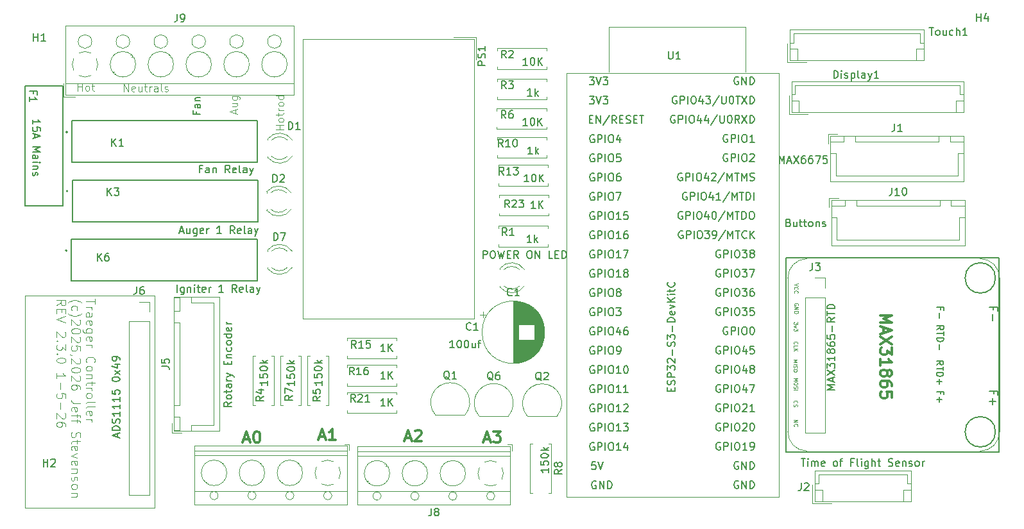
<source format=gbr>
%TF.GenerationSoftware,KiCad,Pcbnew,8.0.8*%
%TF.CreationDate,2026-01-05T18:13:38-07:00*%
%TF.ProjectId,Traeger rev 2.3.0.kicad_pro,54726165-6765-4722-9072-657620322e33,rev?*%
%TF.SameCoordinates,Original*%
%TF.FileFunction,Legend,Top*%
%TF.FilePolarity,Positive*%
%FSLAX46Y46*%
G04 Gerber Fmt 4.6, Leading zero omitted, Abs format (unit mm)*
G04 Created by KiCad (PCBNEW 8.0.8) date 2026-01-05 18:13:38*
%MOMM*%
%LPD*%
G01*
G04 APERTURE LIST*
%ADD10C,0.100000*%
%ADD11C,0.050000*%
%ADD12C,0.200000*%
%ADD13C,0.300000*%
%ADD14C,0.125000*%
%ADD15C,0.142240*%
%ADD16C,0.152400*%
%ADD17C,0.177800*%
%ADD18C,0.150000*%
%ADD19C,0.120000*%
%ADD20C,0.127000*%
%ADD21C,0.203200*%
G04 APERTURE END LIST*
D10*
X109990000Y-87000000D02*
X127072880Y-87000000D01*
X127072880Y-115042880D01*
X109990000Y-115042880D01*
X109990000Y-87000000D01*
D11*
X238560102Y-105020102D02*
G75*
G02*
X236020102Y-107560102I-2540202J202D01*
G01*
D12*
X210399051Y-82036153D02*
X238499051Y-82036153D01*
X238499051Y-107736153D01*
X210399051Y-107736153D01*
X210399051Y-82036153D01*
D11*
X213160102Y-107560102D02*
G75*
G02*
X210620098Y-105020102I-102J2539902D01*
G01*
X236020102Y-82160102D02*
G75*
G02*
X238560098Y-84700102I-102J-2540098D01*
G01*
X210620102Y-84700102D02*
X210620102Y-105020102D01*
X210620102Y-84700102D02*
G75*
G02*
X213160102Y-82160102I2539898J102D01*
G01*
X238560102Y-105020102D02*
X238560102Y-84700102D01*
D13*
X160173082Y-105862257D02*
X160887368Y-105862257D01*
X160030225Y-106290828D02*
X160530225Y-104790828D01*
X160530225Y-104790828D02*
X161030225Y-106290828D01*
X161458796Y-104933685D02*
X161530224Y-104862257D01*
X161530224Y-104862257D02*
X161673082Y-104790828D01*
X161673082Y-104790828D02*
X162030224Y-104790828D01*
X162030224Y-104790828D02*
X162173082Y-104862257D01*
X162173082Y-104862257D02*
X162244510Y-104933685D01*
X162244510Y-104933685D02*
X162315939Y-105076542D01*
X162315939Y-105076542D02*
X162315939Y-105219400D01*
X162315939Y-105219400D02*
X162244510Y-105433685D01*
X162244510Y-105433685D02*
X161387367Y-106290828D01*
X161387367Y-106290828D02*
X162315939Y-106290828D01*
D10*
X123023884Y-60072419D02*
X123023884Y-59072419D01*
X123023884Y-59072419D02*
X123595312Y-60072419D01*
X123595312Y-60072419D02*
X123595312Y-59072419D01*
X124452455Y-60024800D02*
X124357217Y-60072419D01*
X124357217Y-60072419D02*
X124166741Y-60072419D01*
X124166741Y-60072419D02*
X124071503Y-60024800D01*
X124071503Y-60024800D02*
X124023884Y-59929561D01*
X124023884Y-59929561D02*
X124023884Y-59548609D01*
X124023884Y-59548609D02*
X124071503Y-59453371D01*
X124071503Y-59453371D02*
X124166741Y-59405752D01*
X124166741Y-59405752D02*
X124357217Y-59405752D01*
X124357217Y-59405752D02*
X124452455Y-59453371D01*
X124452455Y-59453371D02*
X124500074Y-59548609D01*
X124500074Y-59548609D02*
X124500074Y-59643847D01*
X124500074Y-59643847D02*
X124023884Y-59739085D01*
X125357217Y-59405752D02*
X125357217Y-60072419D01*
X124928646Y-59405752D02*
X124928646Y-59929561D01*
X124928646Y-59929561D02*
X124976265Y-60024800D01*
X124976265Y-60024800D02*
X125071503Y-60072419D01*
X125071503Y-60072419D02*
X125214360Y-60072419D01*
X125214360Y-60072419D02*
X125309598Y-60024800D01*
X125309598Y-60024800D02*
X125357217Y-59977180D01*
X125690551Y-59405752D02*
X126071503Y-59405752D01*
X125833408Y-59072419D02*
X125833408Y-59929561D01*
X125833408Y-59929561D02*
X125881027Y-60024800D01*
X125881027Y-60024800D02*
X125976265Y-60072419D01*
X125976265Y-60072419D02*
X126071503Y-60072419D01*
X126404837Y-60072419D02*
X126404837Y-59405752D01*
X126404837Y-59596228D02*
X126452456Y-59500990D01*
X126452456Y-59500990D02*
X126500075Y-59453371D01*
X126500075Y-59453371D02*
X126595313Y-59405752D01*
X126595313Y-59405752D02*
X126690551Y-59405752D01*
X127452456Y-60072419D02*
X127452456Y-59548609D01*
X127452456Y-59548609D02*
X127404837Y-59453371D01*
X127404837Y-59453371D02*
X127309599Y-59405752D01*
X127309599Y-59405752D02*
X127119123Y-59405752D01*
X127119123Y-59405752D02*
X127023885Y-59453371D01*
X127452456Y-60024800D02*
X127357218Y-60072419D01*
X127357218Y-60072419D02*
X127119123Y-60072419D01*
X127119123Y-60072419D02*
X127023885Y-60024800D01*
X127023885Y-60024800D02*
X126976266Y-59929561D01*
X126976266Y-59929561D02*
X126976266Y-59834323D01*
X126976266Y-59834323D02*
X127023885Y-59739085D01*
X127023885Y-59739085D02*
X127119123Y-59691466D01*
X127119123Y-59691466D02*
X127357218Y-59691466D01*
X127357218Y-59691466D02*
X127452456Y-59643847D01*
X128071504Y-60072419D02*
X127976266Y-60024800D01*
X127976266Y-60024800D02*
X127928647Y-59929561D01*
X127928647Y-59929561D02*
X127928647Y-59072419D01*
X128404838Y-60024800D02*
X128500076Y-60072419D01*
X128500076Y-60072419D02*
X128690552Y-60072419D01*
X128690552Y-60072419D02*
X128785790Y-60024800D01*
X128785790Y-60024800D02*
X128833409Y-59929561D01*
X128833409Y-59929561D02*
X128833409Y-59881942D01*
X128833409Y-59881942D02*
X128785790Y-59786704D01*
X128785790Y-59786704D02*
X128690552Y-59739085D01*
X128690552Y-59739085D02*
X128547695Y-59739085D01*
X128547695Y-59739085D02*
X128452457Y-59691466D01*
X128452457Y-59691466D02*
X128404838Y-59596228D01*
X128404838Y-59596228D02*
X128404838Y-59548609D01*
X128404838Y-59548609D02*
X128452457Y-59453371D01*
X128452457Y-59453371D02*
X128547695Y-59405752D01*
X128547695Y-59405752D02*
X128690552Y-59405752D01*
X128690552Y-59405752D02*
X128785790Y-59453371D01*
D14*
X211925190Y-90544762D02*
X211925190Y-90854286D01*
X211925190Y-90854286D02*
X211734714Y-90687619D01*
X211734714Y-90687619D02*
X211734714Y-90759048D01*
X211734714Y-90759048D02*
X211710904Y-90806667D01*
X211710904Y-90806667D02*
X211687095Y-90830476D01*
X211687095Y-90830476D02*
X211639476Y-90854286D01*
X211639476Y-90854286D02*
X211520428Y-90854286D01*
X211520428Y-90854286D02*
X211472809Y-90830476D01*
X211472809Y-90830476D02*
X211449000Y-90806667D01*
X211449000Y-90806667D02*
X211425190Y-90759048D01*
X211425190Y-90759048D02*
X211425190Y-90616191D01*
X211425190Y-90616191D02*
X211449000Y-90568572D01*
X211449000Y-90568572D02*
X211472809Y-90544762D01*
X211758523Y-91020952D02*
X211425190Y-91140000D01*
X211425190Y-91140000D02*
X211758523Y-91259047D01*
X211925190Y-91401904D02*
X211925190Y-91711428D01*
X211925190Y-91711428D02*
X211734714Y-91544761D01*
X211734714Y-91544761D02*
X211734714Y-91616190D01*
X211734714Y-91616190D02*
X211710904Y-91663809D01*
X211710904Y-91663809D02*
X211687095Y-91687618D01*
X211687095Y-91687618D02*
X211639476Y-91711428D01*
X211639476Y-91711428D02*
X211520428Y-91711428D01*
X211520428Y-91711428D02*
X211472809Y-91687618D01*
X211472809Y-91687618D02*
X211449000Y-91663809D01*
X211449000Y-91663809D02*
X211425190Y-91616190D01*
X211425190Y-91616190D02*
X211425190Y-91473333D01*
X211425190Y-91473333D02*
X211449000Y-91425714D01*
X211449000Y-91425714D02*
X211472809Y-91401904D01*
D15*
X230262229Y-96145962D02*
X230678305Y-95854709D01*
X230262229Y-95646671D02*
X231135989Y-95646671D01*
X231135989Y-95646671D02*
X231135989Y-95979532D01*
X231135989Y-95979532D02*
X231094381Y-96062747D01*
X231094381Y-96062747D02*
X231052774Y-96104354D01*
X231052774Y-96104354D02*
X230969558Y-96145962D01*
X230969558Y-96145962D02*
X230844736Y-96145962D01*
X230844736Y-96145962D02*
X230761520Y-96104354D01*
X230761520Y-96104354D02*
X230719913Y-96062747D01*
X230719913Y-96062747D02*
X230678305Y-95979532D01*
X230678305Y-95979532D02*
X230678305Y-95646671D01*
X231135989Y-96395608D02*
X231135989Y-96894899D01*
X230262229Y-96645253D02*
X231135989Y-96645253D01*
X230262229Y-97186153D02*
X231135989Y-97186153D01*
X231135989Y-97186153D02*
X231135989Y-97394191D01*
X231135989Y-97394191D02*
X231094381Y-97519014D01*
X231094381Y-97519014D02*
X231011166Y-97602229D01*
X231011166Y-97602229D02*
X230927951Y-97643836D01*
X230927951Y-97643836D02*
X230761520Y-97685444D01*
X230761520Y-97685444D02*
X230636697Y-97685444D01*
X230636697Y-97685444D02*
X230470267Y-97643836D01*
X230470267Y-97643836D02*
X230387052Y-97602229D01*
X230387052Y-97602229D02*
X230303837Y-97519014D01*
X230303837Y-97519014D02*
X230262229Y-97394191D01*
X230262229Y-97394191D02*
X230262229Y-97186153D01*
X230595090Y-98059913D02*
X230595090Y-98725635D01*
X230262229Y-98392774D02*
X230927951Y-98392774D01*
D10*
X144082419Y-65106115D02*
X143082419Y-65106115D01*
X143558609Y-65106115D02*
X143558609Y-64534687D01*
X144082419Y-64534687D02*
X143082419Y-64534687D01*
X144082419Y-63915639D02*
X144034800Y-64010877D01*
X144034800Y-64010877D02*
X143987180Y-64058496D01*
X143987180Y-64058496D02*
X143891942Y-64106115D01*
X143891942Y-64106115D02*
X143606228Y-64106115D01*
X143606228Y-64106115D02*
X143510990Y-64058496D01*
X143510990Y-64058496D02*
X143463371Y-64010877D01*
X143463371Y-64010877D02*
X143415752Y-63915639D01*
X143415752Y-63915639D02*
X143415752Y-63772782D01*
X143415752Y-63772782D02*
X143463371Y-63677544D01*
X143463371Y-63677544D02*
X143510990Y-63629925D01*
X143510990Y-63629925D02*
X143606228Y-63582306D01*
X143606228Y-63582306D02*
X143891942Y-63582306D01*
X143891942Y-63582306D02*
X143987180Y-63629925D01*
X143987180Y-63629925D02*
X144034800Y-63677544D01*
X144034800Y-63677544D02*
X144082419Y-63772782D01*
X144082419Y-63772782D02*
X144082419Y-63915639D01*
X143415752Y-63296591D02*
X143415752Y-62915639D01*
X143082419Y-63153734D02*
X143939561Y-63153734D01*
X143939561Y-63153734D02*
X144034800Y-63106115D01*
X144034800Y-63106115D02*
X144082419Y-63010877D01*
X144082419Y-63010877D02*
X144082419Y-62915639D01*
X144082419Y-62582305D02*
X143415752Y-62582305D01*
X143606228Y-62582305D02*
X143510990Y-62534686D01*
X143510990Y-62534686D02*
X143463371Y-62487067D01*
X143463371Y-62487067D02*
X143415752Y-62391829D01*
X143415752Y-62391829D02*
X143415752Y-62296591D01*
X144082419Y-61820400D02*
X144034800Y-61915638D01*
X144034800Y-61915638D02*
X143987180Y-61963257D01*
X143987180Y-61963257D02*
X143891942Y-62010876D01*
X143891942Y-62010876D02*
X143606228Y-62010876D01*
X143606228Y-62010876D02*
X143510990Y-61963257D01*
X143510990Y-61963257D02*
X143463371Y-61915638D01*
X143463371Y-61915638D02*
X143415752Y-61820400D01*
X143415752Y-61820400D02*
X143415752Y-61677543D01*
X143415752Y-61677543D02*
X143463371Y-61582305D01*
X143463371Y-61582305D02*
X143510990Y-61534686D01*
X143510990Y-61534686D02*
X143606228Y-61487067D01*
X143606228Y-61487067D02*
X143891942Y-61487067D01*
X143891942Y-61487067D02*
X143987180Y-61534686D01*
X143987180Y-61534686D02*
X144034800Y-61582305D01*
X144034800Y-61582305D02*
X144082419Y-61677543D01*
X144082419Y-61677543D02*
X144082419Y-61820400D01*
X144082419Y-60629924D02*
X143082419Y-60629924D01*
X144034800Y-60629924D02*
X144082419Y-60725162D01*
X144082419Y-60725162D02*
X144082419Y-60915638D01*
X144082419Y-60915638D02*
X144034800Y-61010876D01*
X144034800Y-61010876D02*
X143987180Y-61058495D01*
X143987180Y-61058495D02*
X143891942Y-61106114D01*
X143891942Y-61106114D02*
X143606228Y-61106114D01*
X143606228Y-61106114D02*
X143510990Y-61058495D01*
X143510990Y-61058495D02*
X143463371Y-61010876D01*
X143463371Y-61010876D02*
X143415752Y-60915638D01*
X143415752Y-60915638D02*
X143415752Y-60725162D01*
X143415752Y-60725162D02*
X143463371Y-60629924D01*
D14*
X211458911Y-93419482D02*
X211435102Y-93395673D01*
X211435102Y-93395673D02*
X211411292Y-93324244D01*
X211411292Y-93324244D02*
X211411292Y-93276625D01*
X211411292Y-93276625D02*
X211435102Y-93205197D01*
X211435102Y-93205197D02*
X211482721Y-93157578D01*
X211482721Y-93157578D02*
X211530340Y-93133768D01*
X211530340Y-93133768D02*
X211625578Y-93109959D01*
X211625578Y-93109959D02*
X211697006Y-93109959D01*
X211697006Y-93109959D02*
X211792244Y-93133768D01*
X211792244Y-93133768D02*
X211839863Y-93157578D01*
X211839863Y-93157578D02*
X211887482Y-93205197D01*
X211887482Y-93205197D02*
X211911292Y-93276625D01*
X211911292Y-93276625D02*
X211911292Y-93324244D01*
X211911292Y-93324244D02*
X211887482Y-93395673D01*
X211887482Y-93395673D02*
X211863673Y-93419482D01*
X211411292Y-93871863D02*
X211411292Y-93633768D01*
X211411292Y-93633768D02*
X211911292Y-93633768D01*
X211411292Y-94038530D02*
X211911292Y-94038530D01*
X211411292Y-94324244D02*
X211697006Y-94109959D01*
X211911292Y-94324244D02*
X211625578Y-94038530D01*
D15*
X230292229Y-91555962D02*
X230708305Y-91264709D01*
X230292229Y-91056671D02*
X231165989Y-91056671D01*
X231165989Y-91056671D02*
X231165989Y-91389532D01*
X231165989Y-91389532D02*
X231124381Y-91472747D01*
X231124381Y-91472747D02*
X231082774Y-91514354D01*
X231082774Y-91514354D02*
X230999558Y-91555962D01*
X230999558Y-91555962D02*
X230874736Y-91555962D01*
X230874736Y-91555962D02*
X230791520Y-91514354D01*
X230791520Y-91514354D02*
X230749913Y-91472747D01*
X230749913Y-91472747D02*
X230708305Y-91389532D01*
X230708305Y-91389532D02*
X230708305Y-91056671D01*
X231165989Y-91805608D02*
X231165989Y-92304899D01*
X230292229Y-92055253D02*
X231165989Y-92055253D01*
X230292229Y-92596153D02*
X231165989Y-92596153D01*
X231165989Y-92596153D02*
X231165989Y-92804191D01*
X231165989Y-92804191D02*
X231124381Y-92929014D01*
X231124381Y-92929014D02*
X231041166Y-93012229D01*
X231041166Y-93012229D02*
X230957951Y-93053836D01*
X230957951Y-93053836D02*
X230791520Y-93095444D01*
X230791520Y-93095444D02*
X230666697Y-93095444D01*
X230666697Y-93095444D02*
X230500267Y-93053836D01*
X230500267Y-93053836D02*
X230417052Y-93012229D01*
X230417052Y-93012229D02*
X230333837Y-92929014D01*
X230333837Y-92929014D02*
X230292229Y-92804191D01*
X230292229Y-92804191D02*
X230292229Y-92596153D01*
X230625090Y-93469913D02*
X230625090Y-94135635D01*
D10*
X137696704Y-62963734D02*
X137696704Y-62487544D01*
X137982419Y-63058972D02*
X136982419Y-62725639D01*
X136982419Y-62725639D02*
X137982419Y-62392306D01*
X137315752Y-61630401D02*
X137982419Y-61630401D01*
X137315752Y-62058972D02*
X137839561Y-62058972D01*
X137839561Y-62058972D02*
X137934800Y-62011353D01*
X137934800Y-62011353D02*
X137982419Y-61916115D01*
X137982419Y-61916115D02*
X137982419Y-61773258D01*
X137982419Y-61773258D02*
X137934800Y-61678020D01*
X137934800Y-61678020D02*
X137887180Y-61630401D01*
X137315752Y-60725639D02*
X138125276Y-60725639D01*
X138125276Y-60725639D02*
X138220514Y-60773258D01*
X138220514Y-60773258D02*
X138268133Y-60820877D01*
X138268133Y-60820877D02*
X138315752Y-60916115D01*
X138315752Y-60916115D02*
X138315752Y-61058972D01*
X138315752Y-61058972D02*
X138268133Y-61154210D01*
X137934800Y-60725639D02*
X137982419Y-60820877D01*
X137982419Y-60820877D02*
X137982419Y-61011353D01*
X137982419Y-61011353D02*
X137934800Y-61106591D01*
X137934800Y-61106591D02*
X137887180Y-61154210D01*
X137887180Y-61154210D02*
X137791942Y-61201829D01*
X137791942Y-61201829D02*
X137506228Y-61201829D01*
X137506228Y-61201829D02*
X137410990Y-61154210D01*
X137410990Y-61154210D02*
X137363371Y-61106591D01*
X137363371Y-61106591D02*
X137315752Y-61011353D01*
X137315752Y-61011353D02*
X137315752Y-60820877D01*
X137315752Y-60820877D02*
X137363371Y-60725639D01*
D13*
X222862873Y-89623512D02*
X224362873Y-89623512D01*
X224362873Y-89623512D02*
X223291444Y-90123512D01*
X223291444Y-90123512D02*
X224362873Y-90623512D01*
X224362873Y-90623512D02*
X222862873Y-90623512D01*
X223291444Y-91266370D02*
X223291444Y-91980656D01*
X222862873Y-91123513D02*
X224362873Y-91623513D01*
X224362873Y-91623513D02*
X222862873Y-92123513D01*
X224362873Y-92480655D02*
X222862873Y-93480655D01*
X224362873Y-93480655D02*
X222862873Y-92480655D01*
X224362873Y-93909226D02*
X224362873Y-94837798D01*
X224362873Y-94837798D02*
X223791444Y-94337798D01*
X223791444Y-94337798D02*
X223791444Y-94552083D01*
X223791444Y-94552083D02*
X223720016Y-94694941D01*
X223720016Y-94694941D02*
X223648587Y-94766369D01*
X223648587Y-94766369D02*
X223505730Y-94837798D01*
X223505730Y-94837798D02*
X223148587Y-94837798D01*
X223148587Y-94837798D02*
X223005730Y-94766369D01*
X223005730Y-94766369D02*
X222934302Y-94694941D01*
X222934302Y-94694941D02*
X222862873Y-94552083D01*
X222862873Y-94552083D02*
X222862873Y-94123512D01*
X222862873Y-94123512D02*
X222934302Y-93980655D01*
X222934302Y-93980655D02*
X223005730Y-93909226D01*
X222862873Y-96266369D02*
X222862873Y-95409226D01*
X222862873Y-95837797D02*
X224362873Y-95837797D01*
X224362873Y-95837797D02*
X224148587Y-95694940D01*
X224148587Y-95694940D02*
X224005730Y-95552083D01*
X224005730Y-95552083D02*
X223934302Y-95409226D01*
X223720016Y-97123511D02*
X223791444Y-96980654D01*
X223791444Y-96980654D02*
X223862873Y-96909225D01*
X223862873Y-96909225D02*
X224005730Y-96837797D01*
X224005730Y-96837797D02*
X224077159Y-96837797D01*
X224077159Y-96837797D02*
X224220016Y-96909225D01*
X224220016Y-96909225D02*
X224291444Y-96980654D01*
X224291444Y-96980654D02*
X224362873Y-97123511D01*
X224362873Y-97123511D02*
X224362873Y-97409225D01*
X224362873Y-97409225D02*
X224291444Y-97552083D01*
X224291444Y-97552083D02*
X224220016Y-97623511D01*
X224220016Y-97623511D02*
X224077159Y-97694940D01*
X224077159Y-97694940D02*
X224005730Y-97694940D01*
X224005730Y-97694940D02*
X223862873Y-97623511D01*
X223862873Y-97623511D02*
X223791444Y-97552083D01*
X223791444Y-97552083D02*
X223720016Y-97409225D01*
X223720016Y-97409225D02*
X223720016Y-97123511D01*
X223720016Y-97123511D02*
X223648587Y-96980654D01*
X223648587Y-96980654D02*
X223577159Y-96909225D01*
X223577159Y-96909225D02*
X223434302Y-96837797D01*
X223434302Y-96837797D02*
X223148587Y-96837797D01*
X223148587Y-96837797D02*
X223005730Y-96909225D01*
X223005730Y-96909225D02*
X222934302Y-96980654D01*
X222934302Y-96980654D02*
X222862873Y-97123511D01*
X222862873Y-97123511D02*
X222862873Y-97409225D01*
X222862873Y-97409225D02*
X222934302Y-97552083D01*
X222934302Y-97552083D02*
X223005730Y-97623511D01*
X223005730Y-97623511D02*
X223148587Y-97694940D01*
X223148587Y-97694940D02*
X223434302Y-97694940D01*
X223434302Y-97694940D02*
X223577159Y-97623511D01*
X223577159Y-97623511D02*
X223648587Y-97552083D01*
X223648587Y-97552083D02*
X223720016Y-97409225D01*
X224362873Y-98980654D02*
X224362873Y-98694939D01*
X224362873Y-98694939D02*
X224291444Y-98552082D01*
X224291444Y-98552082D02*
X224220016Y-98480654D01*
X224220016Y-98480654D02*
X224005730Y-98337796D01*
X224005730Y-98337796D02*
X223720016Y-98266368D01*
X223720016Y-98266368D02*
X223148587Y-98266368D01*
X223148587Y-98266368D02*
X223005730Y-98337796D01*
X223005730Y-98337796D02*
X222934302Y-98409225D01*
X222934302Y-98409225D02*
X222862873Y-98552082D01*
X222862873Y-98552082D02*
X222862873Y-98837796D01*
X222862873Y-98837796D02*
X222934302Y-98980654D01*
X222934302Y-98980654D02*
X223005730Y-99052082D01*
X223005730Y-99052082D02*
X223148587Y-99123511D01*
X223148587Y-99123511D02*
X223505730Y-99123511D01*
X223505730Y-99123511D02*
X223648587Y-99052082D01*
X223648587Y-99052082D02*
X223720016Y-98980654D01*
X223720016Y-98980654D02*
X223791444Y-98837796D01*
X223791444Y-98837796D02*
X223791444Y-98552082D01*
X223791444Y-98552082D02*
X223720016Y-98409225D01*
X223720016Y-98409225D02*
X223648587Y-98337796D01*
X223648587Y-98337796D02*
X223505730Y-98266368D01*
X224362873Y-100480653D02*
X224362873Y-99766367D01*
X224362873Y-99766367D02*
X223648587Y-99694939D01*
X223648587Y-99694939D02*
X223720016Y-99766367D01*
X223720016Y-99766367D02*
X223791444Y-99909225D01*
X223791444Y-99909225D02*
X223791444Y-100266367D01*
X223791444Y-100266367D02*
X223720016Y-100409225D01*
X223720016Y-100409225D02*
X223648587Y-100480653D01*
X223648587Y-100480653D02*
X223505730Y-100552082D01*
X223505730Y-100552082D02*
X223148587Y-100552082D01*
X223148587Y-100552082D02*
X223005730Y-100480653D01*
X223005730Y-100480653D02*
X222934302Y-100409225D01*
X222934302Y-100409225D02*
X222862873Y-100266367D01*
X222862873Y-100266367D02*
X222862873Y-99909225D01*
X222862873Y-99909225D02*
X222934302Y-99766367D01*
X222934302Y-99766367D02*
X223005730Y-99694939D01*
D14*
X211418892Y-103466144D02*
X211918892Y-103466144D01*
X211918892Y-103466144D02*
X211418892Y-103751858D01*
X211418892Y-103751858D02*
X211918892Y-103751858D01*
X211466511Y-104275668D02*
X211442702Y-104251859D01*
X211442702Y-104251859D02*
X211418892Y-104180430D01*
X211418892Y-104180430D02*
X211418892Y-104132811D01*
X211418892Y-104132811D02*
X211442702Y-104061383D01*
X211442702Y-104061383D02*
X211490321Y-104013764D01*
X211490321Y-104013764D02*
X211537940Y-103989954D01*
X211537940Y-103989954D02*
X211633178Y-103966145D01*
X211633178Y-103966145D02*
X211704606Y-103966145D01*
X211704606Y-103966145D02*
X211799844Y-103989954D01*
X211799844Y-103989954D02*
X211847463Y-104013764D01*
X211847463Y-104013764D02*
X211895082Y-104061383D01*
X211895082Y-104061383D02*
X211918892Y-104132811D01*
X211918892Y-104132811D02*
X211918892Y-104180430D01*
X211918892Y-104180430D02*
X211895082Y-104251859D01*
X211895082Y-104251859D02*
X211871273Y-104275668D01*
D10*
X119195923Y-87480074D02*
X119195923Y-88165789D01*
X117995923Y-87822931D02*
X119195923Y-87822931D01*
X117995923Y-88565789D02*
X118795923Y-88565789D01*
X118567351Y-88565789D02*
X118681637Y-88622932D01*
X118681637Y-88622932D02*
X118738780Y-88680075D01*
X118738780Y-88680075D02*
X118795923Y-88794360D01*
X118795923Y-88794360D02*
X118795923Y-88908646D01*
X117995923Y-89822932D02*
X118624494Y-89822932D01*
X118624494Y-89822932D02*
X118738780Y-89765789D01*
X118738780Y-89765789D02*
X118795923Y-89651503D01*
X118795923Y-89651503D02*
X118795923Y-89422932D01*
X118795923Y-89422932D02*
X118738780Y-89308646D01*
X118053066Y-89822932D02*
X117995923Y-89708646D01*
X117995923Y-89708646D02*
X117995923Y-89422932D01*
X117995923Y-89422932D02*
X118053066Y-89308646D01*
X118053066Y-89308646D02*
X118167351Y-89251503D01*
X118167351Y-89251503D02*
X118281637Y-89251503D01*
X118281637Y-89251503D02*
X118395923Y-89308646D01*
X118395923Y-89308646D02*
X118453066Y-89422932D01*
X118453066Y-89422932D02*
X118453066Y-89708646D01*
X118453066Y-89708646D02*
X118510208Y-89822932D01*
X118053066Y-90851503D02*
X117995923Y-90737217D01*
X117995923Y-90737217D02*
X117995923Y-90508646D01*
X117995923Y-90508646D02*
X118053066Y-90394360D01*
X118053066Y-90394360D02*
X118167351Y-90337217D01*
X118167351Y-90337217D02*
X118624494Y-90337217D01*
X118624494Y-90337217D02*
X118738780Y-90394360D01*
X118738780Y-90394360D02*
X118795923Y-90508646D01*
X118795923Y-90508646D02*
X118795923Y-90737217D01*
X118795923Y-90737217D02*
X118738780Y-90851503D01*
X118738780Y-90851503D02*
X118624494Y-90908646D01*
X118624494Y-90908646D02*
X118510208Y-90908646D01*
X118510208Y-90908646D02*
X118395923Y-90337217D01*
X118795923Y-91937217D02*
X117824494Y-91937217D01*
X117824494Y-91937217D02*
X117710208Y-91880074D01*
X117710208Y-91880074D02*
X117653066Y-91822931D01*
X117653066Y-91822931D02*
X117595923Y-91708645D01*
X117595923Y-91708645D02*
X117595923Y-91537217D01*
X117595923Y-91537217D02*
X117653066Y-91422931D01*
X118053066Y-91937217D02*
X117995923Y-91822931D01*
X117995923Y-91822931D02*
X117995923Y-91594359D01*
X117995923Y-91594359D02*
X118053066Y-91480074D01*
X118053066Y-91480074D02*
X118110208Y-91422931D01*
X118110208Y-91422931D02*
X118224494Y-91365788D01*
X118224494Y-91365788D02*
X118567351Y-91365788D01*
X118567351Y-91365788D02*
X118681637Y-91422931D01*
X118681637Y-91422931D02*
X118738780Y-91480074D01*
X118738780Y-91480074D02*
X118795923Y-91594359D01*
X118795923Y-91594359D02*
X118795923Y-91822931D01*
X118795923Y-91822931D02*
X118738780Y-91937217D01*
X118053066Y-92965788D02*
X117995923Y-92851502D01*
X117995923Y-92851502D02*
X117995923Y-92622931D01*
X117995923Y-92622931D02*
X118053066Y-92508645D01*
X118053066Y-92508645D02*
X118167351Y-92451502D01*
X118167351Y-92451502D02*
X118624494Y-92451502D01*
X118624494Y-92451502D02*
X118738780Y-92508645D01*
X118738780Y-92508645D02*
X118795923Y-92622931D01*
X118795923Y-92622931D02*
X118795923Y-92851502D01*
X118795923Y-92851502D02*
X118738780Y-92965788D01*
X118738780Y-92965788D02*
X118624494Y-93022931D01*
X118624494Y-93022931D02*
X118510208Y-93022931D01*
X118510208Y-93022931D02*
X118395923Y-92451502D01*
X117995923Y-93537216D02*
X118795923Y-93537216D01*
X118567351Y-93537216D02*
X118681637Y-93594359D01*
X118681637Y-93594359D02*
X118738780Y-93651502D01*
X118738780Y-93651502D02*
X118795923Y-93765787D01*
X118795923Y-93765787D02*
X118795923Y-93880073D01*
X118110208Y-95880073D02*
X118053066Y-95822930D01*
X118053066Y-95822930D02*
X117995923Y-95651502D01*
X117995923Y-95651502D02*
X117995923Y-95537216D01*
X117995923Y-95537216D02*
X118053066Y-95365787D01*
X118053066Y-95365787D02*
X118167351Y-95251502D01*
X118167351Y-95251502D02*
X118281637Y-95194359D01*
X118281637Y-95194359D02*
X118510208Y-95137216D01*
X118510208Y-95137216D02*
X118681637Y-95137216D01*
X118681637Y-95137216D02*
X118910208Y-95194359D01*
X118910208Y-95194359D02*
X119024494Y-95251502D01*
X119024494Y-95251502D02*
X119138780Y-95365787D01*
X119138780Y-95365787D02*
X119195923Y-95537216D01*
X119195923Y-95537216D02*
X119195923Y-95651502D01*
X119195923Y-95651502D02*
X119138780Y-95822930D01*
X119138780Y-95822930D02*
X119081637Y-95880073D01*
X117995923Y-96565787D02*
X118053066Y-96451502D01*
X118053066Y-96451502D02*
X118110208Y-96394359D01*
X118110208Y-96394359D02*
X118224494Y-96337216D01*
X118224494Y-96337216D02*
X118567351Y-96337216D01*
X118567351Y-96337216D02*
X118681637Y-96394359D01*
X118681637Y-96394359D02*
X118738780Y-96451502D01*
X118738780Y-96451502D02*
X118795923Y-96565787D01*
X118795923Y-96565787D02*
X118795923Y-96737216D01*
X118795923Y-96737216D02*
X118738780Y-96851502D01*
X118738780Y-96851502D02*
X118681637Y-96908645D01*
X118681637Y-96908645D02*
X118567351Y-96965787D01*
X118567351Y-96965787D02*
X118224494Y-96965787D01*
X118224494Y-96965787D02*
X118110208Y-96908645D01*
X118110208Y-96908645D02*
X118053066Y-96851502D01*
X118053066Y-96851502D02*
X117995923Y-96737216D01*
X117995923Y-96737216D02*
X117995923Y-96565787D01*
X118795923Y-97480073D02*
X117995923Y-97480073D01*
X118681637Y-97480073D02*
X118738780Y-97537216D01*
X118738780Y-97537216D02*
X118795923Y-97651501D01*
X118795923Y-97651501D02*
X118795923Y-97822930D01*
X118795923Y-97822930D02*
X118738780Y-97937216D01*
X118738780Y-97937216D02*
X118624494Y-97994359D01*
X118624494Y-97994359D02*
X117995923Y-97994359D01*
X118795923Y-98394358D02*
X118795923Y-98851501D01*
X119195923Y-98565787D02*
X118167351Y-98565787D01*
X118167351Y-98565787D02*
X118053066Y-98622930D01*
X118053066Y-98622930D02*
X117995923Y-98737215D01*
X117995923Y-98737215D02*
X117995923Y-98851501D01*
X117995923Y-99251501D02*
X118795923Y-99251501D01*
X118567351Y-99251501D02*
X118681637Y-99308644D01*
X118681637Y-99308644D02*
X118738780Y-99365787D01*
X118738780Y-99365787D02*
X118795923Y-99480072D01*
X118795923Y-99480072D02*
X118795923Y-99594358D01*
X117995923Y-100165786D02*
X118053066Y-100051501D01*
X118053066Y-100051501D02*
X118110208Y-99994358D01*
X118110208Y-99994358D02*
X118224494Y-99937215D01*
X118224494Y-99937215D02*
X118567351Y-99937215D01*
X118567351Y-99937215D02*
X118681637Y-99994358D01*
X118681637Y-99994358D02*
X118738780Y-100051501D01*
X118738780Y-100051501D02*
X118795923Y-100165786D01*
X118795923Y-100165786D02*
X118795923Y-100337215D01*
X118795923Y-100337215D02*
X118738780Y-100451501D01*
X118738780Y-100451501D02*
X118681637Y-100508644D01*
X118681637Y-100508644D02*
X118567351Y-100565786D01*
X118567351Y-100565786D02*
X118224494Y-100565786D01*
X118224494Y-100565786D02*
X118110208Y-100508644D01*
X118110208Y-100508644D02*
X118053066Y-100451501D01*
X118053066Y-100451501D02*
X117995923Y-100337215D01*
X117995923Y-100337215D02*
X117995923Y-100165786D01*
X117995923Y-101251500D02*
X118053066Y-101137215D01*
X118053066Y-101137215D02*
X118167351Y-101080072D01*
X118167351Y-101080072D02*
X119195923Y-101080072D01*
X117995923Y-101880071D02*
X118053066Y-101765786D01*
X118053066Y-101765786D02*
X118167351Y-101708643D01*
X118167351Y-101708643D02*
X119195923Y-101708643D01*
X118053066Y-102794357D02*
X117995923Y-102680071D01*
X117995923Y-102680071D02*
X117995923Y-102451500D01*
X117995923Y-102451500D02*
X118053066Y-102337214D01*
X118053066Y-102337214D02*
X118167351Y-102280071D01*
X118167351Y-102280071D02*
X118624494Y-102280071D01*
X118624494Y-102280071D02*
X118738780Y-102337214D01*
X118738780Y-102337214D02*
X118795923Y-102451500D01*
X118795923Y-102451500D02*
X118795923Y-102680071D01*
X118795923Y-102680071D02*
X118738780Y-102794357D01*
X118738780Y-102794357D02*
X118624494Y-102851500D01*
X118624494Y-102851500D02*
X118510208Y-102851500D01*
X118510208Y-102851500D02*
X118395923Y-102280071D01*
X117995923Y-103365785D02*
X118795923Y-103365785D01*
X118567351Y-103365785D02*
X118681637Y-103422928D01*
X118681637Y-103422928D02*
X118738780Y-103480071D01*
X118738780Y-103480071D02*
X118795923Y-103594356D01*
X118795923Y-103594356D02*
X118795923Y-103708642D01*
X115606847Y-87994360D02*
X115663990Y-87937217D01*
X115663990Y-87937217D02*
X115835418Y-87822931D01*
X115835418Y-87822931D02*
X115949704Y-87765789D01*
X115949704Y-87765789D02*
X116121133Y-87708646D01*
X116121133Y-87708646D02*
X116406847Y-87651503D01*
X116406847Y-87651503D02*
X116635418Y-87651503D01*
X116635418Y-87651503D02*
X116921133Y-87708646D01*
X116921133Y-87708646D02*
X117092561Y-87765789D01*
X117092561Y-87765789D02*
X117206847Y-87822931D01*
X117206847Y-87822931D02*
X117378275Y-87937217D01*
X117378275Y-87937217D02*
X117435418Y-87994360D01*
X116121133Y-88965789D02*
X116063990Y-88851503D01*
X116063990Y-88851503D02*
X116063990Y-88622931D01*
X116063990Y-88622931D02*
X116121133Y-88508646D01*
X116121133Y-88508646D02*
X116178275Y-88451503D01*
X116178275Y-88451503D02*
X116292561Y-88394360D01*
X116292561Y-88394360D02*
X116635418Y-88394360D01*
X116635418Y-88394360D02*
X116749704Y-88451503D01*
X116749704Y-88451503D02*
X116806847Y-88508646D01*
X116806847Y-88508646D02*
X116863990Y-88622931D01*
X116863990Y-88622931D02*
X116863990Y-88851503D01*
X116863990Y-88851503D02*
X116806847Y-88965789D01*
X115606847Y-89365788D02*
X115663990Y-89422931D01*
X115663990Y-89422931D02*
X115835418Y-89537217D01*
X115835418Y-89537217D02*
X115949704Y-89594360D01*
X115949704Y-89594360D02*
X116121133Y-89651502D01*
X116121133Y-89651502D02*
X116406847Y-89708645D01*
X116406847Y-89708645D02*
X116635418Y-89708645D01*
X116635418Y-89708645D02*
X116921133Y-89651502D01*
X116921133Y-89651502D02*
X117092561Y-89594360D01*
X117092561Y-89594360D02*
X117206847Y-89537217D01*
X117206847Y-89537217D02*
X117378275Y-89422931D01*
X117378275Y-89422931D02*
X117435418Y-89365788D01*
X117149704Y-90222931D02*
X117206847Y-90280074D01*
X117206847Y-90280074D02*
X117263990Y-90394360D01*
X117263990Y-90394360D02*
X117263990Y-90680074D01*
X117263990Y-90680074D02*
X117206847Y-90794360D01*
X117206847Y-90794360D02*
X117149704Y-90851502D01*
X117149704Y-90851502D02*
X117035418Y-90908645D01*
X117035418Y-90908645D02*
X116921133Y-90908645D01*
X116921133Y-90908645D02*
X116749704Y-90851502D01*
X116749704Y-90851502D02*
X116063990Y-90165788D01*
X116063990Y-90165788D02*
X116063990Y-90908645D01*
X117263990Y-91651502D02*
X117263990Y-91765788D01*
X117263990Y-91765788D02*
X117206847Y-91880074D01*
X117206847Y-91880074D02*
X117149704Y-91937217D01*
X117149704Y-91937217D02*
X117035418Y-91994359D01*
X117035418Y-91994359D02*
X116806847Y-92051502D01*
X116806847Y-92051502D02*
X116521133Y-92051502D01*
X116521133Y-92051502D02*
X116292561Y-91994359D01*
X116292561Y-91994359D02*
X116178275Y-91937217D01*
X116178275Y-91937217D02*
X116121133Y-91880074D01*
X116121133Y-91880074D02*
X116063990Y-91765788D01*
X116063990Y-91765788D02*
X116063990Y-91651502D01*
X116063990Y-91651502D02*
X116121133Y-91537217D01*
X116121133Y-91537217D02*
X116178275Y-91480074D01*
X116178275Y-91480074D02*
X116292561Y-91422931D01*
X116292561Y-91422931D02*
X116521133Y-91365788D01*
X116521133Y-91365788D02*
X116806847Y-91365788D01*
X116806847Y-91365788D02*
X117035418Y-91422931D01*
X117035418Y-91422931D02*
X117149704Y-91480074D01*
X117149704Y-91480074D02*
X117206847Y-91537217D01*
X117206847Y-91537217D02*
X117263990Y-91651502D01*
X117149704Y-92508645D02*
X117206847Y-92565788D01*
X117206847Y-92565788D02*
X117263990Y-92680074D01*
X117263990Y-92680074D02*
X117263990Y-92965788D01*
X117263990Y-92965788D02*
X117206847Y-93080074D01*
X117206847Y-93080074D02*
X117149704Y-93137216D01*
X117149704Y-93137216D02*
X117035418Y-93194359D01*
X117035418Y-93194359D02*
X116921133Y-93194359D01*
X116921133Y-93194359D02*
X116749704Y-93137216D01*
X116749704Y-93137216D02*
X116063990Y-92451502D01*
X116063990Y-92451502D02*
X116063990Y-93194359D01*
X117263990Y-94280073D02*
X117263990Y-93708645D01*
X117263990Y-93708645D02*
X116692561Y-93651502D01*
X116692561Y-93651502D02*
X116749704Y-93708645D01*
X116749704Y-93708645D02*
X116806847Y-93822931D01*
X116806847Y-93822931D02*
X116806847Y-94108645D01*
X116806847Y-94108645D02*
X116749704Y-94222931D01*
X116749704Y-94222931D02*
X116692561Y-94280073D01*
X116692561Y-94280073D02*
X116578275Y-94337216D01*
X116578275Y-94337216D02*
X116292561Y-94337216D01*
X116292561Y-94337216D02*
X116178275Y-94280073D01*
X116178275Y-94280073D02*
X116121133Y-94222931D01*
X116121133Y-94222931D02*
X116063990Y-94108645D01*
X116063990Y-94108645D02*
X116063990Y-93822931D01*
X116063990Y-93822931D02*
X116121133Y-93708645D01*
X116121133Y-93708645D02*
X116178275Y-93651502D01*
X116121133Y-94908645D02*
X116063990Y-94908645D01*
X116063990Y-94908645D02*
X115949704Y-94851502D01*
X115949704Y-94851502D02*
X115892561Y-94794359D01*
X117149704Y-95365788D02*
X117206847Y-95422931D01*
X117206847Y-95422931D02*
X117263990Y-95537217D01*
X117263990Y-95537217D02*
X117263990Y-95822931D01*
X117263990Y-95822931D02*
X117206847Y-95937217D01*
X117206847Y-95937217D02*
X117149704Y-95994359D01*
X117149704Y-95994359D02*
X117035418Y-96051502D01*
X117035418Y-96051502D02*
X116921133Y-96051502D01*
X116921133Y-96051502D02*
X116749704Y-95994359D01*
X116749704Y-95994359D02*
X116063990Y-95308645D01*
X116063990Y-95308645D02*
X116063990Y-96051502D01*
X117263990Y-96794359D02*
X117263990Y-96908645D01*
X117263990Y-96908645D02*
X117206847Y-97022931D01*
X117206847Y-97022931D02*
X117149704Y-97080074D01*
X117149704Y-97080074D02*
X117035418Y-97137216D01*
X117035418Y-97137216D02*
X116806847Y-97194359D01*
X116806847Y-97194359D02*
X116521133Y-97194359D01*
X116521133Y-97194359D02*
X116292561Y-97137216D01*
X116292561Y-97137216D02*
X116178275Y-97080074D01*
X116178275Y-97080074D02*
X116121133Y-97022931D01*
X116121133Y-97022931D02*
X116063990Y-96908645D01*
X116063990Y-96908645D02*
X116063990Y-96794359D01*
X116063990Y-96794359D02*
X116121133Y-96680074D01*
X116121133Y-96680074D02*
X116178275Y-96622931D01*
X116178275Y-96622931D02*
X116292561Y-96565788D01*
X116292561Y-96565788D02*
X116521133Y-96508645D01*
X116521133Y-96508645D02*
X116806847Y-96508645D01*
X116806847Y-96508645D02*
X117035418Y-96565788D01*
X117035418Y-96565788D02*
X117149704Y-96622931D01*
X117149704Y-96622931D02*
X117206847Y-96680074D01*
X117206847Y-96680074D02*
X117263990Y-96794359D01*
X117149704Y-97651502D02*
X117206847Y-97708645D01*
X117206847Y-97708645D02*
X117263990Y-97822931D01*
X117263990Y-97822931D02*
X117263990Y-98108645D01*
X117263990Y-98108645D02*
X117206847Y-98222931D01*
X117206847Y-98222931D02*
X117149704Y-98280073D01*
X117149704Y-98280073D02*
X117035418Y-98337216D01*
X117035418Y-98337216D02*
X116921133Y-98337216D01*
X116921133Y-98337216D02*
X116749704Y-98280073D01*
X116749704Y-98280073D02*
X116063990Y-97594359D01*
X116063990Y-97594359D02*
X116063990Y-98337216D01*
X117263990Y-99365788D02*
X117263990Y-99137216D01*
X117263990Y-99137216D02*
X117206847Y-99022930D01*
X117206847Y-99022930D02*
X117149704Y-98965788D01*
X117149704Y-98965788D02*
X116978275Y-98851502D01*
X116978275Y-98851502D02*
X116749704Y-98794359D01*
X116749704Y-98794359D02*
X116292561Y-98794359D01*
X116292561Y-98794359D02*
X116178275Y-98851502D01*
X116178275Y-98851502D02*
X116121133Y-98908645D01*
X116121133Y-98908645D02*
X116063990Y-99022930D01*
X116063990Y-99022930D02*
X116063990Y-99251502D01*
X116063990Y-99251502D02*
X116121133Y-99365788D01*
X116121133Y-99365788D02*
X116178275Y-99422930D01*
X116178275Y-99422930D02*
X116292561Y-99480073D01*
X116292561Y-99480073D02*
X116578275Y-99480073D01*
X116578275Y-99480073D02*
X116692561Y-99422930D01*
X116692561Y-99422930D02*
X116749704Y-99365788D01*
X116749704Y-99365788D02*
X116806847Y-99251502D01*
X116806847Y-99251502D02*
X116806847Y-99022930D01*
X116806847Y-99022930D02*
X116749704Y-98908645D01*
X116749704Y-98908645D02*
X116692561Y-98851502D01*
X116692561Y-98851502D02*
X116578275Y-98794359D01*
X117263990Y-101251502D02*
X116406847Y-101251502D01*
X116406847Y-101251502D02*
X116235418Y-101194359D01*
X116235418Y-101194359D02*
X116121133Y-101080073D01*
X116121133Y-101080073D02*
X116063990Y-100908645D01*
X116063990Y-100908645D02*
X116063990Y-100794359D01*
X116121133Y-102280074D02*
X116063990Y-102165788D01*
X116063990Y-102165788D02*
X116063990Y-101937217D01*
X116063990Y-101937217D02*
X116121133Y-101822931D01*
X116121133Y-101822931D02*
X116235418Y-101765788D01*
X116235418Y-101765788D02*
X116692561Y-101765788D01*
X116692561Y-101765788D02*
X116806847Y-101822931D01*
X116806847Y-101822931D02*
X116863990Y-101937217D01*
X116863990Y-101937217D02*
X116863990Y-102165788D01*
X116863990Y-102165788D02*
X116806847Y-102280074D01*
X116806847Y-102280074D02*
X116692561Y-102337217D01*
X116692561Y-102337217D02*
X116578275Y-102337217D01*
X116578275Y-102337217D02*
X116463990Y-101765788D01*
X116863990Y-102680073D02*
X116863990Y-103137216D01*
X116063990Y-102851502D02*
X117092561Y-102851502D01*
X117092561Y-102851502D02*
X117206847Y-102908645D01*
X117206847Y-102908645D02*
X117263990Y-103022930D01*
X117263990Y-103022930D02*
X117263990Y-103137216D01*
X116863990Y-103365787D02*
X116863990Y-103822930D01*
X116063990Y-103537216D02*
X117092561Y-103537216D01*
X117092561Y-103537216D02*
X117206847Y-103594359D01*
X117206847Y-103594359D02*
X117263990Y-103708644D01*
X117263990Y-103708644D02*
X117263990Y-103822930D01*
X116121133Y-105080073D02*
X116063990Y-105251502D01*
X116063990Y-105251502D02*
X116063990Y-105537216D01*
X116063990Y-105537216D02*
X116121133Y-105651502D01*
X116121133Y-105651502D02*
X116178275Y-105708644D01*
X116178275Y-105708644D02*
X116292561Y-105765787D01*
X116292561Y-105765787D02*
X116406847Y-105765787D01*
X116406847Y-105765787D02*
X116521133Y-105708644D01*
X116521133Y-105708644D02*
X116578275Y-105651502D01*
X116578275Y-105651502D02*
X116635418Y-105537216D01*
X116635418Y-105537216D02*
X116692561Y-105308644D01*
X116692561Y-105308644D02*
X116749704Y-105194359D01*
X116749704Y-105194359D02*
X116806847Y-105137216D01*
X116806847Y-105137216D02*
X116921133Y-105080073D01*
X116921133Y-105080073D02*
X117035418Y-105080073D01*
X117035418Y-105080073D02*
X117149704Y-105137216D01*
X117149704Y-105137216D02*
X117206847Y-105194359D01*
X117206847Y-105194359D02*
X117263990Y-105308644D01*
X117263990Y-105308644D02*
X117263990Y-105594359D01*
X117263990Y-105594359D02*
X117206847Y-105765787D01*
X116863990Y-106108644D02*
X116863990Y-106565787D01*
X117263990Y-106280073D02*
X116235418Y-106280073D01*
X116235418Y-106280073D02*
X116121133Y-106337216D01*
X116121133Y-106337216D02*
X116063990Y-106451501D01*
X116063990Y-106451501D02*
X116063990Y-106565787D01*
X116121133Y-107422930D02*
X116063990Y-107308644D01*
X116063990Y-107308644D02*
X116063990Y-107080073D01*
X116063990Y-107080073D02*
X116121133Y-106965787D01*
X116121133Y-106965787D02*
X116235418Y-106908644D01*
X116235418Y-106908644D02*
X116692561Y-106908644D01*
X116692561Y-106908644D02*
X116806847Y-106965787D01*
X116806847Y-106965787D02*
X116863990Y-107080073D01*
X116863990Y-107080073D02*
X116863990Y-107308644D01*
X116863990Y-107308644D02*
X116806847Y-107422930D01*
X116806847Y-107422930D02*
X116692561Y-107480073D01*
X116692561Y-107480073D02*
X116578275Y-107480073D01*
X116578275Y-107480073D02*
X116463990Y-106908644D01*
X116863990Y-107880072D02*
X116063990Y-108165786D01*
X116063990Y-108165786D02*
X116863990Y-108451501D01*
X116121133Y-109365787D02*
X116063990Y-109251501D01*
X116063990Y-109251501D02*
X116063990Y-109022930D01*
X116063990Y-109022930D02*
X116121133Y-108908644D01*
X116121133Y-108908644D02*
X116235418Y-108851501D01*
X116235418Y-108851501D02*
X116692561Y-108851501D01*
X116692561Y-108851501D02*
X116806847Y-108908644D01*
X116806847Y-108908644D02*
X116863990Y-109022930D01*
X116863990Y-109022930D02*
X116863990Y-109251501D01*
X116863990Y-109251501D02*
X116806847Y-109365787D01*
X116806847Y-109365787D02*
X116692561Y-109422930D01*
X116692561Y-109422930D02*
X116578275Y-109422930D01*
X116578275Y-109422930D02*
X116463990Y-108851501D01*
X116863990Y-109937215D02*
X116063990Y-109937215D01*
X116749704Y-109937215D02*
X116806847Y-109994358D01*
X116806847Y-109994358D02*
X116863990Y-110108643D01*
X116863990Y-110108643D02*
X116863990Y-110280072D01*
X116863990Y-110280072D02*
X116806847Y-110394358D01*
X116806847Y-110394358D02*
X116692561Y-110451501D01*
X116692561Y-110451501D02*
X116063990Y-110451501D01*
X116121133Y-110965786D02*
X116063990Y-111080072D01*
X116063990Y-111080072D02*
X116063990Y-111308643D01*
X116063990Y-111308643D02*
X116121133Y-111422929D01*
X116121133Y-111422929D02*
X116235418Y-111480072D01*
X116235418Y-111480072D02*
X116292561Y-111480072D01*
X116292561Y-111480072D02*
X116406847Y-111422929D01*
X116406847Y-111422929D02*
X116463990Y-111308643D01*
X116463990Y-111308643D02*
X116463990Y-111137215D01*
X116463990Y-111137215D02*
X116521133Y-111022929D01*
X116521133Y-111022929D02*
X116635418Y-110965786D01*
X116635418Y-110965786D02*
X116692561Y-110965786D01*
X116692561Y-110965786D02*
X116806847Y-111022929D01*
X116806847Y-111022929D02*
X116863990Y-111137215D01*
X116863990Y-111137215D02*
X116863990Y-111308643D01*
X116863990Y-111308643D02*
X116806847Y-111422929D01*
X116063990Y-112165786D02*
X116121133Y-112051501D01*
X116121133Y-112051501D02*
X116178275Y-111994358D01*
X116178275Y-111994358D02*
X116292561Y-111937215D01*
X116292561Y-111937215D02*
X116635418Y-111937215D01*
X116635418Y-111937215D02*
X116749704Y-111994358D01*
X116749704Y-111994358D02*
X116806847Y-112051501D01*
X116806847Y-112051501D02*
X116863990Y-112165786D01*
X116863990Y-112165786D02*
X116863990Y-112337215D01*
X116863990Y-112337215D02*
X116806847Y-112451501D01*
X116806847Y-112451501D02*
X116749704Y-112508644D01*
X116749704Y-112508644D02*
X116635418Y-112565786D01*
X116635418Y-112565786D02*
X116292561Y-112565786D01*
X116292561Y-112565786D02*
X116178275Y-112508644D01*
X116178275Y-112508644D02*
X116121133Y-112451501D01*
X116121133Y-112451501D02*
X116063990Y-112337215D01*
X116063990Y-112337215D02*
X116063990Y-112165786D01*
X116863990Y-113080072D02*
X116063990Y-113080072D01*
X116749704Y-113080072D02*
X116806847Y-113137215D01*
X116806847Y-113137215D02*
X116863990Y-113251500D01*
X116863990Y-113251500D02*
X116863990Y-113422929D01*
X116863990Y-113422929D02*
X116806847Y-113537215D01*
X116806847Y-113537215D02*
X116692561Y-113594358D01*
X116692561Y-113594358D02*
X116063990Y-113594358D01*
X114132057Y-88337217D02*
X114703485Y-87937217D01*
X114132057Y-87651503D02*
X115332057Y-87651503D01*
X115332057Y-87651503D02*
X115332057Y-88108646D01*
X115332057Y-88108646D02*
X115274914Y-88222931D01*
X115274914Y-88222931D02*
X115217771Y-88280074D01*
X115217771Y-88280074D02*
X115103485Y-88337217D01*
X115103485Y-88337217D02*
X114932057Y-88337217D01*
X114932057Y-88337217D02*
X114817771Y-88280074D01*
X114817771Y-88280074D02*
X114760628Y-88222931D01*
X114760628Y-88222931D02*
X114703485Y-88108646D01*
X114703485Y-88108646D02*
X114703485Y-87651503D01*
X114760628Y-88851503D02*
X114760628Y-89251503D01*
X114132057Y-89422931D02*
X114132057Y-88851503D01*
X114132057Y-88851503D02*
X115332057Y-88851503D01*
X115332057Y-88851503D02*
X115332057Y-89422931D01*
X115332057Y-89765788D02*
X114132057Y-90165788D01*
X114132057Y-90165788D02*
X115332057Y-90565788D01*
X115217771Y-91822931D02*
X115274914Y-91880074D01*
X115274914Y-91880074D02*
X115332057Y-91994360D01*
X115332057Y-91994360D02*
X115332057Y-92280074D01*
X115332057Y-92280074D02*
X115274914Y-92394360D01*
X115274914Y-92394360D02*
X115217771Y-92451502D01*
X115217771Y-92451502D02*
X115103485Y-92508645D01*
X115103485Y-92508645D02*
X114989200Y-92508645D01*
X114989200Y-92508645D02*
X114817771Y-92451502D01*
X114817771Y-92451502D02*
X114132057Y-91765788D01*
X114132057Y-91765788D02*
X114132057Y-92508645D01*
X114246342Y-93022931D02*
X114189200Y-93080074D01*
X114189200Y-93080074D02*
X114132057Y-93022931D01*
X114132057Y-93022931D02*
X114189200Y-92965788D01*
X114189200Y-92965788D02*
X114246342Y-93022931D01*
X114246342Y-93022931D02*
X114132057Y-93022931D01*
X115332057Y-93480074D02*
X115332057Y-94222931D01*
X115332057Y-94222931D02*
X114874914Y-93822931D01*
X114874914Y-93822931D02*
X114874914Y-93994360D01*
X114874914Y-93994360D02*
X114817771Y-94108646D01*
X114817771Y-94108646D02*
X114760628Y-94165788D01*
X114760628Y-94165788D02*
X114646342Y-94222931D01*
X114646342Y-94222931D02*
X114360628Y-94222931D01*
X114360628Y-94222931D02*
X114246342Y-94165788D01*
X114246342Y-94165788D02*
X114189200Y-94108646D01*
X114189200Y-94108646D02*
X114132057Y-93994360D01*
X114132057Y-93994360D02*
X114132057Y-93651503D01*
X114132057Y-93651503D02*
X114189200Y-93537217D01*
X114189200Y-93537217D02*
X114246342Y-93480074D01*
X114246342Y-94737217D02*
X114189200Y-94794360D01*
X114189200Y-94794360D02*
X114132057Y-94737217D01*
X114132057Y-94737217D02*
X114189200Y-94680074D01*
X114189200Y-94680074D02*
X114246342Y-94737217D01*
X114246342Y-94737217D02*
X114132057Y-94737217D01*
X115332057Y-95537217D02*
X115332057Y-95651503D01*
X115332057Y-95651503D02*
X115274914Y-95765789D01*
X115274914Y-95765789D02*
X115217771Y-95822932D01*
X115217771Y-95822932D02*
X115103485Y-95880074D01*
X115103485Y-95880074D02*
X114874914Y-95937217D01*
X114874914Y-95937217D02*
X114589200Y-95937217D01*
X114589200Y-95937217D02*
X114360628Y-95880074D01*
X114360628Y-95880074D02*
X114246342Y-95822932D01*
X114246342Y-95822932D02*
X114189200Y-95765789D01*
X114189200Y-95765789D02*
X114132057Y-95651503D01*
X114132057Y-95651503D02*
X114132057Y-95537217D01*
X114132057Y-95537217D02*
X114189200Y-95422932D01*
X114189200Y-95422932D02*
X114246342Y-95365789D01*
X114246342Y-95365789D02*
X114360628Y-95308646D01*
X114360628Y-95308646D02*
X114589200Y-95251503D01*
X114589200Y-95251503D02*
X114874914Y-95251503D01*
X114874914Y-95251503D02*
X115103485Y-95308646D01*
X115103485Y-95308646D02*
X115217771Y-95365789D01*
X115217771Y-95365789D02*
X115274914Y-95422932D01*
X115274914Y-95422932D02*
X115332057Y-95537217D01*
X114132057Y-97994360D02*
X114132057Y-97308646D01*
X114132057Y-97651503D02*
X115332057Y-97651503D01*
X115332057Y-97651503D02*
X115160628Y-97537217D01*
X115160628Y-97537217D02*
X115046342Y-97422932D01*
X115046342Y-97422932D02*
X114989200Y-97308646D01*
X114589200Y-98508646D02*
X114589200Y-99422932D01*
X115332057Y-100565788D02*
X115332057Y-99994360D01*
X115332057Y-99994360D02*
X114760628Y-99937217D01*
X114760628Y-99937217D02*
X114817771Y-99994360D01*
X114817771Y-99994360D02*
X114874914Y-100108646D01*
X114874914Y-100108646D02*
X114874914Y-100394360D01*
X114874914Y-100394360D02*
X114817771Y-100508646D01*
X114817771Y-100508646D02*
X114760628Y-100565788D01*
X114760628Y-100565788D02*
X114646342Y-100622931D01*
X114646342Y-100622931D02*
X114360628Y-100622931D01*
X114360628Y-100622931D02*
X114246342Y-100565788D01*
X114246342Y-100565788D02*
X114189200Y-100508646D01*
X114189200Y-100508646D02*
X114132057Y-100394360D01*
X114132057Y-100394360D02*
X114132057Y-100108646D01*
X114132057Y-100108646D02*
X114189200Y-99994360D01*
X114189200Y-99994360D02*
X114246342Y-99937217D01*
X114589200Y-101137217D02*
X114589200Y-102051503D01*
X115217771Y-102565788D02*
X115274914Y-102622931D01*
X115274914Y-102622931D02*
X115332057Y-102737217D01*
X115332057Y-102737217D02*
X115332057Y-103022931D01*
X115332057Y-103022931D02*
X115274914Y-103137217D01*
X115274914Y-103137217D02*
X115217771Y-103194359D01*
X115217771Y-103194359D02*
X115103485Y-103251502D01*
X115103485Y-103251502D02*
X114989200Y-103251502D01*
X114989200Y-103251502D02*
X114817771Y-103194359D01*
X114817771Y-103194359D02*
X114132057Y-102508645D01*
X114132057Y-102508645D02*
X114132057Y-103251502D01*
X115332057Y-104280074D02*
X115332057Y-104051502D01*
X115332057Y-104051502D02*
X115274914Y-103937216D01*
X115274914Y-103937216D02*
X115217771Y-103880074D01*
X115217771Y-103880074D02*
X115046342Y-103765788D01*
X115046342Y-103765788D02*
X114817771Y-103708645D01*
X114817771Y-103708645D02*
X114360628Y-103708645D01*
X114360628Y-103708645D02*
X114246342Y-103765788D01*
X114246342Y-103765788D02*
X114189200Y-103822931D01*
X114189200Y-103822931D02*
X114132057Y-103937216D01*
X114132057Y-103937216D02*
X114132057Y-104165788D01*
X114132057Y-104165788D02*
X114189200Y-104280074D01*
X114189200Y-104280074D02*
X114246342Y-104337216D01*
X114246342Y-104337216D02*
X114360628Y-104394359D01*
X114360628Y-104394359D02*
X114646342Y-104394359D01*
X114646342Y-104394359D02*
X114760628Y-104337216D01*
X114760628Y-104337216D02*
X114817771Y-104280074D01*
X114817771Y-104280074D02*
X114874914Y-104165788D01*
X114874914Y-104165788D02*
X114874914Y-103937216D01*
X114874914Y-103937216D02*
X114817771Y-103822931D01*
X114817771Y-103822931D02*
X114760628Y-103765788D01*
X114760628Y-103765788D02*
X114646342Y-103708645D01*
X116943884Y-59992419D02*
X116943884Y-58992419D01*
X116943884Y-59468609D02*
X117515312Y-59468609D01*
X117515312Y-59992419D02*
X117515312Y-58992419D01*
X118134360Y-59992419D02*
X118039122Y-59944800D01*
X118039122Y-59944800D02*
X117991503Y-59897180D01*
X117991503Y-59897180D02*
X117943884Y-59801942D01*
X117943884Y-59801942D02*
X117943884Y-59516228D01*
X117943884Y-59516228D02*
X117991503Y-59420990D01*
X117991503Y-59420990D02*
X118039122Y-59373371D01*
X118039122Y-59373371D02*
X118134360Y-59325752D01*
X118134360Y-59325752D02*
X118277217Y-59325752D01*
X118277217Y-59325752D02*
X118372455Y-59373371D01*
X118372455Y-59373371D02*
X118420074Y-59420990D01*
X118420074Y-59420990D02*
X118467693Y-59516228D01*
X118467693Y-59516228D02*
X118467693Y-59801942D01*
X118467693Y-59801942D02*
X118420074Y-59897180D01*
X118420074Y-59897180D02*
X118372455Y-59944800D01*
X118372455Y-59944800D02*
X118277217Y-59992419D01*
X118277217Y-59992419D02*
X118134360Y-59992419D01*
X118753408Y-59325752D02*
X119134360Y-59325752D01*
X118896265Y-58992419D02*
X118896265Y-59849561D01*
X118896265Y-59849561D02*
X118943884Y-59944800D01*
X118943884Y-59944800D02*
X119039122Y-59992419D01*
X119039122Y-59992419D02*
X119134360Y-59992419D01*
D14*
X211416511Y-101205668D02*
X211392702Y-101181859D01*
X211392702Y-101181859D02*
X211368892Y-101110430D01*
X211368892Y-101110430D02*
X211368892Y-101062811D01*
X211368892Y-101062811D02*
X211392702Y-100991383D01*
X211392702Y-100991383D02*
X211440321Y-100943764D01*
X211440321Y-100943764D02*
X211487940Y-100919954D01*
X211487940Y-100919954D02*
X211583178Y-100896145D01*
X211583178Y-100896145D02*
X211654606Y-100896145D01*
X211654606Y-100896145D02*
X211749844Y-100919954D01*
X211749844Y-100919954D02*
X211797463Y-100943764D01*
X211797463Y-100943764D02*
X211845082Y-100991383D01*
X211845082Y-100991383D02*
X211868892Y-101062811D01*
X211868892Y-101062811D02*
X211868892Y-101110430D01*
X211868892Y-101110430D02*
X211845082Y-101181859D01*
X211845082Y-101181859D02*
X211821273Y-101205668D01*
X211392702Y-101396145D02*
X211368892Y-101467573D01*
X211368892Y-101467573D02*
X211368892Y-101586621D01*
X211368892Y-101586621D02*
X211392702Y-101634240D01*
X211392702Y-101634240D02*
X211416511Y-101658049D01*
X211416511Y-101658049D02*
X211464130Y-101681859D01*
X211464130Y-101681859D02*
X211511749Y-101681859D01*
X211511749Y-101681859D02*
X211559368Y-101658049D01*
X211559368Y-101658049D02*
X211583178Y-101634240D01*
X211583178Y-101634240D02*
X211606987Y-101586621D01*
X211606987Y-101586621D02*
X211630797Y-101491383D01*
X211630797Y-101491383D02*
X211654606Y-101443764D01*
X211654606Y-101443764D02*
X211678416Y-101419954D01*
X211678416Y-101419954D02*
X211726035Y-101396145D01*
X211726035Y-101396145D02*
X211773654Y-101396145D01*
X211773654Y-101396145D02*
X211821273Y-101419954D01*
X211821273Y-101419954D02*
X211845082Y-101443764D01*
X211845082Y-101443764D02*
X211868892Y-101491383D01*
X211868892Y-101491383D02*
X211868892Y-101610430D01*
X211868892Y-101610430D02*
X211845082Y-101681859D01*
D16*
X230769819Y-88864914D02*
X230769819Y-88577048D01*
X230317457Y-88577048D02*
X231181057Y-88577048D01*
X231181057Y-88577048D02*
X231181057Y-88988286D01*
X230646447Y-89317277D02*
X230646447Y-89975258D01*
D14*
X211418892Y-97943287D02*
X211918892Y-97943287D01*
X211918892Y-97943287D02*
X211561749Y-98109954D01*
X211561749Y-98109954D02*
X211918892Y-98276620D01*
X211918892Y-98276620D02*
X211418892Y-98276620D01*
X211918892Y-98609954D02*
X211918892Y-98705192D01*
X211918892Y-98705192D02*
X211895082Y-98752811D01*
X211895082Y-98752811D02*
X211847463Y-98800430D01*
X211847463Y-98800430D02*
X211752225Y-98824240D01*
X211752225Y-98824240D02*
X211585559Y-98824240D01*
X211585559Y-98824240D02*
X211490321Y-98800430D01*
X211490321Y-98800430D02*
X211442702Y-98752811D01*
X211442702Y-98752811D02*
X211418892Y-98705192D01*
X211418892Y-98705192D02*
X211418892Y-98609954D01*
X211418892Y-98609954D02*
X211442702Y-98562335D01*
X211442702Y-98562335D02*
X211490321Y-98514716D01*
X211490321Y-98514716D02*
X211585559Y-98490907D01*
X211585559Y-98490907D02*
X211752225Y-98490907D01*
X211752225Y-98490907D02*
X211847463Y-98514716D01*
X211847463Y-98514716D02*
X211895082Y-98562335D01*
X211895082Y-98562335D02*
X211918892Y-98609954D01*
X211442702Y-99014717D02*
X211418892Y-99086145D01*
X211418892Y-99086145D02*
X211418892Y-99205193D01*
X211418892Y-99205193D02*
X211442702Y-99252812D01*
X211442702Y-99252812D02*
X211466511Y-99276621D01*
X211466511Y-99276621D02*
X211514130Y-99300431D01*
X211514130Y-99300431D02*
X211561749Y-99300431D01*
X211561749Y-99300431D02*
X211609368Y-99276621D01*
X211609368Y-99276621D02*
X211633178Y-99252812D01*
X211633178Y-99252812D02*
X211656987Y-99205193D01*
X211656987Y-99205193D02*
X211680797Y-99109955D01*
X211680797Y-99109955D02*
X211704606Y-99062336D01*
X211704606Y-99062336D02*
X211728416Y-99038526D01*
X211728416Y-99038526D02*
X211776035Y-99014717D01*
X211776035Y-99014717D02*
X211823654Y-99014717D01*
X211823654Y-99014717D02*
X211871273Y-99038526D01*
X211871273Y-99038526D02*
X211895082Y-99062336D01*
X211895082Y-99062336D02*
X211918892Y-99109955D01*
X211918892Y-99109955D02*
X211918892Y-99229002D01*
X211918892Y-99229002D02*
X211895082Y-99300431D01*
X211418892Y-99514716D02*
X211918892Y-99514716D01*
X211948892Y-85422336D02*
X211448892Y-85589002D01*
X211448892Y-85589002D02*
X211948892Y-85755669D01*
X211496511Y-86208049D02*
X211472702Y-86184240D01*
X211472702Y-86184240D02*
X211448892Y-86112811D01*
X211448892Y-86112811D02*
X211448892Y-86065192D01*
X211448892Y-86065192D02*
X211472702Y-85993764D01*
X211472702Y-85993764D02*
X211520321Y-85946145D01*
X211520321Y-85946145D02*
X211567940Y-85922335D01*
X211567940Y-85922335D02*
X211663178Y-85898526D01*
X211663178Y-85898526D02*
X211734606Y-85898526D01*
X211734606Y-85898526D02*
X211829844Y-85922335D01*
X211829844Y-85922335D02*
X211877463Y-85946145D01*
X211877463Y-85946145D02*
X211925082Y-85993764D01*
X211925082Y-85993764D02*
X211948892Y-86065192D01*
X211948892Y-86065192D02*
X211948892Y-86112811D01*
X211948892Y-86112811D02*
X211925082Y-86184240D01*
X211925082Y-86184240D02*
X211901273Y-86208049D01*
X211496511Y-86708049D02*
X211472702Y-86684240D01*
X211472702Y-86684240D02*
X211448892Y-86612811D01*
X211448892Y-86612811D02*
X211448892Y-86565192D01*
X211448892Y-86565192D02*
X211472702Y-86493764D01*
X211472702Y-86493764D02*
X211520321Y-86446145D01*
X211520321Y-86446145D02*
X211567940Y-86422335D01*
X211567940Y-86422335D02*
X211663178Y-86398526D01*
X211663178Y-86398526D02*
X211734606Y-86398526D01*
X211734606Y-86398526D02*
X211829844Y-86422335D01*
X211829844Y-86422335D02*
X211877463Y-86446145D01*
X211877463Y-86446145D02*
X211925082Y-86493764D01*
X211925082Y-86493764D02*
X211948892Y-86565192D01*
X211948892Y-86565192D02*
X211948892Y-86612811D01*
X211948892Y-86612811D02*
X211925082Y-86684240D01*
X211925082Y-86684240D02*
X211901273Y-86708049D01*
D17*
X237819780Y-100008907D02*
X237819780Y-99644840D01*
X237247675Y-99644840D02*
X238339875Y-99644840D01*
X238339875Y-99644840D02*
X238339875Y-100164935D01*
X237663751Y-100581011D02*
X237663751Y-101413164D01*
X237247675Y-100997087D02*
X238079827Y-100997087D01*
D18*
X132586009Y-62739887D02*
X132586009Y-63073220D01*
X133109819Y-63073220D02*
X132109819Y-63073220D01*
X132109819Y-63073220D02*
X132109819Y-62597030D01*
X133109819Y-61787506D02*
X132586009Y-61787506D01*
X132586009Y-61787506D02*
X132490771Y-61835125D01*
X132490771Y-61835125D02*
X132443152Y-61930363D01*
X132443152Y-61930363D02*
X132443152Y-62120839D01*
X132443152Y-62120839D02*
X132490771Y-62216077D01*
X133062200Y-61787506D02*
X133109819Y-61882744D01*
X133109819Y-61882744D02*
X133109819Y-62120839D01*
X133109819Y-62120839D02*
X133062200Y-62216077D01*
X133062200Y-62216077D02*
X132966961Y-62263696D01*
X132966961Y-62263696D02*
X132871723Y-62263696D01*
X132871723Y-62263696D02*
X132776485Y-62216077D01*
X132776485Y-62216077D02*
X132728866Y-62120839D01*
X132728866Y-62120839D02*
X132728866Y-61882744D01*
X132728866Y-61882744D02*
X132681247Y-61787506D01*
X132443152Y-61311315D02*
X133109819Y-61311315D01*
X132538390Y-61311315D02*
X132490771Y-61263696D01*
X132490771Y-61263696D02*
X132443152Y-61168458D01*
X132443152Y-61168458D02*
X132443152Y-61025601D01*
X132443152Y-61025601D02*
X132490771Y-60930363D01*
X132490771Y-60930363D02*
X132586009Y-60882744D01*
X132586009Y-60882744D02*
X133109819Y-60882744D01*
D16*
X230769819Y-99984914D02*
X230769819Y-99697048D01*
X230317457Y-99697048D02*
X231181057Y-99697048D01*
X231181057Y-99697048D02*
X231181057Y-100108286D01*
X230646447Y-100437277D02*
X230646447Y-101095258D01*
X230317457Y-100766267D02*
X230975438Y-100766267D01*
D13*
X138843082Y-106032257D02*
X139557368Y-106032257D01*
X138700225Y-106460828D02*
X139200225Y-104960828D01*
X139200225Y-104960828D02*
X139700225Y-106460828D01*
X140485939Y-104960828D02*
X140628796Y-104960828D01*
X140628796Y-104960828D02*
X140771653Y-105032257D01*
X140771653Y-105032257D02*
X140843082Y-105103685D01*
X140843082Y-105103685D02*
X140914510Y-105246542D01*
X140914510Y-105246542D02*
X140985939Y-105532257D01*
X140985939Y-105532257D02*
X140985939Y-105889400D01*
X140985939Y-105889400D02*
X140914510Y-106175114D01*
X140914510Y-106175114D02*
X140843082Y-106317971D01*
X140843082Y-106317971D02*
X140771653Y-106389400D01*
X140771653Y-106389400D02*
X140628796Y-106460828D01*
X140628796Y-106460828D02*
X140485939Y-106460828D01*
X140485939Y-106460828D02*
X140343082Y-106389400D01*
X140343082Y-106389400D02*
X140271653Y-106317971D01*
X140271653Y-106317971D02*
X140200224Y-106175114D01*
X140200224Y-106175114D02*
X140128796Y-105889400D01*
X140128796Y-105889400D02*
X140128796Y-105532257D01*
X140128796Y-105532257D02*
X140200224Y-105246542D01*
X140200224Y-105246542D02*
X140271653Y-105103685D01*
X140271653Y-105103685D02*
X140343082Y-105032257D01*
X140343082Y-105032257D02*
X140485939Y-104960828D01*
D14*
X211358892Y-95493287D02*
X211858892Y-95493287D01*
X211858892Y-95493287D02*
X211501749Y-95659954D01*
X211501749Y-95659954D02*
X211858892Y-95826620D01*
X211858892Y-95826620D02*
X211358892Y-95826620D01*
X211358892Y-96064716D02*
X211858892Y-96064716D01*
X211382702Y-96279002D02*
X211358892Y-96350430D01*
X211358892Y-96350430D02*
X211358892Y-96469478D01*
X211358892Y-96469478D02*
X211382702Y-96517097D01*
X211382702Y-96517097D02*
X211406511Y-96540906D01*
X211406511Y-96540906D02*
X211454130Y-96564716D01*
X211454130Y-96564716D02*
X211501749Y-96564716D01*
X211501749Y-96564716D02*
X211549368Y-96540906D01*
X211549368Y-96540906D02*
X211573178Y-96517097D01*
X211573178Y-96517097D02*
X211596987Y-96469478D01*
X211596987Y-96469478D02*
X211620797Y-96374240D01*
X211620797Y-96374240D02*
X211644606Y-96326621D01*
X211644606Y-96326621D02*
X211668416Y-96302811D01*
X211668416Y-96302811D02*
X211716035Y-96279002D01*
X211716035Y-96279002D02*
X211763654Y-96279002D01*
X211763654Y-96279002D02*
X211811273Y-96302811D01*
X211811273Y-96302811D02*
X211835082Y-96326621D01*
X211835082Y-96326621D02*
X211858892Y-96374240D01*
X211858892Y-96374240D02*
X211858892Y-96493287D01*
X211858892Y-96493287D02*
X211835082Y-96564716D01*
X211858892Y-96874239D02*
X211858892Y-96969477D01*
X211858892Y-96969477D02*
X211835082Y-97017096D01*
X211835082Y-97017096D02*
X211787463Y-97064715D01*
X211787463Y-97064715D02*
X211692225Y-97088525D01*
X211692225Y-97088525D02*
X211525559Y-97088525D01*
X211525559Y-97088525D02*
X211430321Y-97064715D01*
X211430321Y-97064715D02*
X211382702Y-97017096D01*
X211382702Y-97017096D02*
X211358892Y-96969477D01*
X211358892Y-96969477D02*
X211358892Y-96874239D01*
X211358892Y-96874239D02*
X211382702Y-96826620D01*
X211382702Y-96826620D02*
X211430321Y-96779001D01*
X211430321Y-96779001D02*
X211525559Y-96755192D01*
X211525559Y-96755192D02*
X211692225Y-96755192D01*
X211692225Y-96755192D02*
X211787463Y-96779001D01*
X211787463Y-96779001D02*
X211835082Y-96826620D01*
X211835082Y-96826620D02*
X211858892Y-96874239D01*
D13*
X148813082Y-105692257D02*
X149527368Y-105692257D01*
X148670225Y-106120828D02*
X149170225Y-104620828D01*
X149170225Y-104620828D02*
X149670225Y-106120828D01*
X150955939Y-106120828D02*
X150098796Y-106120828D01*
X150527367Y-106120828D02*
X150527367Y-104620828D01*
X150527367Y-104620828D02*
X150384510Y-104835114D01*
X150384510Y-104835114D02*
X150241653Y-104977971D01*
X150241653Y-104977971D02*
X150098796Y-105049400D01*
D17*
X237759780Y-88918907D02*
X237759780Y-88554840D01*
X237187675Y-88554840D02*
X238279875Y-88554840D01*
X238279875Y-88554840D02*
X238279875Y-89074935D01*
X237603751Y-89491011D02*
X237603751Y-90323164D01*
D14*
X211951380Y-88329047D02*
X211975190Y-88281428D01*
X211975190Y-88281428D02*
X211975190Y-88209999D01*
X211975190Y-88209999D02*
X211951380Y-88138571D01*
X211951380Y-88138571D02*
X211903761Y-88090952D01*
X211903761Y-88090952D02*
X211856142Y-88067142D01*
X211856142Y-88067142D02*
X211760904Y-88043333D01*
X211760904Y-88043333D02*
X211689476Y-88043333D01*
X211689476Y-88043333D02*
X211594238Y-88067142D01*
X211594238Y-88067142D02*
X211546619Y-88090952D01*
X211546619Y-88090952D02*
X211499000Y-88138571D01*
X211499000Y-88138571D02*
X211475190Y-88209999D01*
X211475190Y-88209999D02*
X211475190Y-88257618D01*
X211475190Y-88257618D02*
X211499000Y-88329047D01*
X211499000Y-88329047D02*
X211522809Y-88352856D01*
X211522809Y-88352856D02*
X211689476Y-88352856D01*
X211689476Y-88352856D02*
X211689476Y-88257618D01*
X211475190Y-88567142D02*
X211975190Y-88567142D01*
X211975190Y-88567142D02*
X211475190Y-88852856D01*
X211475190Y-88852856D02*
X211975190Y-88852856D01*
X211475190Y-89090952D02*
X211975190Y-89090952D01*
X211975190Y-89090952D02*
X211975190Y-89210000D01*
X211975190Y-89210000D02*
X211951380Y-89281428D01*
X211951380Y-89281428D02*
X211903761Y-89329047D01*
X211903761Y-89329047D02*
X211856142Y-89352857D01*
X211856142Y-89352857D02*
X211760904Y-89376666D01*
X211760904Y-89376666D02*
X211689476Y-89376666D01*
X211689476Y-89376666D02*
X211594238Y-89352857D01*
X211594238Y-89352857D02*
X211546619Y-89329047D01*
X211546619Y-89329047D02*
X211499000Y-89281428D01*
X211499000Y-89281428D02*
X211475190Y-89210000D01*
X211475190Y-89210000D02*
X211475190Y-89090952D01*
D13*
X170573082Y-106022257D02*
X171287368Y-106022257D01*
X170430225Y-106450828D02*
X170930225Y-104950828D01*
X170930225Y-104950828D02*
X171430225Y-106450828D01*
X171787367Y-104950828D02*
X172715939Y-104950828D01*
X172715939Y-104950828D02*
X172215939Y-105522257D01*
X172215939Y-105522257D02*
X172430224Y-105522257D01*
X172430224Y-105522257D02*
X172573082Y-105593685D01*
X172573082Y-105593685D02*
X172644510Y-105665114D01*
X172644510Y-105665114D02*
X172715939Y-105807971D01*
X172715939Y-105807971D02*
X172715939Y-106165114D01*
X172715939Y-106165114D02*
X172644510Y-106307971D01*
X172644510Y-106307971D02*
X172573082Y-106379400D01*
X172573082Y-106379400D02*
X172430224Y-106450828D01*
X172430224Y-106450828D02*
X172001653Y-106450828D01*
X172001653Y-106450828D02*
X171858796Y-106379400D01*
X171858796Y-106379400D02*
X171787367Y-106307971D01*
D18*
X173413333Y-63604819D02*
X173080000Y-63128628D01*
X172841905Y-63604819D02*
X172841905Y-62604819D01*
X172841905Y-62604819D02*
X173222857Y-62604819D01*
X173222857Y-62604819D02*
X173318095Y-62652438D01*
X173318095Y-62652438D02*
X173365714Y-62700057D01*
X173365714Y-62700057D02*
X173413333Y-62795295D01*
X173413333Y-62795295D02*
X173413333Y-62938152D01*
X173413333Y-62938152D02*
X173365714Y-63033390D01*
X173365714Y-63033390D02*
X173318095Y-63081009D01*
X173318095Y-63081009D02*
X173222857Y-63128628D01*
X173222857Y-63128628D02*
X172841905Y-63128628D01*
X174270476Y-62604819D02*
X174080000Y-62604819D01*
X174080000Y-62604819D02*
X173984762Y-62652438D01*
X173984762Y-62652438D02*
X173937143Y-62700057D01*
X173937143Y-62700057D02*
X173841905Y-62842914D01*
X173841905Y-62842914D02*
X173794286Y-63033390D01*
X173794286Y-63033390D02*
X173794286Y-63414342D01*
X173794286Y-63414342D02*
X173841905Y-63509580D01*
X173841905Y-63509580D02*
X173889524Y-63557200D01*
X173889524Y-63557200D02*
X173984762Y-63604819D01*
X173984762Y-63604819D02*
X174175238Y-63604819D01*
X174175238Y-63604819D02*
X174270476Y-63557200D01*
X174270476Y-63557200D02*
X174318095Y-63509580D01*
X174318095Y-63509580D02*
X174365714Y-63414342D01*
X174365714Y-63414342D02*
X174365714Y-63176247D01*
X174365714Y-63176247D02*
X174318095Y-63081009D01*
X174318095Y-63081009D02*
X174270476Y-63033390D01*
X174270476Y-63033390D02*
X174175238Y-62985771D01*
X174175238Y-62985771D02*
X173984762Y-62985771D01*
X173984762Y-62985771D02*
X173889524Y-63033390D01*
X173889524Y-63033390D02*
X173841905Y-63081009D01*
X173841905Y-63081009D02*
X173794286Y-63176247D01*
X176259523Y-64564819D02*
X175688095Y-64564819D01*
X175973809Y-64564819D02*
X175973809Y-63564819D01*
X175973809Y-63564819D02*
X175878571Y-63707676D01*
X175878571Y-63707676D02*
X175783333Y-63802914D01*
X175783333Y-63802914D02*
X175688095Y-63850533D01*
X176878571Y-63564819D02*
X176973809Y-63564819D01*
X176973809Y-63564819D02*
X177069047Y-63612438D01*
X177069047Y-63612438D02*
X177116666Y-63660057D01*
X177116666Y-63660057D02*
X177164285Y-63755295D01*
X177164285Y-63755295D02*
X177211904Y-63945771D01*
X177211904Y-63945771D02*
X177211904Y-64183866D01*
X177211904Y-64183866D02*
X177164285Y-64374342D01*
X177164285Y-64374342D02*
X177116666Y-64469580D01*
X177116666Y-64469580D02*
X177069047Y-64517200D01*
X177069047Y-64517200D02*
X176973809Y-64564819D01*
X176973809Y-64564819D02*
X176878571Y-64564819D01*
X176878571Y-64564819D02*
X176783333Y-64517200D01*
X176783333Y-64517200D02*
X176735714Y-64469580D01*
X176735714Y-64469580D02*
X176688095Y-64374342D01*
X176688095Y-64374342D02*
X176640476Y-64183866D01*
X176640476Y-64183866D02*
X176640476Y-63945771D01*
X176640476Y-63945771D02*
X176688095Y-63755295D01*
X176688095Y-63755295D02*
X176735714Y-63660057D01*
X176735714Y-63660057D02*
X176783333Y-63612438D01*
X176783333Y-63612438D02*
X176878571Y-63564819D01*
X177640476Y-64564819D02*
X177640476Y-63564819D01*
X178211904Y-64564819D02*
X177783333Y-63993390D01*
X178211904Y-63564819D02*
X177640476Y-64136247D01*
X112388095Y-109604819D02*
X112388095Y-108604819D01*
X112388095Y-109081009D02*
X112959523Y-109081009D01*
X112959523Y-109604819D02*
X112959523Y-108604819D01*
X113388095Y-108700057D02*
X113435714Y-108652438D01*
X113435714Y-108652438D02*
X113530952Y-108604819D01*
X113530952Y-108604819D02*
X113769047Y-108604819D01*
X113769047Y-108604819D02*
X113864285Y-108652438D01*
X113864285Y-108652438D02*
X113911904Y-108700057D01*
X113911904Y-108700057D02*
X113959523Y-108795295D01*
X113959523Y-108795295D02*
X113959523Y-108890533D01*
X113959523Y-108890533D02*
X113911904Y-109033390D01*
X113911904Y-109033390D02*
X113340476Y-109604819D01*
X113340476Y-109604819D02*
X113959523Y-109604819D01*
X111078990Y-60354666D02*
X111078990Y-60021333D01*
X110555180Y-60021333D02*
X111555180Y-60021333D01*
X111555180Y-60021333D02*
X111555180Y-60497523D01*
X110555180Y-61402285D02*
X110555180Y-60830857D01*
X110555180Y-61116571D02*
X111555180Y-61116571D01*
X111555180Y-61116571D02*
X111412323Y-61021333D01*
X111412323Y-61021333D02*
X111317085Y-60926095D01*
X111317085Y-60926095D02*
X111269466Y-60830857D01*
X110965180Y-64384953D02*
X110965180Y-63813525D01*
X110965180Y-64099239D02*
X111965180Y-64099239D01*
X111965180Y-64099239D02*
X111822323Y-64004001D01*
X111822323Y-64004001D02*
X111727085Y-63908763D01*
X111727085Y-63908763D02*
X111679466Y-63813525D01*
X111965180Y-65289715D02*
X111965180Y-64813525D01*
X111965180Y-64813525D02*
X111488990Y-64765906D01*
X111488990Y-64765906D02*
X111536609Y-64813525D01*
X111536609Y-64813525D02*
X111584228Y-64908763D01*
X111584228Y-64908763D02*
X111584228Y-65146858D01*
X111584228Y-65146858D02*
X111536609Y-65242096D01*
X111536609Y-65242096D02*
X111488990Y-65289715D01*
X111488990Y-65289715D02*
X111393752Y-65337334D01*
X111393752Y-65337334D02*
X111155657Y-65337334D01*
X111155657Y-65337334D02*
X111060419Y-65289715D01*
X111060419Y-65289715D02*
X111012800Y-65242096D01*
X111012800Y-65242096D02*
X110965180Y-65146858D01*
X110965180Y-65146858D02*
X110965180Y-64908763D01*
X110965180Y-64908763D02*
X111012800Y-64813525D01*
X111012800Y-64813525D02*
X111060419Y-64765906D01*
X111250895Y-65718287D02*
X111250895Y-66194477D01*
X110965180Y-65623049D02*
X111965180Y-65956382D01*
X111965180Y-65956382D02*
X110965180Y-66289715D01*
X110965180Y-67384954D02*
X111965180Y-67384954D01*
X111965180Y-67384954D02*
X111250895Y-67718287D01*
X111250895Y-67718287D02*
X111965180Y-68051620D01*
X111965180Y-68051620D02*
X110965180Y-68051620D01*
X110965180Y-68956382D02*
X111488990Y-68956382D01*
X111488990Y-68956382D02*
X111584228Y-68908763D01*
X111584228Y-68908763D02*
X111631847Y-68813525D01*
X111631847Y-68813525D02*
X111631847Y-68623049D01*
X111631847Y-68623049D02*
X111584228Y-68527811D01*
X111012800Y-68956382D02*
X110965180Y-68861144D01*
X110965180Y-68861144D02*
X110965180Y-68623049D01*
X110965180Y-68623049D02*
X111012800Y-68527811D01*
X111012800Y-68527811D02*
X111108038Y-68480192D01*
X111108038Y-68480192D02*
X111203276Y-68480192D01*
X111203276Y-68480192D02*
X111298514Y-68527811D01*
X111298514Y-68527811D02*
X111346133Y-68623049D01*
X111346133Y-68623049D02*
X111346133Y-68861144D01*
X111346133Y-68861144D02*
X111393752Y-68956382D01*
X110965180Y-69432573D02*
X111631847Y-69432573D01*
X111965180Y-69432573D02*
X111917561Y-69384954D01*
X111917561Y-69384954D02*
X111869942Y-69432573D01*
X111869942Y-69432573D02*
X111917561Y-69480192D01*
X111917561Y-69480192D02*
X111965180Y-69432573D01*
X111965180Y-69432573D02*
X111869942Y-69432573D01*
X111631847Y-69908763D02*
X110965180Y-69908763D01*
X111536609Y-69908763D02*
X111584228Y-69956382D01*
X111584228Y-69956382D02*
X111631847Y-70051620D01*
X111631847Y-70051620D02*
X111631847Y-70194477D01*
X111631847Y-70194477D02*
X111584228Y-70289715D01*
X111584228Y-70289715D02*
X111488990Y-70337334D01*
X111488990Y-70337334D02*
X110965180Y-70337334D01*
X111012800Y-70765906D02*
X110965180Y-70861144D01*
X110965180Y-70861144D02*
X110965180Y-71051620D01*
X110965180Y-71051620D02*
X111012800Y-71146858D01*
X111012800Y-71146858D02*
X111108038Y-71194477D01*
X111108038Y-71194477D02*
X111155657Y-71194477D01*
X111155657Y-71194477D02*
X111250895Y-71146858D01*
X111250895Y-71146858D02*
X111298514Y-71051620D01*
X111298514Y-71051620D02*
X111298514Y-70908763D01*
X111298514Y-70908763D02*
X111346133Y-70813525D01*
X111346133Y-70813525D02*
X111441371Y-70765906D01*
X111441371Y-70765906D02*
X111488990Y-70765906D01*
X111488990Y-70765906D02*
X111584228Y-70813525D01*
X111584228Y-70813525D02*
X111631847Y-70908763D01*
X111631847Y-70908763D02*
X111631847Y-71051620D01*
X111631847Y-71051620D02*
X111584228Y-71146858D01*
X142791905Y-79744819D02*
X142791905Y-78744819D01*
X142791905Y-78744819D02*
X143030000Y-78744819D01*
X143030000Y-78744819D02*
X143172857Y-78792438D01*
X143172857Y-78792438D02*
X143268095Y-78887676D01*
X143268095Y-78887676D02*
X143315714Y-78982914D01*
X143315714Y-78982914D02*
X143363333Y-79173390D01*
X143363333Y-79173390D02*
X143363333Y-79316247D01*
X143363333Y-79316247D02*
X143315714Y-79506723D01*
X143315714Y-79506723D02*
X143268095Y-79601961D01*
X143268095Y-79601961D02*
X143172857Y-79697200D01*
X143172857Y-79697200D02*
X143030000Y-79744819D01*
X143030000Y-79744819D02*
X142791905Y-79744819D01*
X143696667Y-78744819D02*
X144363333Y-78744819D01*
X144363333Y-78744819D02*
X143934762Y-79744819D01*
X144741905Y-65084819D02*
X144741905Y-64084819D01*
X144741905Y-64084819D02*
X144980000Y-64084819D01*
X144980000Y-64084819D02*
X145122857Y-64132438D01*
X145122857Y-64132438D02*
X145218095Y-64227676D01*
X145218095Y-64227676D02*
X145265714Y-64322914D01*
X145265714Y-64322914D02*
X145313333Y-64513390D01*
X145313333Y-64513390D02*
X145313333Y-64656247D01*
X145313333Y-64656247D02*
X145265714Y-64846723D01*
X145265714Y-64846723D02*
X145218095Y-64941961D01*
X145218095Y-64941961D02*
X145122857Y-65037200D01*
X145122857Y-65037200D02*
X144980000Y-65084819D01*
X144980000Y-65084819D02*
X144741905Y-65084819D01*
X146265714Y-65084819D02*
X145694286Y-65084819D01*
X145980000Y-65084819D02*
X145980000Y-64084819D01*
X145980000Y-64084819D02*
X145884762Y-64227676D01*
X145884762Y-64227676D02*
X145789524Y-64322914D01*
X145789524Y-64322914D02*
X145694286Y-64370533D01*
X173853332Y-75384819D02*
X173519999Y-74908628D01*
X173281904Y-75384819D02*
X173281904Y-74384819D01*
X173281904Y-74384819D02*
X173662856Y-74384819D01*
X173662856Y-74384819D02*
X173758094Y-74432438D01*
X173758094Y-74432438D02*
X173805713Y-74480057D01*
X173805713Y-74480057D02*
X173853332Y-74575295D01*
X173853332Y-74575295D02*
X173853332Y-74718152D01*
X173853332Y-74718152D02*
X173805713Y-74813390D01*
X173805713Y-74813390D02*
X173758094Y-74861009D01*
X173758094Y-74861009D02*
X173662856Y-74908628D01*
X173662856Y-74908628D02*
X173281904Y-74908628D01*
X174234285Y-74480057D02*
X174281904Y-74432438D01*
X174281904Y-74432438D02*
X174377142Y-74384819D01*
X174377142Y-74384819D02*
X174615237Y-74384819D01*
X174615237Y-74384819D02*
X174710475Y-74432438D01*
X174710475Y-74432438D02*
X174758094Y-74480057D01*
X174758094Y-74480057D02*
X174805713Y-74575295D01*
X174805713Y-74575295D02*
X174805713Y-74670533D01*
X174805713Y-74670533D02*
X174758094Y-74813390D01*
X174758094Y-74813390D02*
X174186666Y-75384819D01*
X174186666Y-75384819D02*
X174805713Y-75384819D01*
X175139047Y-74384819D02*
X175758094Y-74384819D01*
X175758094Y-74384819D02*
X175424761Y-74765771D01*
X175424761Y-74765771D02*
X175567618Y-74765771D01*
X175567618Y-74765771D02*
X175662856Y-74813390D01*
X175662856Y-74813390D02*
X175710475Y-74861009D01*
X175710475Y-74861009D02*
X175758094Y-74956247D01*
X175758094Y-74956247D02*
X175758094Y-75194342D01*
X175758094Y-75194342D02*
X175710475Y-75289580D01*
X175710475Y-75289580D02*
X175662856Y-75337200D01*
X175662856Y-75337200D02*
X175567618Y-75384819D01*
X175567618Y-75384819D02*
X175281904Y-75384819D01*
X175281904Y-75384819D02*
X175186666Y-75337200D01*
X175186666Y-75337200D02*
X175139047Y-75289580D01*
X177331904Y-75524819D02*
X176760476Y-75524819D01*
X177046190Y-75524819D02*
X177046190Y-74524819D01*
X177046190Y-74524819D02*
X176950952Y-74667676D01*
X176950952Y-74667676D02*
X176855714Y-74762914D01*
X176855714Y-74762914D02*
X176760476Y-74810533D01*
X177760476Y-75524819D02*
X177760476Y-74524819D01*
X178331904Y-75524819D02*
X177903333Y-74953390D01*
X178331904Y-74524819D02*
X177760476Y-75096247D01*
X194868095Y-54794819D02*
X194868095Y-55604342D01*
X194868095Y-55604342D02*
X194915714Y-55699580D01*
X194915714Y-55699580D02*
X194963333Y-55747200D01*
X194963333Y-55747200D02*
X195058571Y-55794819D01*
X195058571Y-55794819D02*
X195249047Y-55794819D01*
X195249047Y-55794819D02*
X195344285Y-55747200D01*
X195344285Y-55747200D02*
X195391904Y-55699580D01*
X195391904Y-55699580D02*
X195439523Y-55604342D01*
X195439523Y-55604342D02*
X195439523Y-54794819D01*
X196439523Y-55794819D02*
X195868095Y-55794819D01*
X196153809Y-55794819D02*
X196153809Y-54794819D01*
X196153809Y-54794819D02*
X196058571Y-54937676D01*
X196058571Y-54937676D02*
X195963333Y-55032914D01*
X195963333Y-55032914D02*
X195868095Y-55080533D01*
X195211009Y-99656666D02*
X195211009Y-99323333D01*
X195734819Y-99180476D02*
X195734819Y-99656666D01*
X195734819Y-99656666D02*
X194734819Y-99656666D01*
X194734819Y-99656666D02*
X194734819Y-99180476D01*
X195687200Y-98799523D02*
X195734819Y-98656666D01*
X195734819Y-98656666D02*
X195734819Y-98418571D01*
X195734819Y-98418571D02*
X195687200Y-98323333D01*
X195687200Y-98323333D02*
X195639580Y-98275714D01*
X195639580Y-98275714D02*
X195544342Y-98228095D01*
X195544342Y-98228095D02*
X195449104Y-98228095D01*
X195449104Y-98228095D02*
X195353866Y-98275714D01*
X195353866Y-98275714D02*
X195306247Y-98323333D01*
X195306247Y-98323333D02*
X195258628Y-98418571D01*
X195258628Y-98418571D02*
X195211009Y-98609047D01*
X195211009Y-98609047D02*
X195163390Y-98704285D01*
X195163390Y-98704285D02*
X195115771Y-98751904D01*
X195115771Y-98751904D02*
X195020533Y-98799523D01*
X195020533Y-98799523D02*
X194925295Y-98799523D01*
X194925295Y-98799523D02*
X194830057Y-98751904D01*
X194830057Y-98751904D02*
X194782438Y-98704285D01*
X194782438Y-98704285D02*
X194734819Y-98609047D01*
X194734819Y-98609047D02*
X194734819Y-98370952D01*
X194734819Y-98370952D02*
X194782438Y-98228095D01*
X195734819Y-97799523D02*
X194734819Y-97799523D01*
X194734819Y-97799523D02*
X194734819Y-97418571D01*
X194734819Y-97418571D02*
X194782438Y-97323333D01*
X194782438Y-97323333D02*
X194830057Y-97275714D01*
X194830057Y-97275714D02*
X194925295Y-97228095D01*
X194925295Y-97228095D02*
X195068152Y-97228095D01*
X195068152Y-97228095D02*
X195163390Y-97275714D01*
X195163390Y-97275714D02*
X195211009Y-97323333D01*
X195211009Y-97323333D02*
X195258628Y-97418571D01*
X195258628Y-97418571D02*
X195258628Y-97799523D01*
X194734819Y-96894761D02*
X194734819Y-96275714D01*
X194734819Y-96275714D02*
X195115771Y-96609047D01*
X195115771Y-96609047D02*
X195115771Y-96466190D01*
X195115771Y-96466190D02*
X195163390Y-96370952D01*
X195163390Y-96370952D02*
X195211009Y-96323333D01*
X195211009Y-96323333D02*
X195306247Y-96275714D01*
X195306247Y-96275714D02*
X195544342Y-96275714D01*
X195544342Y-96275714D02*
X195639580Y-96323333D01*
X195639580Y-96323333D02*
X195687200Y-96370952D01*
X195687200Y-96370952D02*
X195734819Y-96466190D01*
X195734819Y-96466190D02*
X195734819Y-96751904D01*
X195734819Y-96751904D02*
X195687200Y-96847142D01*
X195687200Y-96847142D02*
X195639580Y-96894761D01*
X194830057Y-95894761D02*
X194782438Y-95847142D01*
X194782438Y-95847142D02*
X194734819Y-95751904D01*
X194734819Y-95751904D02*
X194734819Y-95513809D01*
X194734819Y-95513809D02*
X194782438Y-95418571D01*
X194782438Y-95418571D02*
X194830057Y-95370952D01*
X194830057Y-95370952D02*
X194925295Y-95323333D01*
X194925295Y-95323333D02*
X195020533Y-95323333D01*
X195020533Y-95323333D02*
X195163390Y-95370952D01*
X195163390Y-95370952D02*
X195734819Y-95942380D01*
X195734819Y-95942380D02*
X195734819Y-95323333D01*
X195353866Y-94894761D02*
X195353866Y-94132857D01*
X195687200Y-93704285D02*
X195734819Y-93561428D01*
X195734819Y-93561428D02*
X195734819Y-93323333D01*
X195734819Y-93323333D02*
X195687200Y-93228095D01*
X195687200Y-93228095D02*
X195639580Y-93180476D01*
X195639580Y-93180476D02*
X195544342Y-93132857D01*
X195544342Y-93132857D02*
X195449104Y-93132857D01*
X195449104Y-93132857D02*
X195353866Y-93180476D01*
X195353866Y-93180476D02*
X195306247Y-93228095D01*
X195306247Y-93228095D02*
X195258628Y-93323333D01*
X195258628Y-93323333D02*
X195211009Y-93513809D01*
X195211009Y-93513809D02*
X195163390Y-93609047D01*
X195163390Y-93609047D02*
X195115771Y-93656666D01*
X195115771Y-93656666D02*
X195020533Y-93704285D01*
X195020533Y-93704285D02*
X194925295Y-93704285D01*
X194925295Y-93704285D02*
X194830057Y-93656666D01*
X194830057Y-93656666D02*
X194782438Y-93609047D01*
X194782438Y-93609047D02*
X194734819Y-93513809D01*
X194734819Y-93513809D02*
X194734819Y-93275714D01*
X194734819Y-93275714D02*
X194782438Y-93132857D01*
X194734819Y-92799523D02*
X194734819Y-92180476D01*
X194734819Y-92180476D02*
X195115771Y-92513809D01*
X195115771Y-92513809D02*
X195115771Y-92370952D01*
X195115771Y-92370952D02*
X195163390Y-92275714D01*
X195163390Y-92275714D02*
X195211009Y-92228095D01*
X195211009Y-92228095D02*
X195306247Y-92180476D01*
X195306247Y-92180476D02*
X195544342Y-92180476D01*
X195544342Y-92180476D02*
X195639580Y-92228095D01*
X195639580Y-92228095D02*
X195687200Y-92275714D01*
X195687200Y-92275714D02*
X195734819Y-92370952D01*
X195734819Y-92370952D02*
X195734819Y-92656666D01*
X195734819Y-92656666D02*
X195687200Y-92751904D01*
X195687200Y-92751904D02*
X195639580Y-92799523D01*
X195353866Y-91751904D02*
X195353866Y-90990000D01*
X195734819Y-90513809D02*
X194734819Y-90513809D01*
X194734819Y-90513809D02*
X194734819Y-90275714D01*
X194734819Y-90275714D02*
X194782438Y-90132857D01*
X194782438Y-90132857D02*
X194877676Y-90037619D01*
X194877676Y-90037619D02*
X194972914Y-89990000D01*
X194972914Y-89990000D02*
X195163390Y-89942381D01*
X195163390Y-89942381D02*
X195306247Y-89942381D01*
X195306247Y-89942381D02*
X195496723Y-89990000D01*
X195496723Y-89990000D02*
X195591961Y-90037619D01*
X195591961Y-90037619D02*
X195687200Y-90132857D01*
X195687200Y-90132857D02*
X195734819Y-90275714D01*
X195734819Y-90275714D02*
X195734819Y-90513809D01*
X195687200Y-89132857D02*
X195734819Y-89228095D01*
X195734819Y-89228095D02*
X195734819Y-89418571D01*
X195734819Y-89418571D02*
X195687200Y-89513809D01*
X195687200Y-89513809D02*
X195591961Y-89561428D01*
X195591961Y-89561428D02*
X195211009Y-89561428D01*
X195211009Y-89561428D02*
X195115771Y-89513809D01*
X195115771Y-89513809D02*
X195068152Y-89418571D01*
X195068152Y-89418571D02*
X195068152Y-89228095D01*
X195068152Y-89228095D02*
X195115771Y-89132857D01*
X195115771Y-89132857D02*
X195211009Y-89085238D01*
X195211009Y-89085238D02*
X195306247Y-89085238D01*
X195306247Y-89085238D02*
X195401485Y-89561428D01*
X195068152Y-88751904D02*
X195734819Y-88513809D01*
X195734819Y-88513809D02*
X195068152Y-88275714D01*
X195734819Y-87894761D02*
X194734819Y-87894761D01*
X195734819Y-87323333D02*
X195163390Y-87751904D01*
X194734819Y-87323333D02*
X195306247Y-87894761D01*
X195734819Y-86894761D02*
X195068152Y-86894761D01*
X194734819Y-86894761D02*
X194782438Y-86942380D01*
X194782438Y-86942380D02*
X194830057Y-86894761D01*
X194830057Y-86894761D02*
X194782438Y-86847142D01*
X194782438Y-86847142D02*
X194734819Y-86894761D01*
X194734819Y-86894761D02*
X194830057Y-86894761D01*
X195068152Y-86561428D02*
X195068152Y-86180476D01*
X194734819Y-86418571D02*
X195591961Y-86418571D01*
X195591961Y-86418571D02*
X195687200Y-86370952D01*
X195687200Y-86370952D02*
X195734819Y-86275714D01*
X195734819Y-86275714D02*
X195734819Y-86180476D01*
X195639580Y-85275714D02*
X195687200Y-85323333D01*
X195687200Y-85323333D02*
X195734819Y-85466190D01*
X195734819Y-85466190D02*
X195734819Y-85561428D01*
X195734819Y-85561428D02*
X195687200Y-85704285D01*
X195687200Y-85704285D02*
X195591961Y-85799523D01*
X195591961Y-85799523D02*
X195496723Y-85847142D01*
X195496723Y-85847142D02*
X195306247Y-85894761D01*
X195306247Y-85894761D02*
X195163390Y-85894761D01*
X195163390Y-85894761D02*
X194972914Y-85847142D01*
X194972914Y-85847142D02*
X194877676Y-85799523D01*
X194877676Y-85799523D02*
X194782438Y-85704285D01*
X194782438Y-85704285D02*
X194734819Y-85561428D01*
X194734819Y-85561428D02*
X194734819Y-85466190D01*
X194734819Y-85466190D02*
X194782438Y-85323333D01*
X194782438Y-85323333D02*
X194830057Y-85275714D01*
X201714649Y-86142438D02*
X201619411Y-86094819D01*
X201619411Y-86094819D02*
X201476554Y-86094819D01*
X201476554Y-86094819D02*
X201333697Y-86142438D01*
X201333697Y-86142438D02*
X201238459Y-86237676D01*
X201238459Y-86237676D02*
X201190840Y-86332914D01*
X201190840Y-86332914D02*
X201143221Y-86523390D01*
X201143221Y-86523390D02*
X201143221Y-86666247D01*
X201143221Y-86666247D02*
X201190840Y-86856723D01*
X201190840Y-86856723D02*
X201238459Y-86951961D01*
X201238459Y-86951961D02*
X201333697Y-87047200D01*
X201333697Y-87047200D02*
X201476554Y-87094819D01*
X201476554Y-87094819D02*
X201571792Y-87094819D01*
X201571792Y-87094819D02*
X201714649Y-87047200D01*
X201714649Y-87047200D02*
X201762268Y-86999580D01*
X201762268Y-86999580D02*
X201762268Y-86666247D01*
X201762268Y-86666247D02*
X201571792Y-86666247D01*
X202190840Y-87094819D02*
X202190840Y-86094819D01*
X202190840Y-86094819D02*
X202571792Y-86094819D01*
X202571792Y-86094819D02*
X202667030Y-86142438D01*
X202667030Y-86142438D02*
X202714649Y-86190057D01*
X202714649Y-86190057D02*
X202762268Y-86285295D01*
X202762268Y-86285295D02*
X202762268Y-86428152D01*
X202762268Y-86428152D02*
X202714649Y-86523390D01*
X202714649Y-86523390D02*
X202667030Y-86571009D01*
X202667030Y-86571009D02*
X202571792Y-86618628D01*
X202571792Y-86618628D02*
X202190840Y-86618628D01*
X203190840Y-87094819D02*
X203190840Y-86094819D01*
X203857506Y-86094819D02*
X204047982Y-86094819D01*
X204047982Y-86094819D02*
X204143220Y-86142438D01*
X204143220Y-86142438D02*
X204238458Y-86237676D01*
X204238458Y-86237676D02*
X204286077Y-86428152D01*
X204286077Y-86428152D02*
X204286077Y-86761485D01*
X204286077Y-86761485D02*
X204238458Y-86951961D01*
X204238458Y-86951961D02*
X204143220Y-87047200D01*
X204143220Y-87047200D02*
X204047982Y-87094819D01*
X204047982Y-87094819D02*
X203857506Y-87094819D01*
X203857506Y-87094819D02*
X203762268Y-87047200D01*
X203762268Y-87047200D02*
X203667030Y-86951961D01*
X203667030Y-86951961D02*
X203619411Y-86761485D01*
X203619411Y-86761485D02*
X203619411Y-86428152D01*
X203619411Y-86428152D02*
X203667030Y-86237676D01*
X203667030Y-86237676D02*
X203762268Y-86142438D01*
X203762268Y-86142438D02*
X203857506Y-86094819D01*
X204619411Y-86094819D02*
X205238458Y-86094819D01*
X205238458Y-86094819D02*
X204905125Y-86475771D01*
X204905125Y-86475771D02*
X205047982Y-86475771D01*
X205047982Y-86475771D02*
X205143220Y-86523390D01*
X205143220Y-86523390D02*
X205190839Y-86571009D01*
X205190839Y-86571009D02*
X205238458Y-86666247D01*
X205238458Y-86666247D02*
X205238458Y-86904342D01*
X205238458Y-86904342D02*
X205190839Y-86999580D01*
X205190839Y-86999580D02*
X205143220Y-87047200D01*
X205143220Y-87047200D02*
X205047982Y-87094819D01*
X205047982Y-87094819D02*
X204762268Y-87094819D01*
X204762268Y-87094819D02*
X204667030Y-87047200D01*
X204667030Y-87047200D02*
X204619411Y-86999580D01*
X206095601Y-86094819D02*
X205905125Y-86094819D01*
X205905125Y-86094819D02*
X205809887Y-86142438D01*
X205809887Y-86142438D02*
X205762268Y-86190057D01*
X205762268Y-86190057D02*
X205667030Y-86332914D01*
X205667030Y-86332914D02*
X205619411Y-86523390D01*
X205619411Y-86523390D02*
X205619411Y-86904342D01*
X205619411Y-86904342D02*
X205667030Y-86999580D01*
X205667030Y-86999580D02*
X205714649Y-87047200D01*
X205714649Y-87047200D02*
X205809887Y-87094819D01*
X205809887Y-87094819D02*
X206000363Y-87094819D01*
X206000363Y-87094819D02*
X206095601Y-87047200D01*
X206095601Y-87047200D02*
X206143220Y-86999580D01*
X206143220Y-86999580D02*
X206190839Y-86904342D01*
X206190839Y-86904342D02*
X206190839Y-86666247D01*
X206190839Y-86666247D02*
X206143220Y-86571009D01*
X206143220Y-86571009D02*
X206095601Y-86523390D01*
X206095601Y-86523390D02*
X206000363Y-86475771D01*
X206000363Y-86475771D02*
X205809887Y-86475771D01*
X205809887Y-86475771D02*
X205714649Y-86523390D01*
X205714649Y-86523390D02*
X205667030Y-86571009D01*
X205667030Y-86571009D02*
X205619411Y-86666247D01*
X184441541Y-60734819D02*
X185060588Y-60734819D01*
X185060588Y-60734819D02*
X184727255Y-61115771D01*
X184727255Y-61115771D02*
X184870112Y-61115771D01*
X184870112Y-61115771D02*
X184965350Y-61163390D01*
X184965350Y-61163390D02*
X185012969Y-61211009D01*
X185012969Y-61211009D02*
X185060588Y-61306247D01*
X185060588Y-61306247D02*
X185060588Y-61544342D01*
X185060588Y-61544342D02*
X185012969Y-61639580D01*
X185012969Y-61639580D02*
X184965350Y-61687200D01*
X184965350Y-61687200D02*
X184870112Y-61734819D01*
X184870112Y-61734819D02*
X184584398Y-61734819D01*
X184584398Y-61734819D02*
X184489160Y-61687200D01*
X184489160Y-61687200D02*
X184441541Y-61639580D01*
X185346303Y-60734819D02*
X185679636Y-61734819D01*
X185679636Y-61734819D02*
X186012969Y-60734819D01*
X186251065Y-60734819D02*
X186870112Y-60734819D01*
X186870112Y-60734819D02*
X186536779Y-61115771D01*
X186536779Y-61115771D02*
X186679636Y-61115771D01*
X186679636Y-61115771D02*
X186774874Y-61163390D01*
X186774874Y-61163390D02*
X186822493Y-61211009D01*
X186822493Y-61211009D02*
X186870112Y-61306247D01*
X186870112Y-61306247D02*
X186870112Y-61544342D01*
X186870112Y-61544342D02*
X186822493Y-61639580D01*
X186822493Y-61639580D02*
X186774874Y-61687200D01*
X186774874Y-61687200D02*
X186679636Y-61734819D01*
X186679636Y-61734819D02*
X186393922Y-61734819D01*
X186393922Y-61734819D02*
X186298684Y-61687200D01*
X186298684Y-61687200D02*
X186251065Y-61639580D01*
X204095601Y-58202438D02*
X204000363Y-58154819D01*
X204000363Y-58154819D02*
X203857506Y-58154819D01*
X203857506Y-58154819D02*
X203714649Y-58202438D01*
X203714649Y-58202438D02*
X203619411Y-58297676D01*
X203619411Y-58297676D02*
X203571792Y-58392914D01*
X203571792Y-58392914D02*
X203524173Y-58583390D01*
X203524173Y-58583390D02*
X203524173Y-58726247D01*
X203524173Y-58726247D02*
X203571792Y-58916723D01*
X203571792Y-58916723D02*
X203619411Y-59011961D01*
X203619411Y-59011961D02*
X203714649Y-59107200D01*
X203714649Y-59107200D02*
X203857506Y-59154819D01*
X203857506Y-59154819D02*
X203952744Y-59154819D01*
X203952744Y-59154819D02*
X204095601Y-59107200D01*
X204095601Y-59107200D02*
X204143220Y-59059580D01*
X204143220Y-59059580D02*
X204143220Y-58726247D01*
X204143220Y-58726247D02*
X203952744Y-58726247D01*
X204571792Y-59154819D02*
X204571792Y-58154819D01*
X204571792Y-58154819D02*
X205143220Y-59154819D01*
X205143220Y-59154819D02*
X205143220Y-58154819D01*
X205619411Y-59154819D02*
X205619411Y-58154819D01*
X205619411Y-58154819D02*
X205857506Y-58154819D01*
X205857506Y-58154819D02*
X206000363Y-58202438D01*
X206000363Y-58202438D02*
X206095601Y-58297676D01*
X206095601Y-58297676D02*
X206143220Y-58392914D01*
X206143220Y-58392914D02*
X206190839Y-58583390D01*
X206190839Y-58583390D02*
X206190839Y-58726247D01*
X206190839Y-58726247D02*
X206143220Y-58916723D01*
X206143220Y-58916723D02*
X206095601Y-59011961D01*
X206095601Y-59011961D02*
X206000363Y-59107200D01*
X206000363Y-59107200D02*
X205857506Y-59154819D01*
X205857506Y-59154819D02*
X205619411Y-59154819D01*
X185060588Y-91262438D02*
X184965350Y-91214819D01*
X184965350Y-91214819D02*
X184822493Y-91214819D01*
X184822493Y-91214819D02*
X184679636Y-91262438D01*
X184679636Y-91262438D02*
X184584398Y-91357676D01*
X184584398Y-91357676D02*
X184536779Y-91452914D01*
X184536779Y-91452914D02*
X184489160Y-91643390D01*
X184489160Y-91643390D02*
X184489160Y-91786247D01*
X184489160Y-91786247D02*
X184536779Y-91976723D01*
X184536779Y-91976723D02*
X184584398Y-92071961D01*
X184584398Y-92071961D02*
X184679636Y-92167200D01*
X184679636Y-92167200D02*
X184822493Y-92214819D01*
X184822493Y-92214819D02*
X184917731Y-92214819D01*
X184917731Y-92214819D02*
X185060588Y-92167200D01*
X185060588Y-92167200D02*
X185108207Y-92119580D01*
X185108207Y-92119580D02*
X185108207Y-91786247D01*
X185108207Y-91786247D02*
X184917731Y-91786247D01*
X185536779Y-92214819D02*
X185536779Y-91214819D01*
X185536779Y-91214819D02*
X185917731Y-91214819D01*
X185917731Y-91214819D02*
X186012969Y-91262438D01*
X186012969Y-91262438D02*
X186060588Y-91310057D01*
X186060588Y-91310057D02*
X186108207Y-91405295D01*
X186108207Y-91405295D02*
X186108207Y-91548152D01*
X186108207Y-91548152D02*
X186060588Y-91643390D01*
X186060588Y-91643390D02*
X186012969Y-91691009D01*
X186012969Y-91691009D02*
X185917731Y-91738628D01*
X185917731Y-91738628D02*
X185536779Y-91738628D01*
X186536779Y-92214819D02*
X186536779Y-91214819D01*
X187203445Y-91214819D02*
X187393921Y-91214819D01*
X187393921Y-91214819D02*
X187489159Y-91262438D01*
X187489159Y-91262438D02*
X187584397Y-91357676D01*
X187584397Y-91357676D02*
X187632016Y-91548152D01*
X187632016Y-91548152D02*
X187632016Y-91881485D01*
X187632016Y-91881485D02*
X187584397Y-92071961D01*
X187584397Y-92071961D02*
X187489159Y-92167200D01*
X187489159Y-92167200D02*
X187393921Y-92214819D01*
X187393921Y-92214819D02*
X187203445Y-92214819D01*
X187203445Y-92214819D02*
X187108207Y-92167200D01*
X187108207Y-92167200D02*
X187012969Y-92071961D01*
X187012969Y-92071961D02*
X186965350Y-91881485D01*
X186965350Y-91881485D02*
X186965350Y-91548152D01*
X186965350Y-91548152D02*
X187012969Y-91357676D01*
X187012969Y-91357676D02*
X187108207Y-91262438D01*
X187108207Y-91262438D02*
X187203445Y-91214819D01*
X188489159Y-91548152D02*
X188489159Y-92214819D01*
X188251064Y-91167200D02*
X188012969Y-91881485D01*
X188012969Y-91881485D02*
X188632016Y-91881485D01*
X189441540Y-91214819D02*
X189251064Y-91214819D01*
X189251064Y-91214819D02*
X189155826Y-91262438D01*
X189155826Y-91262438D02*
X189108207Y-91310057D01*
X189108207Y-91310057D02*
X189012969Y-91452914D01*
X189012969Y-91452914D02*
X188965350Y-91643390D01*
X188965350Y-91643390D02*
X188965350Y-92024342D01*
X188965350Y-92024342D02*
X189012969Y-92119580D01*
X189012969Y-92119580D02*
X189060588Y-92167200D01*
X189060588Y-92167200D02*
X189155826Y-92214819D01*
X189155826Y-92214819D02*
X189346302Y-92214819D01*
X189346302Y-92214819D02*
X189441540Y-92167200D01*
X189441540Y-92167200D02*
X189489159Y-92119580D01*
X189489159Y-92119580D02*
X189536778Y-92024342D01*
X189536778Y-92024342D02*
X189536778Y-91786247D01*
X189536778Y-91786247D02*
X189489159Y-91691009D01*
X189489159Y-91691009D02*
X189441540Y-91643390D01*
X189441540Y-91643390D02*
X189346302Y-91595771D01*
X189346302Y-91595771D02*
X189155826Y-91595771D01*
X189155826Y-91595771D02*
X189060588Y-91643390D01*
X189060588Y-91643390D02*
X189012969Y-91691009D01*
X189012969Y-91691009D02*
X188965350Y-91786247D01*
X196762268Y-78522438D02*
X196667030Y-78474819D01*
X196667030Y-78474819D02*
X196524173Y-78474819D01*
X196524173Y-78474819D02*
X196381316Y-78522438D01*
X196381316Y-78522438D02*
X196286078Y-78617676D01*
X196286078Y-78617676D02*
X196238459Y-78712914D01*
X196238459Y-78712914D02*
X196190840Y-78903390D01*
X196190840Y-78903390D02*
X196190840Y-79046247D01*
X196190840Y-79046247D02*
X196238459Y-79236723D01*
X196238459Y-79236723D02*
X196286078Y-79331961D01*
X196286078Y-79331961D02*
X196381316Y-79427200D01*
X196381316Y-79427200D02*
X196524173Y-79474819D01*
X196524173Y-79474819D02*
X196619411Y-79474819D01*
X196619411Y-79474819D02*
X196762268Y-79427200D01*
X196762268Y-79427200D02*
X196809887Y-79379580D01*
X196809887Y-79379580D02*
X196809887Y-79046247D01*
X196809887Y-79046247D02*
X196619411Y-79046247D01*
X197238459Y-79474819D02*
X197238459Y-78474819D01*
X197238459Y-78474819D02*
X197619411Y-78474819D01*
X197619411Y-78474819D02*
X197714649Y-78522438D01*
X197714649Y-78522438D02*
X197762268Y-78570057D01*
X197762268Y-78570057D02*
X197809887Y-78665295D01*
X197809887Y-78665295D02*
X197809887Y-78808152D01*
X197809887Y-78808152D02*
X197762268Y-78903390D01*
X197762268Y-78903390D02*
X197714649Y-78951009D01*
X197714649Y-78951009D02*
X197619411Y-78998628D01*
X197619411Y-78998628D02*
X197238459Y-78998628D01*
X198238459Y-79474819D02*
X198238459Y-78474819D01*
X198905125Y-78474819D02*
X199095601Y-78474819D01*
X199095601Y-78474819D02*
X199190839Y-78522438D01*
X199190839Y-78522438D02*
X199286077Y-78617676D01*
X199286077Y-78617676D02*
X199333696Y-78808152D01*
X199333696Y-78808152D02*
X199333696Y-79141485D01*
X199333696Y-79141485D02*
X199286077Y-79331961D01*
X199286077Y-79331961D02*
X199190839Y-79427200D01*
X199190839Y-79427200D02*
X199095601Y-79474819D01*
X199095601Y-79474819D02*
X198905125Y-79474819D01*
X198905125Y-79474819D02*
X198809887Y-79427200D01*
X198809887Y-79427200D02*
X198714649Y-79331961D01*
X198714649Y-79331961D02*
X198667030Y-79141485D01*
X198667030Y-79141485D02*
X198667030Y-78808152D01*
X198667030Y-78808152D02*
X198714649Y-78617676D01*
X198714649Y-78617676D02*
X198809887Y-78522438D01*
X198809887Y-78522438D02*
X198905125Y-78474819D01*
X199667030Y-78474819D02*
X200286077Y-78474819D01*
X200286077Y-78474819D02*
X199952744Y-78855771D01*
X199952744Y-78855771D02*
X200095601Y-78855771D01*
X200095601Y-78855771D02*
X200190839Y-78903390D01*
X200190839Y-78903390D02*
X200238458Y-78951009D01*
X200238458Y-78951009D02*
X200286077Y-79046247D01*
X200286077Y-79046247D02*
X200286077Y-79284342D01*
X200286077Y-79284342D02*
X200238458Y-79379580D01*
X200238458Y-79379580D02*
X200190839Y-79427200D01*
X200190839Y-79427200D02*
X200095601Y-79474819D01*
X200095601Y-79474819D02*
X199809887Y-79474819D01*
X199809887Y-79474819D02*
X199714649Y-79427200D01*
X199714649Y-79427200D02*
X199667030Y-79379580D01*
X200762268Y-79474819D02*
X200952744Y-79474819D01*
X200952744Y-79474819D02*
X201047982Y-79427200D01*
X201047982Y-79427200D02*
X201095601Y-79379580D01*
X201095601Y-79379580D02*
X201190839Y-79236723D01*
X201190839Y-79236723D02*
X201238458Y-79046247D01*
X201238458Y-79046247D02*
X201238458Y-78665295D01*
X201238458Y-78665295D02*
X201190839Y-78570057D01*
X201190839Y-78570057D02*
X201143220Y-78522438D01*
X201143220Y-78522438D02*
X201047982Y-78474819D01*
X201047982Y-78474819D02*
X200857506Y-78474819D01*
X200857506Y-78474819D02*
X200762268Y-78522438D01*
X200762268Y-78522438D02*
X200714649Y-78570057D01*
X200714649Y-78570057D02*
X200667030Y-78665295D01*
X200667030Y-78665295D02*
X200667030Y-78903390D01*
X200667030Y-78903390D02*
X200714649Y-78998628D01*
X200714649Y-78998628D02*
X200762268Y-79046247D01*
X200762268Y-79046247D02*
X200857506Y-79093866D01*
X200857506Y-79093866D02*
X201047982Y-79093866D01*
X201047982Y-79093866D02*
X201143220Y-79046247D01*
X201143220Y-79046247D02*
X201190839Y-78998628D01*
X201190839Y-78998628D02*
X201238458Y-78903390D01*
X202381315Y-78427200D02*
X201524173Y-79712914D01*
X202714649Y-79474819D02*
X202714649Y-78474819D01*
X202714649Y-78474819D02*
X203047982Y-79189104D01*
X203047982Y-79189104D02*
X203381315Y-78474819D01*
X203381315Y-78474819D02*
X203381315Y-79474819D01*
X203714649Y-78474819D02*
X204286077Y-78474819D01*
X204000363Y-79474819D02*
X204000363Y-78474819D01*
X205190839Y-79379580D02*
X205143220Y-79427200D01*
X205143220Y-79427200D02*
X205000363Y-79474819D01*
X205000363Y-79474819D02*
X204905125Y-79474819D01*
X204905125Y-79474819D02*
X204762268Y-79427200D01*
X204762268Y-79427200D02*
X204667030Y-79331961D01*
X204667030Y-79331961D02*
X204619411Y-79236723D01*
X204619411Y-79236723D02*
X204571792Y-79046247D01*
X204571792Y-79046247D02*
X204571792Y-78903390D01*
X204571792Y-78903390D02*
X204619411Y-78712914D01*
X204619411Y-78712914D02*
X204667030Y-78617676D01*
X204667030Y-78617676D02*
X204762268Y-78522438D01*
X204762268Y-78522438D02*
X204905125Y-78474819D01*
X204905125Y-78474819D02*
X205000363Y-78474819D01*
X205000363Y-78474819D02*
X205143220Y-78522438D01*
X205143220Y-78522438D02*
X205190839Y-78570057D01*
X205619411Y-79474819D02*
X205619411Y-78474819D01*
X206190839Y-79474819D02*
X205762268Y-78903390D01*
X206190839Y-78474819D02*
X205619411Y-79046247D01*
X201714649Y-106462438D02*
X201619411Y-106414819D01*
X201619411Y-106414819D02*
X201476554Y-106414819D01*
X201476554Y-106414819D02*
X201333697Y-106462438D01*
X201333697Y-106462438D02*
X201238459Y-106557676D01*
X201238459Y-106557676D02*
X201190840Y-106652914D01*
X201190840Y-106652914D02*
X201143221Y-106843390D01*
X201143221Y-106843390D02*
X201143221Y-106986247D01*
X201143221Y-106986247D02*
X201190840Y-107176723D01*
X201190840Y-107176723D02*
X201238459Y-107271961D01*
X201238459Y-107271961D02*
X201333697Y-107367200D01*
X201333697Y-107367200D02*
X201476554Y-107414819D01*
X201476554Y-107414819D02*
X201571792Y-107414819D01*
X201571792Y-107414819D02*
X201714649Y-107367200D01*
X201714649Y-107367200D02*
X201762268Y-107319580D01*
X201762268Y-107319580D02*
X201762268Y-106986247D01*
X201762268Y-106986247D02*
X201571792Y-106986247D01*
X202190840Y-107414819D02*
X202190840Y-106414819D01*
X202190840Y-106414819D02*
X202571792Y-106414819D01*
X202571792Y-106414819D02*
X202667030Y-106462438D01*
X202667030Y-106462438D02*
X202714649Y-106510057D01*
X202714649Y-106510057D02*
X202762268Y-106605295D01*
X202762268Y-106605295D02*
X202762268Y-106748152D01*
X202762268Y-106748152D02*
X202714649Y-106843390D01*
X202714649Y-106843390D02*
X202667030Y-106891009D01*
X202667030Y-106891009D02*
X202571792Y-106938628D01*
X202571792Y-106938628D02*
X202190840Y-106938628D01*
X203190840Y-107414819D02*
X203190840Y-106414819D01*
X203857506Y-106414819D02*
X204047982Y-106414819D01*
X204047982Y-106414819D02*
X204143220Y-106462438D01*
X204143220Y-106462438D02*
X204238458Y-106557676D01*
X204238458Y-106557676D02*
X204286077Y-106748152D01*
X204286077Y-106748152D02*
X204286077Y-107081485D01*
X204286077Y-107081485D02*
X204238458Y-107271961D01*
X204238458Y-107271961D02*
X204143220Y-107367200D01*
X204143220Y-107367200D02*
X204047982Y-107414819D01*
X204047982Y-107414819D02*
X203857506Y-107414819D01*
X203857506Y-107414819D02*
X203762268Y-107367200D01*
X203762268Y-107367200D02*
X203667030Y-107271961D01*
X203667030Y-107271961D02*
X203619411Y-107081485D01*
X203619411Y-107081485D02*
X203619411Y-106748152D01*
X203619411Y-106748152D02*
X203667030Y-106557676D01*
X203667030Y-106557676D02*
X203762268Y-106462438D01*
X203762268Y-106462438D02*
X203857506Y-106414819D01*
X205238458Y-107414819D02*
X204667030Y-107414819D01*
X204952744Y-107414819D02*
X204952744Y-106414819D01*
X204952744Y-106414819D02*
X204857506Y-106557676D01*
X204857506Y-106557676D02*
X204762268Y-106652914D01*
X204762268Y-106652914D02*
X204667030Y-106700533D01*
X205714649Y-107414819D02*
X205905125Y-107414819D01*
X205905125Y-107414819D02*
X206000363Y-107367200D01*
X206000363Y-107367200D02*
X206047982Y-107319580D01*
X206047982Y-107319580D02*
X206143220Y-107176723D01*
X206143220Y-107176723D02*
X206190839Y-106986247D01*
X206190839Y-106986247D02*
X206190839Y-106605295D01*
X206190839Y-106605295D02*
X206143220Y-106510057D01*
X206143220Y-106510057D02*
X206095601Y-106462438D01*
X206095601Y-106462438D02*
X206000363Y-106414819D01*
X206000363Y-106414819D02*
X205809887Y-106414819D01*
X205809887Y-106414819D02*
X205714649Y-106462438D01*
X205714649Y-106462438D02*
X205667030Y-106510057D01*
X205667030Y-106510057D02*
X205619411Y-106605295D01*
X205619411Y-106605295D02*
X205619411Y-106843390D01*
X205619411Y-106843390D02*
X205667030Y-106938628D01*
X205667030Y-106938628D02*
X205714649Y-106986247D01*
X205714649Y-106986247D02*
X205809887Y-107033866D01*
X205809887Y-107033866D02*
X206000363Y-107033866D01*
X206000363Y-107033866D02*
X206095601Y-106986247D01*
X206095601Y-106986247D02*
X206143220Y-106938628D01*
X206143220Y-106938628D02*
X206190839Y-106843390D01*
X201714649Y-88682438D02*
X201619411Y-88634819D01*
X201619411Y-88634819D02*
X201476554Y-88634819D01*
X201476554Y-88634819D02*
X201333697Y-88682438D01*
X201333697Y-88682438D02*
X201238459Y-88777676D01*
X201238459Y-88777676D02*
X201190840Y-88872914D01*
X201190840Y-88872914D02*
X201143221Y-89063390D01*
X201143221Y-89063390D02*
X201143221Y-89206247D01*
X201143221Y-89206247D02*
X201190840Y-89396723D01*
X201190840Y-89396723D02*
X201238459Y-89491961D01*
X201238459Y-89491961D02*
X201333697Y-89587200D01*
X201333697Y-89587200D02*
X201476554Y-89634819D01*
X201476554Y-89634819D02*
X201571792Y-89634819D01*
X201571792Y-89634819D02*
X201714649Y-89587200D01*
X201714649Y-89587200D02*
X201762268Y-89539580D01*
X201762268Y-89539580D02*
X201762268Y-89206247D01*
X201762268Y-89206247D02*
X201571792Y-89206247D01*
X202190840Y-89634819D02*
X202190840Y-88634819D01*
X202190840Y-88634819D02*
X202571792Y-88634819D01*
X202571792Y-88634819D02*
X202667030Y-88682438D01*
X202667030Y-88682438D02*
X202714649Y-88730057D01*
X202714649Y-88730057D02*
X202762268Y-88825295D01*
X202762268Y-88825295D02*
X202762268Y-88968152D01*
X202762268Y-88968152D02*
X202714649Y-89063390D01*
X202714649Y-89063390D02*
X202667030Y-89111009D01*
X202667030Y-89111009D02*
X202571792Y-89158628D01*
X202571792Y-89158628D02*
X202190840Y-89158628D01*
X203190840Y-89634819D02*
X203190840Y-88634819D01*
X203857506Y-88634819D02*
X204047982Y-88634819D01*
X204047982Y-88634819D02*
X204143220Y-88682438D01*
X204143220Y-88682438D02*
X204238458Y-88777676D01*
X204238458Y-88777676D02*
X204286077Y-88968152D01*
X204286077Y-88968152D02*
X204286077Y-89301485D01*
X204286077Y-89301485D02*
X204238458Y-89491961D01*
X204238458Y-89491961D02*
X204143220Y-89587200D01*
X204143220Y-89587200D02*
X204047982Y-89634819D01*
X204047982Y-89634819D02*
X203857506Y-89634819D01*
X203857506Y-89634819D02*
X203762268Y-89587200D01*
X203762268Y-89587200D02*
X203667030Y-89491961D01*
X203667030Y-89491961D02*
X203619411Y-89301485D01*
X203619411Y-89301485D02*
X203619411Y-88968152D01*
X203619411Y-88968152D02*
X203667030Y-88777676D01*
X203667030Y-88777676D02*
X203762268Y-88682438D01*
X203762268Y-88682438D02*
X203857506Y-88634819D01*
X204619411Y-88634819D02*
X205238458Y-88634819D01*
X205238458Y-88634819D02*
X204905125Y-89015771D01*
X204905125Y-89015771D02*
X205047982Y-89015771D01*
X205047982Y-89015771D02*
X205143220Y-89063390D01*
X205143220Y-89063390D02*
X205190839Y-89111009D01*
X205190839Y-89111009D02*
X205238458Y-89206247D01*
X205238458Y-89206247D02*
X205238458Y-89444342D01*
X205238458Y-89444342D02*
X205190839Y-89539580D01*
X205190839Y-89539580D02*
X205143220Y-89587200D01*
X205143220Y-89587200D02*
X205047982Y-89634819D01*
X205047982Y-89634819D02*
X204762268Y-89634819D01*
X204762268Y-89634819D02*
X204667030Y-89587200D01*
X204667030Y-89587200D02*
X204619411Y-89539580D01*
X206143220Y-88634819D02*
X205667030Y-88634819D01*
X205667030Y-88634819D02*
X205619411Y-89111009D01*
X205619411Y-89111009D02*
X205667030Y-89063390D01*
X205667030Y-89063390D02*
X205762268Y-89015771D01*
X205762268Y-89015771D02*
X206000363Y-89015771D01*
X206000363Y-89015771D02*
X206095601Y-89063390D01*
X206095601Y-89063390D02*
X206143220Y-89111009D01*
X206143220Y-89111009D02*
X206190839Y-89206247D01*
X206190839Y-89206247D02*
X206190839Y-89444342D01*
X206190839Y-89444342D02*
X206143220Y-89539580D01*
X206143220Y-89539580D02*
X206095601Y-89587200D01*
X206095601Y-89587200D02*
X206000363Y-89634819D01*
X206000363Y-89634819D02*
X205762268Y-89634819D01*
X205762268Y-89634819D02*
X205667030Y-89587200D01*
X205667030Y-89587200D02*
X205619411Y-89539580D01*
X185060588Y-88722438D02*
X184965350Y-88674819D01*
X184965350Y-88674819D02*
X184822493Y-88674819D01*
X184822493Y-88674819D02*
X184679636Y-88722438D01*
X184679636Y-88722438D02*
X184584398Y-88817676D01*
X184584398Y-88817676D02*
X184536779Y-88912914D01*
X184536779Y-88912914D02*
X184489160Y-89103390D01*
X184489160Y-89103390D02*
X184489160Y-89246247D01*
X184489160Y-89246247D02*
X184536779Y-89436723D01*
X184536779Y-89436723D02*
X184584398Y-89531961D01*
X184584398Y-89531961D02*
X184679636Y-89627200D01*
X184679636Y-89627200D02*
X184822493Y-89674819D01*
X184822493Y-89674819D02*
X184917731Y-89674819D01*
X184917731Y-89674819D02*
X185060588Y-89627200D01*
X185060588Y-89627200D02*
X185108207Y-89579580D01*
X185108207Y-89579580D02*
X185108207Y-89246247D01*
X185108207Y-89246247D02*
X184917731Y-89246247D01*
X185536779Y-89674819D02*
X185536779Y-88674819D01*
X185536779Y-88674819D02*
X185917731Y-88674819D01*
X185917731Y-88674819D02*
X186012969Y-88722438D01*
X186012969Y-88722438D02*
X186060588Y-88770057D01*
X186060588Y-88770057D02*
X186108207Y-88865295D01*
X186108207Y-88865295D02*
X186108207Y-89008152D01*
X186108207Y-89008152D02*
X186060588Y-89103390D01*
X186060588Y-89103390D02*
X186012969Y-89151009D01*
X186012969Y-89151009D02*
X185917731Y-89198628D01*
X185917731Y-89198628D02*
X185536779Y-89198628D01*
X186536779Y-89674819D02*
X186536779Y-88674819D01*
X187203445Y-88674819D02*
X187393921Y-88674819D01*
X187393921Y-88674819D02*
X187489159Y-88722438D01*
X187489159Y-88722438D02*
X187584397Y-88817676D01*
X187584397Y-88817676D02*
X187632016Y-89008152D01*
X187632016Y-89008152D02*
X187632016Y-89341485D01*
X187632016Y-89341485D02*
X187584397Y-89531961D01*
X187584397Y-89531961D02*
X187489159Y-89627200D01*
X187489159Y-89627200D02*
X187393921Y-89674819D01*
X187393921Y-89674819D02*
X187203445Y-89674819D01*
X187203445Y-89674819D02*
X187108207Y-89627200D01*
X187108207Y-89627200D02*
X187012969Y-89531961D01*
X187012969Y-89531961D02*
X186965350Y-89341485D01*
X186965350Y-89341485D02*
X186965350Y-89008152D01*
X186965350Y-89008152D02*
X187012969Y-88817676D01*
X187012969Y-88817676D02*
X187108207Y-88722438D01*
X187108207Y-88722438D02*
X187203445Y-88674819D01*
X187965350Y-88674819D02*
X188584397Y-88674819D01*
X188584397Y-88674819D02*
X188251064Y-89055771D01*
X188251064Y-89055771D02*
X188393921Y-89055771D01*
X188393921Y-89055771D02*
X188489159Y-89103390D01*
X188489159Y-89103390D02*
X188536778Y-89151009D01*
X188536778Y-89151009D02*
X188584397Y-89246247D01*
X188584397Y-89246247D02*
X188584397Y-89484342D01*
X188584397Y-89484342D02*
X188536778Y-89579580D01*
X188536778Y-89579580D02*
X188489159Y-89627200D01*
X188489159Y-89627200D02*
X188393921Y-89674819D01*
X188393921Y-89674819D02*
X188108207Y-89674819D01*
X188108207Y-89674819D02*
X188012969Y-89627200D01*
X188012969Y-89627200D02*
X187965350Y-89579580D01*
X204095601Y-111542438D02*
X204000363Y-111494819D01*
X204000363Y-111494819D02*
X203857506Y-111494819D01*
X203857506Y-111494819D02*
X203714649Y-111542438D01*
X203714649Y-111542438D02*
X203619411Y-111637676D01*
X203619411Y-111637676D02*
X203571792Y-111732914D01*
X203571792Y-111732914D02*
X203524173Y-111923390D01*
X203524173Y-111923390D02*
X203524173Y-112066247D01*
X203524173Y-112066247D02*
X203571792Y-112256723D01*
X203571792Y-112256723D02*
X203619411Y-112351961D01*
X203619411Y-112351961D02*
X203714649Y-112447200D01*
X203714649Y-112447200D02*
X203857506Y-112494819D01*
X203857506Y-112494819D02*
X203952744Y-112494819D01*
X203952744Y-112494819D02*
X204095601Y-112447200D01*
X204095601Y-112447200D02*
X204143220Y-112399580D01*
X204143220Y-112399580D02*
X204143220Y-112066247D01*
X204143220Y-112066247D02*
X203952744Y-112066247D01*
X204571792Y-112494819D02*
X204571792Y-111494819D01*
X204571792Y-111494819D02*
X205143220Y-112494819D01*
X205143220Y-112494819D02*
X205143220Y-111494819D01*
X205619411Y-112494819D02*
X205619411Y-111494819D01*
X205619411Y-111494819D02*
X205857506Y-111494819D01*
X205857506Y-111494819D02*
X206000363Y-111542438D01*
X206000363Y-111542438D02*
X206095601Y-111637676D01*
X206095601Y-111637676D02*
X206143220Y-111732914D01*
X206143220Y-111732914D02*
X206190839Y-111923390D01*
X206190839Y-111923390D02*
X206190839Y-112066247D01*
X206190839Y-112066247D02*
X206143220Y-112256723D01*
X206143220Y-112256723D02*
X206095601Y-112351961D01*
X206095601Y-112351961D02*
X206000363Y-112447200D01*
X206000363Y-112447200D02*
X205857506Y-112494819D01*
X205857506Y-112494819D02*
X205619411Y-112494819D01*
X185060588Y-96342438D02*
X184965350Y-96294819D01*
X184965350Y-96294819D02*
X184822493Y-96294819D01*
X184822493Y-96294819D02*
X184679636Y-96342438D01*
X184679636Y-96342438D02*
X184584398Y-96437676D01*
X184584398Y-96437676D02*
X184536779Y-96532914D01*
X184536779Y-96532914D02*
X184489160Y-96723390D01*
X184489160Y-96723390D02*
X184489160Y-96866247D01*
X184489160Y-96866247D02*
X184536779Y-97056723D01*
X184536779Y-97056723D02*
X184584398Y-97151961D01*
X184584398Y-97151961D02*
X184679636Y-97247200D01*
X184679636Y-97247200D02*
X184822493Y-97294819D01*
X184822493Y-97294819D02*
X184917731Y-97294819D01*
X184917731Y-97294819D02*
X185060588Y-97247200D01*
X185060588Y-97247200D02*
X185108207Y-97199580D01*
X185108207Y-97199580D02*
X185108207Y-96866247D01*
X185108207Y-96866247D02*
X184917731Y-96866247D01*
X185536779Y-97294819D02*
X185536779Y-96294819D01*
X185536779Y-96294819D02*
X185917731Y-96294819D01*
X185917731Y-96294819D02*
X186012969Y-96342438D01*
X186012969Y-96342438D02*
X186060588Y-96390057D01*
X186060588Y-96390057D02*
X186108207Y-96485295D01*
X186108207Y-96485295D02*
X186108207Y-96628152D01*
X186108207Y-96628152D02*
X186060588Y-96723390D01*
X186060588Y-96723390D02*
X186012969Y-96771009D01*
X186012969Y-96771009D02*
X185917731Y-96818628D01*
X185917731Y-96818628D02*
X185536779Y-96818628D01*
X186536779Y-97294819D02*
X186536779Y-96294819D01*
X187203445Y-96294819D02*
X187393921Y-96294819D01*
X187393921Y-96294819D02*
X187489159Y-96342438D01*
X187489159Y-96342438D02*
X187584397Y-96437676D01*
X187584397Y-96437676D02*
X187632016Y-96628152D01*
X187632016Y-96628152D02*
X187632016Y-96961485D01*
X187632016Y-96961485D02*
X187584397Y-97151961D01*
X187584397Y-97151961D02*
X187489159Y-97247200D01*
X187489159Y-97247200D02*
X187393921Y-97294819D01*
X187393921Y-97294819D02*
X187203445Y-97294819D01*
X187203445Y-97294819D02*
X187108207Y-97247200D01*
X187108207Y-97247200D02*
X187012969Y-97151961D01*
X187012969Y-97151961D02*
X186965350Y-96961485D01*
X186965350Y-96961485D02*
X186965350Y-96628152D01*
X186965350Y-96628152D02*
X187012969Y-96437676D01*
X187012969Y-96437676D02*
X187108207Y-96342438D01*
X187108207Y-96342438D02*
X187203445Y-96294819D01*
X188584397Y-97294819D02*
X188012969Y-97294819D01*
X188298683Y-97294819D02*
X188298683Y-96294819D01*
X188298683Y-96294819D02*
X188203445Y-96437676D01*
X188203445Y-96437676D02*
X188108207Y-96532914D01*
X188108207Y-96532914D02*
X188012969Y-96580533D01*
X189203445Y-96294819D02*
X189298683Y-96294819D01*
X189298683Y-96294819D02*
X189393921Y-96342438D01*
X189393921Y-96342438D02*
X189441540Y-96390057D01*
X189441540Y-96390057D02*
X189489159Y-96485295D01*
X189489159Y-96485295D02*
X189536778Y-96675771D01*
X189536778Y-96675771D02*
X189536778Y-96913866D01*
X189536778Y-96913866D02*
X189489159Y-97104342D01*
X189489159Y-97104342D02*
X189441540Y-97199580D01*
X189441540Y-97199580D02*
X189393921Y-97247200D01*
X189393921Y-97247200D02*
X189298683Y-97294819D01*
X189298683Y-97294819D02*
X189203445Y-97294819D01*
X189203445Y-97294819D02*
X189108207Y-97247200D01*
X189108207Y-97247200D02*
X189060588Y-97199580D01*
X189060588Y-97199580D02*
X189012969Y-97104342D01*
X189012969Y-97104342D02*
X188965350Y-96913866D01*
X188965350Y-96913866D02*
X188965350Y-96675771D01*
X188965350Y-96675771D02*
X189012969Y-96485295D01*
X189012969Y-96485295D02*
X189060588Y-96390057D01*
X189060588Y-96390057D02*
X189108207Y-96342438D01*
X189108207Y-96342438D02*
X189203445Y-96294819D01*
X185060588Y-83642438D02*
X184965350Y-83594819D01*
X184965350Y-83594819D02*
X184822493Y-83594819D01*
X184822493Y-83594819D02*
X184679636Y-83642438D01*
X184679636Y-83642438D02*
X184584398Y-83737676D01*
X184584398Y-83737676D02*
X184536779Y-83832914D01*
X184536779Y-83832914D02*
X184489160Y-84023390D01*
X184489160Y-84023390D02*
X184489160Y-84166247D01*
X184489160Y-84166247D02*
X184536779Y-84356723D01*
X184536779Y-84356723D02*
X184584398Y-84451961D01*
X184584398Y-84451961D02*
X184679636Y-84547200D01*
X184679636Y-84547200D02*
X184822493Y-84594819D01*
X184822493Y-84594819D02*
X184917731Y-84594819D01*
X184917731Y-84594819D02*
X185060588Y-84547200D01*
X185060588Y-84547200D02*
X185108207Y-84499580D01*
X185108207Y-84499580D02*
X185108207Y-84166247D01*
X185108207Y-84166247D02*
X184917731Y-84166247D01*
X185536779Y-84594819D02*
X185536779Y-83594819D01*
X185536779Y-83594819D02*
X185917731Y-83594819D01*
X185917731Y-83594819D02*
X186012969Y-83642438D01*
X186012969Y-83642438D02*
X186060588Y-83690057D01*
X186060588Y-83690057D02*
X186108207Y-83785295D01*
X186108207Y-83785295D02*
X186108207Y-83928152D01*
X186108207Y-83928152D02*
X186060588Y-84023390D01*
X186060588Y-84023390D02*
X186012969Y-84071009D01*
X186012969Y-84071009D02*
X185917731Y-84118628D01*
X185917731Y-84118628D02*
X185536779Y-84118628D01*
X186536779Y-84594819D02*
X186536779Y-83594819D01*
X187203445Y-83594819D02*
X187393921Y-83594819D01*
X187393921Y-83594819D02*
X187489159Y-83642438D01*
X187489159Y-83642438D02*
X187584397Y-83737676D01*
X187584397Y-83737676D02*
X187632016Y-83928152D01*
X187632016Y-83928152D02*
X187632016Y-84261485D01*
X187632016Y-84261485D02*
X187584397Y-84451961D01*
X187584397Y-84451961D02*
X187489159Y-84547200D01*
X187489159Y-84547200D02*
X187393921Y-84594819D01*
X187393921Y-84594819D02*
X187203445Y-84594819D01*
X187203445Y-84594819D02*
X187108207Y-84547200D01*
X187108207Y-84547200D02*
X187012969Y-84451961D01*
X187012969Y-84451961D02*
X186965350Y-84261485D01*
X186965350Y-84261485D02*
X186965350Y-83928152D01*
X186965350Y-83928152D02*
X187012969Y-83737676D01*
X187012969Y-83737676D02*
X187108207Y-83642438D01*
X187108207Y-83642438D02*
X187203445Y-83594819D01*
X188584397Y-84594819D02*
X188012969Y-84594819D01*
X188298683Y-84594819D02*
X188298683Y-83594819D01*
X188298683Y-83594819D02*
X188203445Y-83737676D01*
X188203445Y-83737676D02*
X188108207Y-83832914D01*
X188108207Y-83832914D02*
X188012969Y-83880533D01*
X189155826Y-84023390D02*
X189060588Y-83975771D01*
X189060588Y-83975771D02*
X189012969Y-83928152D01*
X189012969Y-83928152D02*
X188965350Y-83832914D01*
X188965350Y-83832914D02*
X188965350Y-83785295D01*
X188965350Y-83785295D02*
X189012969Y-83690057D01*
X189012969Y-83690057D02*
X189060588Y-83642438D01*
X189060588Y-83642438D02*
X189155826Y-83594819D01*
X189155826Y-83594819D02*
X189346302Y-83594819D01*
X189346302Y-83594819D02*
X189441540Y-83642438D01*
X189441540Y-83642438D02*
X189489159Y-83690057D01*
X189489159Y-83690057D02*
X189536778Y-83785295D01*
X189536778Y-83785295D02*
X189536778Y-83832914D01*
X189536778Y-83832914D02*
X189489159Y-83928152D01*
X189489159Y-83928152D02*
X189441540Y-83975771D01*
X189441540Y-83975771D02*
X189346302Y-84023390D01*
X189346302Y-84023390D02*
X189155826Y-84023390D01*
X189155826Y-84023390D02*
X189060588Y-84071009D01*
X189060588Y-84071009D02*
X189012969Y-84118628D01*
X189012969Y-84118628D02*
X188965350Y-84213866D01*
X188965350Y-84213866D02*
X188965350Y-84404342D01*
X188965350Y-84404342D02*
X189012969Y-84499580D01*
X189012969Y-84499580D02*
X189060588Y-84547200D01*
X189060588Y-84547200D02*
X189155826Y-84594819D01*
X189155826Y-84594819D02*
X189346302Y-84594819D01*
X189346302Y-84594819D02*
X189441540Y-84547200D01*
X189441540Y-84547200D02*
X189489159Y-84499580D01*
X189489159Y-84499580D02*
X189536778Y-84404342D01*
X189536778Y-84404342D02*
X189536778Y-84213866D01*
X189536778Y-84213866D02*
X189489159Y-84118628D01*
X189489159Y-84118628D02*
X189441540Y-84071009D01*
X189441540Y-84071009D02*
X189346302Y-84023390D01*
X202667030Y-65822438D02*
X202571792Y-65774819D01*
X202571792Y-65774819D02*
X202428935Y-65774819D01*
X202428935Y-65774819D02*
X202286078Y-65822438D01*
X202286078Y-65822438D02*
X202190840Y-65917676D01*
X202190840Y-65917676D02*
X202143221Y-66012914D01*
X202143221Y-66012914D02*
X202095602Y-66203390D01*
X202095602Y-66203390D02*
X202095602Y-66346247D01*
X202095602Y-66346247D02*
X202143221Y-66536723D01*
X202143221Y-66536723D02*
X202190840Y-66631961D01*
X202190840Y-66631961D02*
X202286078Y-66727200D01*
X202286078Y-66727200D02*
X202428935Y-66774819D01*
X202428935Y-66774819D02*
X202524173Y-66774819D01*
X202524173Y-66774819D02*
X202667030Y-66727200D01*
X202667030Y-66727200D02*
X202714649Y-66679580D01*
X202714649Y-66679580D02*
X202714649Y-66346247D01*
X202714649Y-66346247D02*
X202524173Y-66346247D01*
X203143221Y-66774819D02*
X203143221Y-65774819D01*
X203143221Y-65774819D02*
X203524173Y-65774819D01*
X203524173Y-65774819D02*
X203619411Y-65822438D01*
X203619411Y-65822438D02*
X203667030Y-65870057D01*
X203667030Y-65870057D02*
X203714649Y-65965295D01*
X203714649Y-65965295D02*
X203714649Y-66108152D01*
X203714649Y-66108152D02*
X203667030Y-66203390D01*
X203667030Y-66203390D02*
X203619411Y-66251009D01*
X203619411Y-66251009D02*
X203524173Y-66298628D01*
X203524173Y-66298628D02*
X203143221Y-66298628D01*
X204143221Y-66774819D02*
X204143221Y-65774819D01*
X204809887Y-65774819D02*
X205000363Y-65774819D01*
X205000363Y-65774819D02*
X205095601Y-65822438D01*
X205095601Y-65822438D02*
X205190839Y-65917676D01*
X205190839Y-65917676D02*
X205238458Y-66108152D01*
X205238458Y-66108152D02*
X205238458Y-66441485D01*
X205238458Y-66441485D02*
X205190839Y-66631961D01*
X205190839Y-66631961D02*
X205095601Y-66727200D01*
X205095601Y-66727200D02*
X205000363Y-66774819D01*
X205000363Y-66774819D02*
X204809887Y-66774819D01*
X204809887Y-66774819D02*
X204714649Y-66727200D01*
X204714649Y-66727200D02*
X204619411Y-66631961D01*
X204619411Y-66631961D02*
X204571792Y-66441485D01*
X204571792Y-66441485D02*
X204571792Y-66108152D01*
X204571792Y-66108152D02*
X204619411Y-65917676D01*
X204619411Y-65917676D02*
X204714649Y-65822438D01*
X204714649Y-65822438D02*
X204809887Y-65774819D01*
X206190839Y-66774819D02*
X205619411Y-66774819D01*
X205905125Y-66774819D02*
X205905125Y-65774819D01*
X205905125Y-65774819D02*
X205809887Y-65917676D01*
X205809887Y-65917676D02*
X205714649Y-66012914D01*
X205714649Y-66012914D02*
X205619411Y-66060533D01*
X184441541Y-58194819D02*
X185060588Y-58194819D01*
X185060588Y-58194819D02*
X184727255Y-58575771D01*
X184727255Y-58575771D02*
X184870112Y-58575771D01*
X184870112Y-58575771D02*
X184965350Y-58623390D01*
X184965350Y-58623390D02*
X185012969Y-58671009D01*
X185012969Y-58671009D02*
X185060588Y-58766247D01*
X185060588Y-58766247D02*
X185060588Y-59004342D01*
X185060588Y-59004342D02*
X185012969Y-59099580D01*
X185012969Y-59099580D02*
X184965350Y-59147200D01*
X184965350Y-59147200D02*
X184870112Y-59194819D01*
X184870112Y-59194819D02*
X184584398Y-59194819D01*
X184584398Y-59194819D02*
X184489160Y-59147200D01*
X184489160Y-59147200D02*
X184441541Y-59099580D01*
X185346303Y-58194819D02*
X185679636Y-59194819D01*
X185679636Y-59194819D02*
X186012969Y-58194819D01*
X186251065Y-58194819D02*
X186870112Y-58194819D01*
X186870112Y-58194819D02*
X186536779Y-58575771D01*
X186536779Y-58575771D02*
X186679636Y-58575771D01*
X186679636Y-58575771D02*
X186774874Y-58623390D01*
X186774874Y-58623390D02*
X186822493Y-58671009D01*
X186822493Y-58671009D02*
X186870112Y-58766247D01*
X186870112Y-58766247D02*
X186870112Y-59004342D01*
X186870112Y-59004342D02*
X186822493Y-59099580D01*
X186822493Y-59099580D02*
X186774874Y-59147200D01*
X186774874Y-59147200D02*
X186679636Y-59194819D01*
X186679636Y-59194819D02*
X186393922Y-59194819D01*
X186393922Y-59194819D02*
X186298684Y-59147200D01*
X186298684Y-59147200D02*
X186251065Y-59099580D01*
X185060588Y-93802438D02*
X184965350Y-93754819D01*
X184965350Y-93754819D02*
X184822493Y-93754819D01*
X184822493Y-93754819D02*
X184679636Y-93802438D01*
X184679636Y-93802438D02*
X184584398Y-93897676D01*
X184584398Y-93897676D02*
X184536779Y-93992914D01*
X184536779Y-93992914D02*
X184489160Y-94183390D01*
X184489160Y-94183390D02*
X184489160Y-94326247D01*
X184489160Y-94326247D02*
X184536779Y-94516723D01*
X184536779Y-94516723D02*
X184584398Y-94611961D01*
X184584398Y-94611961D02*
X184679636Y-94707200D01*
X184679636Y-94707200D02*
X184822493Y-94754819D01*
X184822493Y-94754819D02*
X184917731Y-94754819D01*
X184917731Y-94754819D02*
X185060588Y-94707200D01*
X185060588Y-94707200D02*
X185108207Y-94659580D01*
X185108207Y-94659580D02*
X185108207Y-94326247D01*
X185108207Y-94326247D02*
X184917731Y-94326247D01*
X185536779Y-94754819D02*
X185536779Y-93754819D01*
X185536779Y-93754819D02*
X185917731Y-93754819D01*
X185917731Y-93754819D02*
X186012969Y-93802438D01*
X186012969Y-93802438D02*
X186060588Y-93850057D01*
X186060588Y-93850057D02*
X186108207Y-93945295D01*
X186108207Y-93945295D02*
X186108207Y-94088152D01*
X186108207Y-94088152D02*
X186060588Y-94183390D01*
X186060588Y-94183390D02*
X186012969Y-94231009D01*
X186012969Y-94231009D02*
X185917731Y-94278628D01*
X185917731Y-94278628D02*
X185536779Y-94278628D01*
X186536779Y-94754819D02*
X186536779Y-93754819D01*
X187203445Y-93754819D02*
X187393921Y-93754819D01*
X187393921Y-93754819D02*
X187489159Y-93802438D01*
X187489159Y-93802438D02*
X187584397Y-93897676D01*
X187584397Y-93897676D02*
X187632016Y-94088152D01*
X187632016Y-94088152D02*
X187632016Y-94421485D01*
X187632016Y-94421485D02*
X187584397Y-94611961D01*
X187584397Y-94611961D02*
X187489159Y-94707200D01*
X187489159Y-94707200D02*
X187393921Y-94754819D01*
X187393921Y-94754819D02*
X187203445Y-94754819D01*
X187203445Y-94754819D02*
X187108207Y-94707200D01*
X187108207Y-94707200D02*
X187012969Y-94611961D01*
X187012969Y-94611961D02*
X186965350Y-94421485D01*
X186965350Y-94421485D02*
X186965350Y-94088152D01*
X186965350Y-94088152D02*
X187012969Y-93897676D01*
X187012969Y-93897676D02*
X187108207Y-93802438D01*
X187108207Y-93802438D02*
X187203445Y-93754819D01*
X188108207Y-94754819D02*
X188298683Y-94754819D01*
X188298683Y-94754819D02*
X188393921Y-94707200D01*
X188393921Y-94707200D02*
X188441540Y-94659580D01*
X188441540Y-94659580D02*
X188536778Y-94516723D01*
X188536778Y-94516723D02*
X188584397Y-94326247D01*
X188584397Y-94326247D02*
X188584397Y-93945295D01*
X188584397Y-93945295D02*
X188536778Y-93850057D01*
X188536778Y-93850057D02*
X188489159Y-93802438D01*
X188489159Y-93802438D02*
X188393921Y-93754819D01*
X188393921Y-93754819D02*
X188203445Y-93754819D01*
X188203445Y-93754819D02*
X188108207Y-93802438D01*
X188108207Y-93802438D02*
X188060588Y-93850057D01*
X188060588Y-93850057D02*
X188012969Y-93945295D01*
X188012969Y-93945295D02*
X188012969Y-94183390D01*
X188012969Y-94183390D02*
X188060588Y-94278628D01*
X188060588Y-94278628D02*
X188108207Y-94326247D01*
X188108207Y-94326247D02*
X188203445Y-94373866D01*
X188203445Y-94373866D02*
X188393921Y-94373866D01*
X188393921Y-94373866D02*
X188489159Y-94326247D01*
X188489159Y-94326247D02*
X188536778Y-94278628D01*
X188536778Y-94278628D02*
X188584397Y-94183390D01*
X196667030Y-70902438D02*
X196571792Y-70854819D01*
X196571792Y-70854819D02*
X196428935Y-70854819D01*
X196428935Y-70854819D02*
X196286078Y-70902438D01*
X196286078Y-70902438D02*
X196190840Y-70997676D01*
X196190840Y-70997676D02*
X196143221Y-71092914D01*
X196143221Y-71092914D02*
X196095602Y-71283390D01*
X196095602Y-71283390D02*
X196095602Y-71426247D01*
X196095602Y-71426247D02*
X196143221Y-71616723D01*
X196143221Y-71616723D02*
X196190840Y-71711961D01*
X196190840Y-71711961D02*
X196286078Y-71807200D01*
X196286078Y-71807200D02*
X196428935Y-71854819D01*
X196428935Y-71854819D02*
X196524173Y-71854819D01*
X196524173Y-71854819D02*
X196667030Y-71807200D01*
X196667030Y-71807200D02*
X196714649Y-71759580D01*
X196714649Y-71759580D02*
X196714649Y-71426247D01*
X196714649Y-71426247D02*
X196524173Y-71426247D01*
X197143221Y-71854819D02*
X197143221Y-70854819D01*
X197143221Y-70854819D02*
X197524173Y-70854819D01*
X197524173Y-70854819D02*
X197619411Y-70902438D01*
X197619411Y-70902438D02*
X197667030Y-70950057D01*
X197667030Y-70950057D02*
X197714649Y-71045295D01*
X197714649Y-71045295D02*
X197714649Y-71188152D01*
X197714649Y-71188152D02*
X197667030Y-71283390D01*
X197667030Y-71283390D02*
X197619411Y-71331009D01*
X197619411Y-71331009D02*
X197524173Y-71378628D01*
X197524173Y-71378628D02*
X197143221Y-71378628D01*
X198143221Y-71854819D02*
X198143221Y-70854819D01*
X198809887Y-70854819D02*
X199000363Y-70854819D01*
X199000363Y-70854819D02*
X199095601Y-70902438D01*
X199095601Y-70902438D02*
X199190839Y-70997676D01*
X199190839Y-70997676D02*
X199238458Y-71188152D01*
X199238458Y-71188152D02*
X199238458Y-71521485D01*
X199238458Y-71521485D02*
X199190839Y-71711961D01*
X199190839Y-71711961D02*
X199095601Y-71807200D01*
X199095601Y-71807200D02*
X199000363Y-71854819D01*
X199000363Y-71854819D02*
X198809887Y-71854819D01*
X198809887Y-71854819D02*
X198714649Y-71807200D01*
X198714649Y-71807200D02*
X198619411Y-71711961D01*
X198619411Y-71711961D02*
X198571792Y-71521485D01*
X198571792Y-71521485D02*
X198571792Y-71188152D01*
X198571792Y-71188152D02*
X198619411Y-70997676D01*
X198619411Y-70997676D02*
X198714649Y-70902438D01*
X198714649Y-70902438D02*
X198809887Y-70854819D01*
X200095601Y-71188152D02*
X200095601Y-71854819D01*
X199857506Y-70807200D02*
X199619411Y-71521485D01*
X199619411Y-71521485D02*
X200238458Y-71521485D01*
X200571792Y-70950057D02*
X200619411Y-70902438D01*
X200619411Y-70902438D02*
X200714649Y-70854819D01*
X200714649Y-70854819D02*
X200952744Y-70854819D01*
X200952744Y-70854819D02*
X201047982Y-70902438D01*
X201047982Y-70902438D02*
X201095601Y-70950057D01*
X201095601Y-70950057D02*
X201143220Y-71045295D01*
X201143220Y-71045295D02*
X201143220Y-71140533D01*
X201143220Y-71140533D02*
X201095601Y-71283390D01*
X201095601Y-71283390D02*
X200524173Y-71854819D01*
X200524173Y-71854819D02*
X201143220Y-71854819D01*
X202286077Y-70807200D02*
X201428935Y-72092914D01*
X202619411Y-71854819D02*
X202619411Y-70854819D01*
X202619411Y-70854819D02*
X202952744Y-71569104D01*
X202952744Y-71569104D02*
X203286077Y-70854819D01*
X203286077Y-70854819D02*
X203286077Y-71854819D01*
X203619411Y-70854819D02*
X204190839Y-70854819D01*
X203905125Y-71854819D02*
X203905125Y-70854819D01*
X204524173Y-71854819D02*
X204524173Y-70854819D01*
X204524173Y-70854819D02*
X204857506Y-71569104D01*
X204857506Y-71569104D02*
X205190839Y-70854819D01*
X205190839Y-70854819D02*
X205190839Y-71854819D01*
X205619411Y-71807200D02*
X205762268Y-71854819D01*
X205762268Y-71854819D02*
X206000363Y-71854819D01*
X206000363Y-71854819D02*
X206095601Y-71807200D01*
X206095601Y-71807200D02*
X206143220Y-71759580D01*
X206143220Y-71759580D02*
X206190839Y-71664342D01*
X206190839Y-71664342D02*
X206190839Y-71569104D01*
X206190839Y-71569104D02*
X206143220Y-71473866D01*
X206143220Y-71473866D02*
X206095601Y-71426247D01*
X206095601Y-71426247D02*
X206000363Y-71378628D01*
X206000363Y-71378628D02*
X205809887Y-71331009D01*
X205809887Y-71331009D02*
X205714649Y-71283390D01*
X205714649Y-71283390D02*
X205667030Y-71235771D01*
X205667030Y-71235771D02*
X205619411Y-71140533D01*
X205619411Y-71140533D02*
X205619411Y-71045295D01*
X205619411Y-71045295D02*
X205667030Y-70950057D01*
X205667030Y-70950057D02*
X205714649Y-70902438D01*
X205714649Y-70902438D02*
X205809887Y-70854819D01*
X205809887Y-70854819D02*
X206047982Y-70854819D01*
X206047982Y-70854819D02*
X206190839Y-70902438D01*
X185060588Y-68402438D02*
X184965350Y-68354819D01*
X184965350Y-68354819D02*
X184822493Y-68354819D01*
X184822493Y-68354819D02*
X184679636Y-68402438D01*
X184679636Y-68402438D02*
X184584398Y-68497676D01*
X184584398Y-68497676D02*
X184536779Y-68592914D01*
X184536779Y-68592914D02*
X184489160Y-68783390D01*
X184489160Y-68783390D02*
X184489160Y-68926247D01*
X184489160Y-68926247D02*
X184536779Y-69116723D01*
X184536779Y-69116723D02*
X184584398Y-69211961D01*
X184584398Y-69211961D02*
X184679636Y-69307200D01*
X184679636Y-69307200D02*
X184822493Y-69354819D01*
X184822493Y-69354819D02*
X184917731Y-69354819D01*
X184917731Y-69354819D02*
X185060588Y-69307200D01*
X185060588Y-69307200D02*
X185108207Y-69259580D01*
X185108207Y-69259580D02*
X185108207Y-68926247D01*
X185108207Y-68926247D02*
X184917731Y-68926247D01*
X185536779Y-69354819D02*
X185536779Y-68354819D01*
X185536779Y-68354819D02*
X185917731Y-68354819D01*
X185917731Y-68354819D02*
X186012969Y-68402438D01*
X186012969Y-68402438D02*
X186060588Y-68450057D01*
X186060588Y-68450057D02*
X186108207Y-68545295D01*
X186108207Y-68545295D02*
X186108207Y-68688152D01*
X186108207Y-68688152D02*
X186060588Y-68783390D01*
X186060588Y-68783390D02*
X186012969Y-68831009D01*
X186012969Y-68831009D02*
X185917731Y-68878628D01*
X185917731Y-68878628D02*
X185536779Y-68878628D01*
X186536779Y-69354819D02*
X186536779Y-68354819D01*
X187203445Y-68354819D02*
X187393921Y-68354819D01*
X187393921Y-68354819D02*
X187489159Y-68402438D01*
X187489159Y-68402438D02*
X187584397Y-68497676D01*
X187584397Y-68497676D02*
X187632016Y-68688152D01*
X187632016Y-68688152D02*
X187632016Y-69021485D01*
X187632016Y-69021485D02*
X187584397Y-69211961D01*
X187584397Y-69211961D02*
X187489159Y-69307200D01*
X187489159Y-69307200D02*
X187393921Y-69354819D01*
X187393921Y-69354819D02*
X187203445Y-69354819D01*
X187203445Y-69354819D02*
X187108207Y-69307200D01*
X187108207Y-69307200D02*
X187012969Y-69211961D01*
X187012969Y-69211961D02*
X186965350Y-69021485D01*
X186965350Y-69021485D02*
X186965350Y-68688152D01*
X186965350Y-68688152D02*
X187012969Y-68497676D01*
X187012969Y-68497676D02*
X187108207Y-68402438D01*
X187108207Y-68402438D02*
X187203445Y-68354819D01*
X188536778Y-68354819D02*
X188060588Y-68354819D01*
X188060588Y-68354819D02*
X188012969Y-68831009D01*
X188012969Y-68831009D02*
X188060588Y-68783390D01*
X188060588Y-68783390D02*
X188155826Y-68735771D01*
X188155826Y-68735771D02*
X188393921Y-68735771D01*
X188393921Y-68735771D02*
X188489159Y-68783390D01*
X188489159Y-68783390D02*
X188536778Y-68831009D01*
X188536778Y-68831009D02*
X188584397Y-68926247D01*
X188584397Y-68926247D02*
X188584397Y-69164342D01*
X188584397Y-69164342D02*
X188536778Y-69259580D01*
X188536778Y-69259580D02*
X188489159Y-69307200D01*
X188489159Y-69307200D02*
X188393921Y-69354819D01*
X188393921Y-69354819D02*
X188155826Y-69354819D01*
X188155826Y-69354819D02*
X188060588Y-69307200D01*
X188060588Y-69307200D02*
X188012969Y-69259580D01*
X185060588Y-98882438D02*
X184965350Y-98834819D01*
X184965350Y-98834819D02*
X184822493Y-98834819D01*
X184822493Y-98834819D02*
X184679636Y-98882438D01*
X184679636Y-98882438D02*
X184584398Y-98977676D01*
X184584398Y-98977676D02*
X184536779Y-99072914D01*
X184536779Y-99072914D02*
X184489160Y-99263390D01*
X184489160Y-99263390D02*
X184489160Y-99406247D01*
X184489160Y-99406247D02*
X184536779Y-99596723D01*
X184536779Y-99596723D02*
X184584398Y-99691961D01*
X184584398Y-99691961D02*
X184679636Y-99787200D01*
X184679636Y-99787200D02*
X184822493Y-99834819D01*
X184822493Y-99834819D02*
X184917731Y-99834819D01*
X184917731Y-99834819D02*
X185060588Y-99787200D01*
X185060588Y-99787200D02*
X185108207Y-99739580D01*
X185108207Y-99739580D02*
X185108207Y-99406247D01*
X185108207Y-99406247D02*
X184917731Y-99406247D01*
X185536779Y-99834819D02*
X185536779Y-98834819D01*
X185536779Y-98834819D02*
X185917731Y-98834819D01*
X185917731Y-98834819D02*
X186012969Y-98882438D01*
X186012969Y-98882438D02*
X186060588Y-98930057D01*
X186060588Y-98930057D02*
X186108207Y-99025295D01*
X186108207Y-99025295D02*
X186108207Y-99168152D01*
X186108207Y-99168152D02*
X186060588Y-99263390D01*
X186060588Y-99263390D02*
X186012969Y-99311009D01*
X186012969Y-99311009D02*
X185917731Y-99358628D01*
X185917731Y-99358628D02*
X185536779Y-99358628D01*
X186536779Y-99834819D02*
X186536779Y-98834819D01*
X187203445Y-98834819D02*
X187393921Y-98834819D01*
X187393921Y-98834819D02*
X187489159Y-98882438D01*
X187489159Y-98882438D02*
X187584397Y-98977676D01*
X187584397Y-98977676D02*
X187632016Y-99168152D01*
X187632016Y-99168152D02*
X187632016Y-99501485D01*
X187632016Y-99501485D02*
X187584397Y-99691961D01*
X187584397Y-99691961D02*
X187489159Y-99787200D01*
X187489159Y-99787200D02*
X187393921Y-99834819D01*
X187393921Y-99834819D02*
X187203445Y-99834819D01*
X187203445Y-99834819D02*
X187108207Y-99787200D01*
X187108207Y-99787200D02*
X187012969Y-99691961D01*
X187012969Y-99691961D02*
X186965350Y-99501485D01*
X186965350Y-99501485D02*
X186965350Y-99168152D01*
X186965350Y-99168152D02*
X187012969Y-98977676D01*
X187012969Y-98977676D02*
X187108207Y-98882438D01*
X187108207Y-98882438D02*
X187203445Y-98834819D01*
X188584397Y-99834819D02*
X188012969Y-99834819D01*
X188298683Y-99834819D02*
X188298683Y-98834819D01*
X188298683Y-98834819D02*
X188203445Y-98977676D01*
X188203445Y-98977676D02*
X188108207Y-99072914D01*
X188108207Y-99072914D02*
X188012969Y-99120533D01*
X189536778Y-99834819D02*
X188965350Y-99834819D01*
X189251064Y-99834819D02*
X189251064Y-98834819D01*
X189251064Y-98834819D02*
X189155826Y-98977676D01*
X189155826Y-98977676D02*
X189060588Y-99072914D01*
X189060588Y-99072914D02*
X188965350Y-99120533D01*
X201714649Y-98842438D02*
X201619411Y-98794819D01*
X201619411Y-98794819D02*
X201476554Y-98794819D01*
X201476554Y-98794819D02*
X201333697Y-98842438D01*
X201333697Y-98842438D02*
X201238459Y-98937676D01*
X201238459Y-98937676D02*
X201190840Y-99032914D01*
X201190840Y-99032914D02*
X201143221Y-99223390D01*
X201143221Y-99223390D02*
X201143221Y-99366247D01*
X201143221Y-99366247D02*
X201190840Y-99556723D01*
X201190840Y-99556723D02*
X201238459Y-99651961D01*
X201238459Y-99651961D02*
X201333697Y-99747200D01*
X201333697Y-99747200D02*
X201476554Y-99794819D01*
X201476554Y-99794819D02*
X201571792Y-99794819D01*
X201571792Y-99794819D02*
X201714649Y-99747200D01*
X201714649Y-99747200D02*
X201762268Y-99699580D01*
X201762268Y-99699580D02*
X201762268Y-99366247D01*
X201762268Y-99366247D02*
X201571792Y-99366247D01*
X202190840Y-99794819D02*
X202190840Y-98794819D01*
X202190840Y-98794819D02*
X202571792Y-98794819D01*
X202571792Y-98794819D02*
X202667030Y-98842438D01*
X202667030Y-98842438D02*
X202714649Y-98890057D01*
X202714649Y-98890057D02*
X202762268Y-98985295D01*
X202762268Y-98985295D02*
X202762268Y-99128152D01*
X202762268Y-99128152D02*
X202714649Y-99223390D01*
X202714649Y-99223390D02*
X202667030Y-99271009D01*
X202667030Y-99271009D02*
X202571792Y-99318628D01*
X202571792Y-99318628D02*
X202190840Y-99318628D01*
X203190840Y-99794819D02*
X203190840Y-98794819D01*
X203857506Y-98794819D02*
X204047982Y-98794819D01*
X204047982Y-98794819D02*
X204143220Y-98842438D01*
X204143220Y-98842438D02*
X204238458Y-98937676D01*
X204238458Y-98937676D02*
X204286077Y-99128152D01*
X204286077Y-99128152D02*
X204286077Y-99461485D01*
X204286077Y-99461485D02*
X204238458Y-99651961D01*
X204238458Y-99651961D02*
X204143220Y-99747200D01*
X204143220Y-99747200D02*
X204047982Y-99794819D01*
X204047982Y-99794819D02*
X203857506Y-99794819D01*
X203857506Y-99794819D02*
X203762268Y-99747200D01*
X203762268Y-99747200D02*
X203667030Y-99651961D01*
X203667030Y-99651961D02*
X203619411Y-99461485D01*
X203619411Y-99461485D02*
X203619411Y-99128152D01*
X203619411Y-99128152D02*
X203667030Y-98937676D01*
X203667030Y-98937676D02*
X203762268Y-98842438D01*
X203762268Y-98842438D02*
X203857506Y-98794819D01*
X205143220Y-99128152D02*
X205143220Y-99794819D01*
X204905125Y-98747200D02*
X204667030Y-99461485D01*
X204667030Y-99461485D02*
X205286077Y-99461485D01*
X205571792Y-98794819D02*
X206238458Y-98794819D01*
X206238458Y-98794819D02*
X205809887Y-99794819D01*
X195952744Y-60742438D02*
X195857506Y-60694819D01*
X195857506Y-60694819D02*
X195714649Y-60694819D01*
X195714649Y-60694819D02*
X195571792Y-60742438D01*
X195571792Y-60742438D02*
X195476554Y-60837676D01*
X195476554Y-60837676D02*
X195428935Y-60932914D01*
X195428935Y-60932914D02*
X195381316Y-61123390D01*
X195381316Y-61123390D02*
X195381316Y-61266247D01*
X195381316Y-61266247D02*
X195428935Y-61456723D01*
X195428935Y-61456723D02*
X195476554Y-61551961D01*
X195476554Y-61551961D02*
X195571792Y-61647200D01*
X195571792Y-61647200D02*
X195714649Y-61694819D01*
X195714649Y-61694819D02*
X195809887Y-61694819D01*
X195809887Y-61694819D02*
X195952744Y-61647200D01*
X195952744Y-61647200D02*
X196000363Y-61599580D01*
X196000363Y-61599580D02*
X196000363Y-61266247D01*
X196000363Y-61266247D02*
X195809887Y-61266247D01*
X196428935Y-61694819D02*
X196428935Y-60694819D01*
X196428935Y-60694819D02*
X196809887Y-60694819D01*
X196809887Y-60694819D02*
X196905125Y-60742438D01*
X196905125Y-60742438D02*
X196952744Y-60790057D01*
X196952744Y-60790057D02*
X197000363Y-60885295D01*
X197000363Y-60885295D02*
X197000363Y-61028152D01*
X197000363Y-61028152D02*
X196952744Y-61123390D01*
X196952744Y-61123390D02*
X196905125Y-61171009D01*
X196905125Y-61171009D02*
X196809887Y-61218628D01*
X196809887Y-61218628D02*
X196428935Y-61218628D01*
X197428935Y-61694819D02*
X197428935Y-60694819D01*
X198095601Y-60694819D02*
X198286077Y-60694819D01*
X198286077Y-60694819D02*
X198381315Y-60742438D01*
X198381315Y-60742438D02*
X198476553Y-60837676D01*
X198476553Y-60837676D02*
X198524172Y-61028152D01*
X198524172Y-61028152D02*
X198524172Y-61361485D01*
X198524172Y-61361485D02*
X198476553Y-61551961D01*
X198476553Y-61551961D02*
X198381315Y-61647200D01*
X198381315Y-61647200D02*
X198286077Y-61694819D01*
X198286077Y-61694819D02*
X198095601Y-61694819D01*
X198095601Y-61694819D02*
X198000363Y-61647200D01*
X198000363Y-61647200D02*
X197905125Y-61551961D01*
X197905125Y-61551961D02*
X197857506Y-61361485D01*
X197857506Y-61361485D02*
X197857506Y-61028152D01*
X197857506Y-61028152D02*
X197905125Y-60837676D01*
X197905125Y-60837676D02*
X198000363Y-60742438D01*
X198000363Y-60742438D02*
X198095601Y-60694819D01*
X199381315Y-61028152D02*
X199381315Y-61694819D01*
X199143220Y-60647200D02*
X198905125Y-61361485D01*
X198905125Y-61361485D02*
X199524172Y-61361485D01*
X199809887Y-60694819D02*
X200428934Y-60694819D01*
X200428934Y-60694819D02*
X200095601Y-61075771D01*
X200095601Y-61075771D02*
X200238458Y-61075771D01*
X200238458Y-61075771D02*
X200333696Y-61123390D01*
X200333696Y-61123390D02*
X200381315Y-61171009D01*
X200381315Y-61171009D02*
X200428934Y-61266247D01*
X200428934Y-61266247D02*
X200428934Y-61504342D01*
X200428934Y-61504342D02*
X200381315Y-61599580D01*
X200381315Y-61599580D02*
X200333696Y-61647200D01*
X200333696Y-61647200D02*
X200238458Y-61694819D01*
X200238458Y-61694819D02*
X199952744Y-61694819D01*
X199952744Y-61694819D02*
X199857506Y-61647200D01*
X199857506Y-61647200D02*
X199809887Y-61599580D01*
X201571791Y-60647200D02*
X200714649Y-61932914D01*
X201905125Y-60694819D02*
X201905125Y-61504342D01*
X201905125Y-61504342D02*
X201952744Y-61599580D01*
X201952744Y-61599580D02*
X202000363Y-61647200D01*
X202000363Y-61647200D02*
X202095601Y-61694819D01*
X202095601Y-61694819D02*
X202286077Y-61694819D01*
X202286077Y-61694819D02*
X202381315Y-61647200D01*
X202381315Y-61647200D02*
X202428934Y-61599580D01*
X202428934Y-61599580D02*
X202476553Y-61504342D01*
X202476553Y-61504342D02*
X202476553Y-60694819D01*
X203143220Y-60694819D02*
X203238458Y-60694819D01*
X203238458Y-60694819D02*
X203333696Y-60742438D01*
X203333696Y-60742438D02*
X203381315Y-60790057D01*
X203381315Y-60790057D02*
X203428934Y-60885295D01*
X203428934Y-60885295D02*
X203476553Y-61075771D01*
X203476553Y-61075771D02*
X203476553Y-61313866D01*
X203476553Y-61313866D02*
X203428934Y-61504342D01*
X203428934Y-61504342D02*
X203381315Y-61599580D01*
X203381315Y-61599580D02*
X203333696Y-61647200D01*
X203333696Y-61647200D02*
X203238458Y-61694819D01*
X203238458Y-61694819D02*
X203143220Y-61694819D01*
X203143220Y-61694819D02*
X203047982Y-61647200D01*
X203047982Y-61647200D02*
X203000363Y-61599580D01*
X203000363Y-61599580D02*
X202952744Y-61504342D01*
X202952744Y-61504342D02*
X202905125Y-61313866D01*
X202905125Y-61313866D02*
X202905125Y-61075771D01*
X202905125Y-61075771D02*
X202952744Y-60885295D01*
X202952744Y-60885295D02*
X203000363Y-60790057D01*
X203000363Y-60790057D02*
X203047982Y-60742438D01*
X203047982Y-60742438D02*
X203143220Y-60694819D01*
X203762268Y-60694819D02*
X204333696Y-60694819D01*
X204047982Y-61694819D02*
X204047982Y-60694819D01*
X204571792Y-60694819D02*
X205238458Y-61694819D01*
X205238458Y-60694819D02*
X204571792Y-61694819D01*
X205619411Y-61694819D02*
X205619411Y-60694819D01*
X205619411Y-60694819D02*
X205857506Y-60694819D01*
X205857506Y-60694819D02*
X206000363Y-60742438D01*
X206000363Y-60742438D02*
X206095601Y-60837676D01*
X206095601Y-60837676D02*
X206143220Y-60932914D01*
X206143220Y-60932914D02*
X206190839Y-61123390D01*
X206190839Y-61123390D02*
X206190839Y-61266247D01*
X206190839Y-61266247D02*
X206143220Y-61456723D01*
X206143220Y-61456723D02*
X206095601Y-61551961D01*
X206095601Y-61551961D02*
X206000363Y-61647200D01*
X206000363Y-61647200D02*
X205857506Y-61694819D01*
X205857506Y-61694819D02*
X205619411Y-61694819D01*
X185060588Y-86182438D02*
X184965350Y-86134819D01*
X184965350Y-86134819D02*
X184822493Y-86134819D01*
X184822493Y-86134819D02*
X184679636Y-86182438D01*
X184679636Y-86182438D02*
X184584398Y-86277676D01*
X184584398Y-86277676D02*
X184536779Y-86372914D01*
X184536779Y-86372914D02*
X184489160Y-86563390D01*
X184489160Y-86563390D02*
X184489160Y-86706247D01*
X184489160Y-86706247D02*
X184536779Y-86896723D01*
X184536779Y-86896723D02*
X184584398Y-86991961D01*
X184584398Y-86991961D02*
X184679636Y-87087200D01*
X184679636Y-87087200D02*
X184822493Y-87134819D01*
X184822493Y-87134819D02*
X184917731Y-87134819D01*
X184917731Y-87134819D02*
X185060588Y-87087200D01*
X185060588Y-87087200D02*
X185108207Y-87039580D01*
X185108207Y-87039580D02*
X185108207Y-86706247D01*
X185108207Y-86706247D02*
X184917731Y-86706247D01*
X185536779Y-87134819D02*
X185536779Y-86134819D01*
X185536779Y-86134819D02*
X185917731Y-86134819D01*
X185917731Y-86134819D02*
X186012969Y-86182438D01*
X186012969Y-86182438D02*
X186060588Y-86230057D01*
X186060588Y-86230057D02*
X186108207Y-86325295D01*
X186108207Y-86325295D02*
X186108207Y-86468152D01*
X186108207Y-86468152D02*
X186060588Y-86563390D01*
X186060588Y-86563390D02*
X186012969Y-86611009D01*
X186012969Y-86611009D02*
X185917731Y-86658628D01*
X185917731Y-86658628D02*
X185536779Y-86658628D01*
X186536779Y-87134819D02*
X186536779Y-86134819D01*
X187203445Y-86134819D02*
X187393921Y-86134819D01*
X187393921Y-86134819D02*
X187489159Y-86182438D01*
X187489159Y-86182438D02*
X187584397Y-86277676D01*
X187584397Y-86277676D02*
X187632016Y-86468152D01*
X187632016Y-86468152D02*
X187632016Y-86801485D01*
X187632016Y-86801485D02*
X187584397Y-86991961D01*
X187584397Y-86991961D02*
X187489159Y-87087200D01*
X187489159Y-87087200D02*
X187393921Y-87134819D01*
X187393921Y-87134819D02*
X187203445Y-87134819D01*
X187203445Y-87134819D02*
X187108207Y-87087200D01*
X187108207Y-87087200D02*
X187012969Y-86991961D01*
X187012969Y-86991961D02*
X186965350Y-86801485D01*
X186965350Y-86801485D02*
X186965350Y-86468152D01*
X186965350Y-86468152D02*
X187012969Y-86277676D01*
X187012969Y-86277676D02*
X187108207Y-86182438D01*
X187108207Y-86182438D02*
X187203445Y-86134819D01*
X188203445Y-86563390D02*
X188108207Y-86515771D01*
X188108207Y-86515771D02*
X188060588Y-86468152D01*
X188060588Y-86468152D02*
X188012969Y-86372914D01*
X188012969Y-86372914D02*
X188012969Y-86325295D01*
X188012969Y-86325295D02*
X188060588Y-86230057D01*
X188060588Y-86230057D02*
X188108207Y-86182438D01*
X188108207Y-86182438D02*
X188203445Y-86134819D01*
X188203445Y-86134819D02*
X188393921Y-86134819D01*
X188393921Y-86134819D02*
X188489159Y-86182438D01*
X188489159Y-86182438D02*
X188536778Y-86230057D01*
X188536778Y-86230057D02*
X188584397Y-86325295D01*
X188584397Y-86325295D02*
X188584397Y-86372914D01*
X188584397Y-86372914D02*
X188536778Y-86468152D01*
X188536778Y-86468152D02*
X188489159Y-86515771D01*
X188489159Y-86515771D02*
X188393921Y-86563390D01*
X188393921Y-86563390D02*
X188203445Y-86563390D01*
X188203445Y-86563390D02*
X188108207Y-86611009D01*
X188108207Y-86611009D02*
X188060588Y-86658628D01*
X188060588Y-86658628D02*
X188012969Y-86753866D01*
X188012969Y-86753866D02*
X188012969Y-86944342D01*
X188012969Y-86944342D02*
X188060588Y-87039580D01*
X188060588Y-87039580D02*
X188108207Y-87087200D01*
X188108207Y-87087200D02*
X188203445Y-87134819D01*
X188203445Y-87134819D02*
X188393921Y-87134819D01*
X188393921Y-87134819D02*
X188489159Y-87087200D01*
X188489159Y-87087200D02*
X188536778Y-87039580D01*
X188536778Y-87039580D02*
X188584397Y-86944342D01*
X188584397Y-86944342D02*
X188584397Y-86753866D01*
X188584397Y-86753866D02*
X188536778Y-86658628D01*
X188536778Y-86658628D02*
X188489159Y-86611009D01*
X188489159Y-86611009D02*
X188393921Y-86563390D01*
X201714649Y-103922438D02*
X201619411Y-103874819D01*
X201619411Y-103874819D02*
X201476554Y-103874819D01*
X201476554Y-103874819D02*
X201333697Y-103922438D01*
X201333697Y-103922438D02*
X201238459Y-104017676D01*
X201238459Y-104017676D02*
X201190840Y-104112914D01*
X201190840Y-104112914D02*
X201143221Y-104303390D01*
X201143221Y-104303390D02*
X201143221Y-104446247D01*
X201143221Y-104446247D02*
X201190840Y-104636723D01*
X201190840Y-104636723D02*
X201238459Y-104731961D01*
X201238459Y-104731961D02*
X201333697Y-104827200D01*
X201333697Y-104827200D02*
X201476554Y-104874819D01*
X201476554Y-104874819D02*
X201571792Y-104874819D01*
X201571792Y-104874819D02*
X201714649Y-104827200D01*
X201714649Y-104827200D02*
X201762268Y-104779580D01*
X201762268Y-104779580D02*
X201762268Y-104446247D01*
X201762268Y-104446247D02*
X201571792Y-104446247D01*
X202190840Y-104874819D02*
X202190840Y-103874819D01*
X202190840Y-103874819D02*
X202571792Y-103874819D01*
X202571792Y-103874819D02*
X202667030Y-103922438D01*
X202667030Y-103922438D02*
X202714649Y-103970057D01*
X202714649Y-103970057D02*
X202762268Y-104065295D01*
X202762268Y-104065295D02*
X202762268Y-104208152D01*
X202762268Y-104208152D02*
X202714649Y-104303390D01*
X202714649Y-104303390D02*
X202667030Y-104351009D01*
X202667030Y-104351009D02*
X202571792Y-104398628D01*
X202571792Y-104398628D02*
X202190840Y-104398628D01*
X203190840Y-104874819D02*
X203190840Y-103874819D01*
X203857506Y-103874819D02*
X204047982Y-103874819D01*
X204047982Y-103874819D02*
X204143220Y-103922438D01*
X204143220Y-103922438D02*
X204238458Y-104017676D01*
X204238458Y-104017676D02*
X204286077Y-104208152D01*
X204286077Y-104208152D02*
X204286077Y-104541485D01*
X204286077Y-104541485D02*
X204238458Y-104731961D01*
X204238458Y-104731961D02*
X204143220Y-104827200D01*
X204143220Y-104827200D02*
X204047982Y-104874819D01*
X204047982Y-104874819D02*
X203857506Y-104874819D01*
X203857506Y-104874819D02*
X203762268Y-104827200D01*
X203762268Y-104827200D02*
X203667030Y-104731961D01*
X203667030Y-104731961D02*
X203619411Y-104541485D01*
X203619411Y-104541485D02*
X203619411Y-104208152D01*
X203619411Y-104208152D02*
X203667030Y-104017676D01*
X203667030Y-104017676D02*
X203762268Y-103922438D01*
X203762268Y-103922438D02*
X203857506Y-103874819D01*
X204667030Y-103970057D02*
X204714649Y-103922438D01*
X204714649Y-103922438D02*
X204809887Y-103874819D01*
X204809887Y-103874819D02*
X205047982Y-103874819D01*
X205047982Y-103874819D02*
X205143220Y-103922438D01*
X205143220Y-103922438D02*
X205190839Y-103970057D01*
X205190839Y-103970057D02*
X205238458Y-104065295D01*
X205238458Y-104065295D02*
X205238458Y-104160533D01*
X205238458Y-104160533D02*
X205190839Y-104303390D01*
X205190839Y-104303390D02*
X204619411Y-104874819D01*
X204619411Y-104874819D02*
X205238458Y-104874819D01*
X205857506Y-103874819D02*
X205952744Y-103874819D01*
X205952744Y-103874819D02*
X206047982Y-103922438D01*
X206047982Y-103922438D02*
X206095601Y-103970057D01*
X206095601Y-103970057D02*
X206143220Y-104065295D01*
X206143220Y-104065295D02*
X206190839Y-104255771D01*
X206190839Y-104255771D02*
X206190839Y-104493866D01*
X206190839Y-104493866D02*
X206143220Y-104684342D01*
X206143220Y-104684342D02*
X206095601Y-104779580D01*
X206095601Y-104779580D02*
X206047982Y-104827200D01*
X206047982Y-104827200D02*
X205952744Y-104874819D01*
X205952744Y-104874819D02*
X205857506Y-104874819D01*
X205857506Y-104874819D02*
X205762268Y-104827200D01*
X205762268Y-104827200D02*
X205714649Y-104779580D01*
X205714649Y-104779580D02*
X205667030Y-104684342D01*
X205667030Y-104684342D02*
X205619411Y-104493866D01*
X205619411Y-104493866D02*
X205619411Y-104255771D01*
X205619411Y-104255771D02*
X205667030Y-104065295D01*
X205667030Y-104065295D02*
X205714649Y-103970057D01*
X205714649Y-103970057D02*
X205762268Y-103922438D01*
X205762268Y-103922438D02*
X205857506Y-103874819D01*
X185060588Y-81102438D02*
X184965350Y-81054819D01*
X184965350Y-81054819D02*
X184822493Y-81054819D01*
X184822493Y-81054819D02*
X184679636Y-81102438D01*
X184679636Y-81102438D02*
X184584398Y-81197676D01*
X184584398Y-81197676D02*
X184536779Y-81292914D01*
X184536779Y-81292914D02*
X184489160Y-81483390D01*
X184489160Y-81483390D02*
X184489160Y-81626247D01*
X184489160Y-81626247D02*
X184536779Y-81816723D01*
X184536779Y-81816723D02*
X184584398Y-81911961D01*
X184584398Y-81911961D02*
X184679636Y-82007200D01*
X184679636Y-82007200D02*
X184822493Y-82054819D01*
X184822493Y-82054819D02*
X184917731Y-82054819D01*
X184917731Y-82054819D02*
X185060588Y-82007200D01*
X185060588Y-82007200D02*
X185108207Y-81959580D01*
X185108207Y-81959580D02*
X185108207Y-81626247D01*
X185108207Y-81626247D02*
X184917731Y-81626247D01*
X185536779Y-82054819D02*
X185536779Y-81054819D01*
X185536779Y-81054819D02*
X185917731Y-81054819D01*
X185917731Y-81054819D02*
X186012969Y-81102438D01*
X186012969Y-81102438D02*
X186060588Y-81150057D01*
X186060588Y-81150057D02*
X186108207Y-81245295D01*
X186108207Y-81245295D02*
X186108207Y-81388152D01*
X186108207Y-81388152D02*
X186060588Y-81483390D01*
X186060588Y-81483390D02*
X186012969Y-81531009D01*
X186012969Y-81531009D02*
X185917731Y-81578628D01*
X185917731Y-81578628D02*
X185536779Y-81578628D01*
X186536779Y-82054819D02*
X186536779Y-81054819D01*
X187203445Y-81054819D02*
X187393921Y-81054819D01*
X187393921Y-81054819D02*
X187489159Y-81102438D01*
X187489159Y-81102438D02*
X187584397Y-81197676D01*
X187584397Y-81197676D02*
X187632016Y-81388152D01*
X187632016Y-81388152D02*
X187632016Y-81721485D01*
X187632016Y-81721485D02*
X187584397Y-81911961D01*
X187584397Y-81911961D02*
X187489159Y-82007200D01*
X187489159Y-82007200D02*
X187393921Y-82054819D01*
X187393921Y-82054819D02*
X187203445Y-82054819D01*
X187203445Y-82054819D02*
X187108207Y-82007200D01*
X187108207Y-82007200D02*
X187012969Y-81911961D01*
X187012969Y-81911961D02*
X186965350Y-81721485D01*
X186965350Y-81721485D02*
X186965350Y-81388152D01*
X186965350Y-81388152D02*
X187012969Y-81197676D01*
X187012969Y-81197676D02*
X187108207Y-81102438D01*
X187108207Y-81102438D02*
X187203445Y-81054819D01*
X188584397Y-82054819D02*
X188012969Y-82054819D01*
X188298683Y-82054819D02*
X188298683Y-81054819D01*
X188298683Y-81054819D02*
X188203445Y-81197676D01*
X188203445Y-81197676D02*
X188108207Y-81292914D01*
X188108207Y-81292914D02*
X188012969Y-81340533D01*
X188917731Y-81054819D02*
X189584397Y-81054819D01*
X189584397Y-81054819D02*
X189155826Y-82054819D01*
X185310908Y-111579718D02*
X185215670Y-111532099D01*
X185215670Y-111532099D02*
X185072813Y-111532099D01*
X185072813Y-111532099D02*
X184929956Y-111579718D01*
X184929956Y-111579718D02*
X184834718Y-111674956D01*
X184834718Y-111674956D02*
X184787099Y-111770194D01*
X184787099Y-111770194D02*
X184739480Y-111960670D01*
X184739480Y-111960670D02*
X184739480Y-112103527D01*
X184739480Y-112103527D02*
X184787099Y-112294003D01*
X184787099Y-112294003D02*
X184834718Y-112389241D01*
X184834718Y-112389241D02*
X184929956Y-112484480D01*
X184929956Y-112484480D02*
X185072813Y-112532099D01*
X185072813Y-112532099D02*
X185168051Y-112532099D01*
X185168051Y-112532099D02*
X185310908Y-112484480D01*
X185310908Y-112484480D02*
X185358527Y-112436860D01*
X185358527Y-112436860D02*
X185358527Y-112103527D01*
X185358527Y-112103527D02*
X185168051Y-112103527D01*
X185787099Y-112532099D02*
X185787099Y-111532099D01*
X185787099Y-111532099D02*
X186358527Y-112532099D01*
X186358527Y-112532099D02*
X186358527Y-111532099D01*
X186834718Y-112532099D02*
X186834718Y-111532099D01*
X186834718Y-111532099D02*
X187072813Y-111532099D01*
X187072813Y-111532099D02*
X187215670Y-111579718D01*
X187215670Y-111579718D02*
X187310908Y-111674956D01*
X187310908Y-111674956D02*
X187358527Y-111770194D01*
X187358527Y-111770194D02*
X187406146Y-111960670D01*
X187406146Y-111960670D02*
X187406146Y-112103527D01*
X187406146Y-112103527D02*
X187358527Y-112294003D01*
X187358527Y-112294003D02*
X187310908Y-112389241D01*
X187310908Y-112389241D02*
X187215670Y-112484480D01*
X187215670Y-112484480D02*
X187072813Y-112532099D01*
X187072813Y-112532099D02*
X186834718Y-112532099D01*
X185060588Y-78562438D02*
X184965350Y-78514819D01*
X184965350Y-78514819D02*
X184822493Y-78514819D01*
X184822493Y-78514819D02*
X184679636Y-78562438D01*
X184679636Y-78562438D02*
X184584398Y-78657676D01*
X184584398Y-78657676D02*
X184536779Y-78752914D01*
X184536779Y-78752914D02*
X184489160Y-78943390D01*
X184489160Y-78943390D02*
X184489160Y-79086247D01*
X184489160Y-79086247D02*
X184536779Y-79276723D01*
X184536779Y-79276723D02*
X184584398Y-79371961D01*
X184584398Y-79371961D02*
X184679636Y-79467200D01*
X184679636Y-79467200D02*
X184822493Y-79514819D01*
X184822493Y-79514819D02*
X184917731Y-79514819D01*
X184917731Y-79514819D02*
X185060588Y-79467200D01*
X185060588Y-79467200D02*
X185108207Y-79419580D01*
X185108207Y-79419580D02*
X185108207Y-79086247D01*
X185108207Y-79086247D02*
X184917731Y-79086247D01*
X185536779Y-79514819D02*
X185536779Y-78514819D01*
X185536779Y-78514819D02*
X185917731Y-78514819D01*
X185917731Y-78514819D02*
X186012969Y-78562438D01*
X186012969Y-78562438D02*
X186060588Y-78610057D01*
X186060588Y-78610057D02*
X186108207Y-78705295D01*
X186108207Y-78705295D02*
X186108207Y-78848152D01*
X186108207Y-78848152D02*
X186060588Y-78943390D01*
X186060588Y-78943390D02*
X186012969Y-78991009D01*
X186012969Y-78991009D02*
X185917731Y-79038628D01*
X185917731Y-79038628D02*
X185536779Y-79038628D01*
X186536779Y-79514819D02*
X186536779Y-78514819D01*
X187203445Y-78514819D02*
X187393921Y-78514819D01*
X187393921Y-78514819D02*
X187489159Y-78562438D01*
X187489159Y-78562438D02*
X187584397Y-78657676D01*
X187584397Y-78657676D02*
X187632016Y-78848152D01*
X187632016Y-78848152D02*
X187632016Y-79181485D01*
X187632016Y-79181485D02*
X187584397Y-79371961D01*
X187584397Y-79371961D02*
X187489159Y-79467200D01*
X187489159Y-79467200D02*
X187393921Y-79514819D01*
X187393921Y-79514819D02*
X187203445Y-79514819D01*
X187203445Y-79514819D02*
X187108207Y-79467200D01*
X187108207Y-79467200D02*
X187012969Y-79371961D01*
X187012969Y-79371961D02*
X186965350Y-79181485D01*
X186965350Y-79181485D02*
X186965350Y-78848152D01*
X186965350Y-78848152D02*
X187012969Y-78657676D01*
X187012969Y-78657676D02*
X187108207Y-78562438D01*
X187108207Y-78562438D02*
X187203445Y-78514819D01*
X188584397Y-79514819D02*
X188012969Y-79514819D01*
X188298683Y-79514819D02*
X188298683Y-78514819D01*
X188298683Y-78514819D02*
X188203445Y-78657676D01*
X188203445Y-78657676D02*
X188108207Y-78752914D01*
X188108207Y-78752914D02*
X188012969Y-78800533D01*
X189441540Y-78514819D02*
X189251064Y-78514819D01*
X189251064Y-78514819D02*
X189155826Y-78562438D01*
X189155826Y-78562438D02*
X189108207Y-78610057D01*
X189108207Y-78610057D02*
X189012969Y-78752914D01*
X189012969Y-78752914D02*
X188965350Y-78943390D01*
X188965350Y-78943390D02*
X188965350Y-79324342D01*
X188965350Y-79324342D02*
X189012969Y-79419580D01*
X189012969Y-79419580D02*
X189060588Y-79467200D01*
X189060588Y-79467200D02*
X189155826Y-79514819D01*
X189155826Y-79514819D02*
X189346302Y-79514819D01*
X189346302Y-79514819D02*
X189441540Y-79467200D01*
X189441540Y-79467200D02*
X189489159Y-79419580D01*
X189489159Y-79419580D02*
X189536778Y-79324342D01*
X189536778Y-79324342D02*
X189536778Y-79086247D01*
X189536778Y-79086247D02*
X189489159Y-78991009D01*
X189489159Y-78991009D02*
X189441540Y-78943390D01*
X189441540Y-78943390D02*
X189346302Y-78895771D01*
X189346302Y-78895771D02*
X189155826Y-78895771D01*
X189155826Y-78895771D02*
X189060588Y-78943390D01*
X189060588Y-78943390D02*
X189012969Y-78991009D01*
X189012969Y-78991009D02*
X188965350Y-79086247D01*
X201714649Y-93762438D02*
X201619411Y-93714819D01*
X201619411Y-93714819D02*
X201476554Y-93714819D01*
X201476554Y-93714819D02*
X201333697Y-93762438D01*
X201333697Y-93762438D02*
X201238459Y-93857676D01*
X201238459Y-93857676D02*
X201190840Y-93952914D01*
X201190840Y-93952914D02*
X201143221Y-94143390D01*
X201143221Y-94143390D02*
X201143221Y-94286247D01*
X201143221Y-94286247D02*
X201190840Y-94476723D01*
X201190840Y-94476723D02*
X201238459Y-94571961D01*
X201238459Y-94571961D02*
X201333697Y-94667200D01*
X201333697Y-94667200D02*
X201476554Y-94714819D01*
X201476554Y-94714819D02*
X201571792Y-94714819D01*
X201571792Y-94714819D02*
X201714649Y-94667200D01*
X201714649Y-94667200D02*
X201762268Y-94619580D01*
X201762268Y-94619580D02*
X201762268Y-94286247D01*
X201762268Y-94286247D02*
X201571792Y-94286247D01*
X202190840Y-94714819D02*
X202190840Y-93714819D01*
X202190840Y-93714819D02*
X202571792Y-93714819D01*
X202571792Y-93714819D02*
X202667030Y-93762438D01*
X202667030Y-93762438D02*
X202714649Y-93810057D01*
X202714649Y-93810057D02*
X202762268Y-93905295D01*
X202762268Y-93905295D02*
X202762268Y-94048152D01*
X202762268Y-94048152D02*
X202714649Y-94143390D01*
X202714649Y-94143390D02*
X202667030Y-94191009D01*
X202667030Y-94191009D02*
X202571792Y-94238628D01*
X202571792Y-94238628D02*
X202190840Y-94238628D01*
X203190840Y-94714819D02*
X203190840Y-93714819D01*
X203857506Y-93714819D02*
X204047982Y-93714819D01*
X204047982Y-93714819D02*
X204143220Y-93762438D01*
X204143220Y-93762438D02*
X204238458Y-93857676D01*
X204238458Y-93857676D02*
X204286077Y-94048152D01*
X204286077Y-94048152D02*
X204286077Y-94381485D01*
X204286077Y-94381485D02*
X204238458Y-94571961D01*
X204238458Y-94571961D02*
X204143220Y-94667200D01*
X204143220Y-94667200D02*
X204047982Y-94714819D01*
X204047982Y-94714819D02*
X203857506Y-94714819D01*
X203857506Y-94714819D02*
X203762268Y-94667200D01*
X203762268Y-94667200D02*
X203667030Y-94571961D01*
X203667030Y-94571961D02*
X203619411Y-94381485D01*
X203619411Y-94381485D02*
X203619411Y-94048152D01*
X203619411Y-94048152D02*
X203667030Y-93857676D01*
X203667030Y-93857676D02*
X203762268Y-93762438D01*
X203762268Y-93762438D02*
X203857506Y-93714819D01*
X205143220Y-94048152D02*
X205143220Y-94714819D01*
X204905125Y-93667200D02*
X204667030Y-94381485D01*
X204667030Y-94381485D02*
X205286077Y-94381485D01*
X206143220Y-93714819D02*
X205667030Y-93714819D01*
X205667030Y-93714819D02*
X205619411Y-94191009D01*
X205619411Y-94191009D02*
X205667030Y-94143390D01*
X205667030Y-94143390D02*
X205762268Y-94095771D01*
X205762268Y-94095771D02*
X206000363Y-94095771D01*
X206000363Y-94095771D02*
X206095601Y-94143390D01*
X206095601Y-94143390D02*
X206143220Y-94191009D01*
X206143220Y-94191009D02*
X206190839Y-94286247D01*
X206190839Y-94286247D02*
X206190839Y-94524342D01*
X206190839Y-94524342D02*
X206143220Y-94619580D01*
X206143220Y-94619580D02*
X206095601Y-94667200D01*
X206095601Y-94667200D02*
X206000363Y-94714819D01*
X206000363Y-94714819D02*
X205762268Y-94714819D01*
X205762268Y-94714819D02*
X205667030Y-94667200D01*
X205667030Y-94667200D02*
X205619411Y-94619580D01*
X185060588Y-106502438D02*
X184965350Y-106454819D01*
X184965350Y-106454819D02*
X184822493Y-106454819D01*
X184822493Y-106454819D02*
X184679636Y-106502438D01*
X184679636Y-106502438D02*
X184584398Y-106597676D01*
X184584398Y-106597676D02*
X184536779Y-106692914D01*
X184536779Y-106692914D02*
X184489160Y-106883390D01*
X184489160Y-106883390D02*
X184489160Y-107026247D01*
X184489160Y-107026247D02*
X184536779Y-107216723D01*
X184536779Y-107216723D02*
X184584398Y-107311961D01*
X184584398Y-107311961D02*
X184679636Y-107407200D01*
X184679636Y-107407200D02*
X184822493Y-107454819D01*
X184822493Y-107454819D02*
X184917731Y-107454819D01*
X184917731Y-107454819D02*
X185060588Y-107407200D01*
X185060588Y-107407200D02*
X185108207Y-107359580D01*
X185108207Y-107359580D02*
X185108207Y-107026247D01*
X185108207Y-107026247D02*
X184917731Y-107026247D01*
X185536779Y-107454819D02*
X185536779Y-106454819D01*
X185536779Y-106454819D02*
X185917731Y-106454819D01*
X185917731Y-106454819D02*
X186012969Y-106502438D01*
X186012969Y-106502438D02*
X186060588Y-106550057D01*
X186060588Y-106550057D02*
X186108207Y-106645295D01*
X186108207Y-106645295D02*
X186108207Y-106788152D01*
X186108207Y-106788152D02*
X186060588Y-106883390D01*
X186060588Y-106883390D02*
X186012969Y-106931009D01*
X186012969Y-106931009D02*
X185917731Y-106978628D01*
X185917731Y-106978628D02*
X185536779Y-106978628D01*
X186536779Y-107454819D02*
X186536779Y-106454819D01*
X187203445Y-106454819D02*
X187393921Y-106454819D01*
X187393921Y-106454819D02*
X187489159Y-106502438D01*
X187489159Y-106502438D02*
X187584397Y-106597676D01*
X187584397Y-106597676D02*
X187632016Y-106788152D01*
X187632016Y-106788152D02*
X187632016Y-107121485D01*
X187632016Y-107121485D02*
X187584397Y-107311961D01*
X187584397Y-107311961D02*
X187489159Y-107407200D01*
X187489159Y-107407200D02*
X187393921Y-107454819D01*
X187393921Y-107454819D02*
X187203445Y-107454819D01*
X187203445Y-107454819D02*
X187108207Y-107407200D01*
X187108207Y-107407200D02*
X187012969Y-107311961D01*
X187012969Y-107311961D02*
X186965350Y-107121485D01*
X186965350Y-107121485D02*
X186965350Y-106788152D01*
X186965350Y-106788152D02*
X187012969Y-106597676D01*
X187012969Y-106597676D02*
X187108207Y-106502438D01*
X187108207Y-106502438D02*
X187203445Y-106454819D01*
X188584397Y-107454819D02*
X188012969Y-107454819D01*
X188298683Y-107454819D02*
X188298683Y-106454819D01*
X188298683Y-106454819D02*
X188203445Y-106597676D01*
X188203445Y-106597676D02*
X188108207Y-106692914D01*
X188108207Y-106692914D02*
X188012969Y-106740533D01*
X189441540Y-106788152D02*
X189441540Y-107454819D01*
X189203445Y-106407200D02*
X188965350Y-107121485D01*
X188965350Y-107121485D02*
X189584397Y-107121485D01*
X196714649Y-75982438D02*
X196619411Y-75934819D01*
X196619411Y-75934819D02*
X196476554Y-75934819D01*
X196476554Y-75934819D02*
X196333697Y-75982438D01*
X196333697Y-75982438D02*
X196238459Y-76077676D01*
X196238459Y-76077676D02*
X196190840Y-76172914D01*
X196190840Y-76172914D02*
X196143221Y-76363390D01*
X196143221Y-76363390D02*
X196143221Y-76506247D01*
X196143221Y-76506247D02*
X196190840Y-76696723D01*
X196190840Y-76696723D02*
X196238459Y-76791961D01*
X196238459Y-76791961D02*
X196333697Y-76887200D01*
X196333697Y-76887200D02*
X196476554Y-76934819D01*
X196476554Y-76934819D02*
X196571792Y-76934819D01*
X196571792Y-76934819D02*
X196714649Y-76887200D01*
X196714649Y-76887200D02*
X196762268Y-76839580D01*
X196762268Y-76839580D02*
X196762268Y-76506247D01*
X196762268Y-76506247D02*
X196571792Y-76506247D01*
X197190840Y-76934819D02*
X197190840Y-75934819D01*
X197190840Y-75934819D02*
X197571792Y-75934819D01*
X197571792Y-75934819D02*
X197667030Y-75982438D01*
X197667030Y-75982438D02*
X197714649Y-76030057D01*
X197714649Y-76030057D02*
X197762268Y-76125295D01*
X197762268Y-76125295D02*
X197762268Y-76268152D01*
X197762268Y-76268152D02*
X197714649Y-76363390D01*
X197714649Y-76363390D02*
X197667030Y-76411009D01*
X197667030Y-76411009D02*
X197571792Y-76458628D01*
X197571792Y-76458628D02*
X197190840Y-76458628D01*
X198190840Y-76934819D02*
X198190840Y-75934819D01*
X198857506Y-75934819D02*
X199047982Y-75934819D01*
X199047982Y-75934819D02*
X199143220Y-75982438D01*
X199143220Y-75982438D02*
X199238458Y-76077676D01*
X199238458Y-76077676D02*
X199286077Y-76268152D01*
X199286077Y-76268152D02*
X199286077Y-76601485D01*
X199286077Y-76601485D02*
X199238458Y-76791961D01*
X199238458Y-76791961D02*
X199143220Y-76887200D01*
X199143220Y-76887200D02*
X199047982Y-76934819D01*
X199047982Y-76934819D02*
X198857506Y-76934819D01*
X198857506Y-76934819D02*
X198762268Y-76887200D01*
X198762268Y-76887200D02*
X198667030Y-76791961D01*
X198667030Y-76791961D02*
X198619411Y-76601485D01*
X198619411Y-76601485D02*
X198619411Y-76268152D01*
X198619411Y-76268152D02*
X198667030Y-76077676D01*
X198667030Y-76077676D02*
X198762268Y-75982438D01*
X198762268Y-75982438D02*
X198857506Y-75934819D01*
X200143220Y-76268152D02*
X200143220Y-76934819D01*
X199905125Y-75887200D02*
X199667030Y-76601485D01*
X199667030Y-76601485D02*
X200286077Y-76601485D01*
X200857506Y-75934819D02*
X200952744Y-75934819D01*
X200952744Y-75934819D02*
X201047982Y-75982438D01*
X201047982Y-75982438D02*
X201095601Y-76030057D01*
X201095601Y-76030057D02*
X201143220Y-76125295D01*
X201143220Y-76125295D02*
X201190839Y-76315771D01*
X201190839Y-76315771D02*
X201190839Y-76553866D01*
X201190839Y-76553866D02*
X201143220Y-76744342D01*
X201143220Y-76744342D02*
X201095601Y-76839580D01*
X201095601Y-76839580D02*
X201047982Y-76887200D01*
X201047982Y-76887200D02*
X200952744Y-76934819D01*
X200952744Y-76934819D02*
X200857506Y-76934819D01*
X200857506Y-76934819D02*
X200762268Y-76887200D01*
X200762268Y-76887200D02*
X200714649Y-76839580D01*
X200714649Y-76839580D02*
X200667030Y-76744342D01*
X200667030Y-76744342D02*
X200619411Y-76553866D01*
X200619411Y-76553866D02*
X200619411Y-76315771D01*
X200619411Y-76315771D02*
X200667030Y-76125295D01*
X200667030Y-76125295D02*
X200714649Y-76030057D01*
X200714649Y-76030057D02*
X200762268Y-75982438D01*
X200762268Y-75982438D02*
X200857506Y-75934819D01*
X202333696Y-75887200D02*
X201476554Y-77172914D01*
X202667030Y-76934819D02*
X202667030Y-75934819D01*
X202667030Y-75934819D02*
X203000363Y-76649104D01*
X203000363Y-76649104D02*
X203333696Y-75934819D01*
X203333696Y-75934819D02*
X203333696Y-76934819D01*
X203667030Y-75934819D02*
X204238458Y-75934819D01*
X203952744Y-76934819D02*
X203952744Y-75934819D01*
X204571792Y-76934819D02*
X204571792Y-75934819D01*
X204571792Y-75934819D02*
X204809887Y-75934819D01*
X204809887Y-75934819D02*
X204952744Y-75982438D01*
X204952744Y-75982438D02*
X205047982Y-76077676D01*
X205047982Y-76077676D02*
X205095601Y-76172914D01*
X205095601Y-76172914D02*
X205143220Y-76363390D01*
X205143220Y-76363390D02*
X205143220Y-76506247D01*
X205143220Y-76506247D02*
X205095601Y-76696723D01*
X205095601Y-76696723D02*
X205047982Y-76791961D01*
X205047982Y-76791961D02*
X204952744Y-76887200D01*
X204952744Y-76887200D02*
X204809887Y-76934819D01*
X204809887Y-76934819D02*
X204571792Y-76934819D01*
X205762268Y-75934819D02*
X205952744Y-75934819D01*
X205952744Y-75934819D02*
X206047982Y-75982438D01*
X206047982Y-75982438D02*
X206143220Y-76077676D01*
X206143220Y-76077676D02*
X206190839Y-76268152D01*
X206190839Y-76268152D02*
X206190839Y-76601485D01*
X206190839Y-76601485D02*
X206143220Y-76791961D01*
X206143220Y-76791961D02*
X206047982Y-76887200D01*
X206047982Y-76887200D02*
X205952744Y-76934819D01*
X205952744Y-76934819D02*
X205762268Y-76934819D01*
X205762268Y-76934819D02*
X205667030Y-76887200D01*
X205667030Y-76887200D02*
X205571792Y-76791961D01*
X205571792Y-76791961D02*
X205524173Y-76601485D01*
X205524173Y-76601485D02*
X205524173Y-76268152D01*
X205524173Y-76268152D02*
X205571792Y-76077676D01*
X205571792Y-76077676D02*
X205667030Y-75982438D01*
X205667030Y-75982438D02*
X205762268Y-75934819D01*
X195714649Y-63282438D02*
X195619411Y-63234819D01*
X195619411Y-63234819D02*
X195476554Y-63234819D01*
X195476554Y-63234819D02*
X195333697Y-63282438D01*
X195333697Y-63282438D02*
X195238459Y-63377676D01*
X195238459Y-63377676D02*
X195190840Y-63472914D01*
X195190840Y-63472914D02*
X195143221Y-63663390D01*
X195143221Y-63663390D02*
X195143221Y-63806247D01*
X195143221Y-63806247D02*
X195190840Y-63996723D01*
X195190840Y-63996723D02*
X195238459Y-64091961D01*
X195238459Y-64091961D02*
X195333697Y-64187200D01*
X195333697Y-64187200D02*
X195476554Y-64234819D01*
X195476554Y-64234819D02*
X195571792Y-64234819D01*
X195571792Y-64234819D02*
X195714649Y-64187200D01*
X195714649Y-64187200D02*
X195762268Y-64139580D01*
X195762268Y-64139580D02*
X195762268Y-63806247D01*
X195762268Y-63806247D02*
X195571792Y-63806247D01*
X196190840Y-64234819D02*
X196190840Y-63234819D01*
X196190840Y-63234819D02*
X196571792Y-63234819D01*
X196571792Y-63234819D02*
X196667030Y-63282438D01*
X196667030Y-63282438D02*
X196714649Y-63330057D01*
X196714649Y-63330057D02*
X196762268Y-63425295D01*
X196762268Y-63425295D02*
X196762268Y-63568152D01*
X196762268Y-63568152D02*
X196714649Y-63663390D01*
X196714649Y-63663390D02*
X196667030Y-63711009D01*
X196667030Y-63711009D02*
X196571792Y-63758628D01*
X196571792Y-63758628D02*
X196190840Y-63758628D01*
X197190840Y-64234819D02*
X197190840Y-63234819D01*
X197857506Y-63234819D02*
X198047982Y-63234819D01*
X198047982Y-63234819D02*
X198143220Y-63282438D01*
X198143220Y-63282438D02*
X198238458Y-63377676D01*
X198238458Y-63377676D02*
X198286077Y-63568152D01*
X198286077Y-63568152D02*
X198286077Y-63901485D01*
X198286077Y-63901485D02*
X198238458Y-64091961D01*
X198238458Y-64091961D02*
X198143220Y-64187200D01*
X198143220Y-64187200D02*
X198047982Y-64234819D01*
X198047982Y-64234819D02*
X197857506Y-64234819D01*
X197857506Y-64234819D02*
X197762268Y-64187200D01*
X197762268Y-64187200D02*
X197667030Y-64091961D01*
X197667030Y-64091961D02*
X197619411Y-63901485D01*
X197619411Y-63901485D02*
X197619411Y-63568152D01*
X197619411Y-63568152D02*
X197667030Y-63377676D01*
X197667030Y-63377676D02*
X197762268Y-63282438D01*
X197762268Y-63282438D02*
X197857506Y-63234819D01*
X199143220Y-63568152D02*
X199143220Y-64234819D01*
X198905125Y-63187200D02*
X198667030Y-63901485D01*
X198667030Y-63901485D02*
X199286077Y-63901485D01*
X200095601Y-63568152D02*
X200095601Y-64234819D01*
X199857506Y-63187200D02*
X199619411Y-63901485D01*
X199619411Y-63901485D02*
X200238458Y-63901485D01*
X201333696Y-63187200D02*
X200476554Y-64472914D01*
X201667030Y-63234819D02*
X201667030Y-64044342D01*
X201667030Y-64044342D02*
X201714649Y-64139580D01*
X201714649Y-64139580D02*
X201762268Y-64187200D01*
X201762268Y-64187200D02*
X201857506Y-64234819D01*
X201857506Y-64234819D02*
X202047982Y-64234819D01*
X202047982Y-64234819D02*
X202143220Y-64187200D01*
X202143220Y-64187200D02*
X202190839Y-64139580D01*
X202190839Y-64139580D02*
X202238458Y-64044342D01*
X202238458Y-64044342D02*
X202238458Y-63234819D01*
X202905125Y-63234819D02*
X203000363Y-63234819D01*
X203000363Y-63234819D02*
X203095601Y-63282438D01*
X203095601Y-63282438D02*
X203143220Y-63330057D01*
X203143220Y-63330057D02*
X203190839Y-63425295D01*
X203190839Y-63425295D02*
X203238458Y-63615771D01*
X203238458Y-63615771D02*
X203238458Y-63853866D01*
X203238458Y-63853866D02*
X203190839Y-64044342D01*
X203190839Y-64044342D02*
X203143220Y-64139580D01*
X203143220Y-64139580D02*
X203095601Y-64187200D01*
X203095601Y-64187200D02*
X203000363Y-64234819D01*
X203000363Y-64234819D02*
X202905125Y-64234819D01*
X202905125Y-64234819D02*
X202809887Y-64187200D01*
X202809887Y-64187200D02*
X202762268Y-64139580D01*
X202762268Y-64139580D02*
X202714649Y-64044342D01*
X202714649Y-64044342D02*
X202667030Y-63853866D01*
X202667030Y-63853866D02*
X202667030Y-63615771D01*
X202667030Y-63615771D02*
X202714649Y-63425295D01*
X202714649Y-63425295D02*
X202762268Y-63330057D01*
X202762268Y-63330057D02*
X202809887Y-63282438D01*
X202809887Y-63282438D02*
X202905125Y-63234819D01*
X204238458Y-64234819D02*
X203905125Y-63758628D01*
X203667030Y-64234819D02*
X203667030Y-63234819D01*
X203667030Y-63234819D02*
X204047982Y-63234819D01*
X204047982Y-63234819D02*
X204143220Y-63282438D01*
X204143220Y-63282438D02*
X204190839Y-63330057D01*
X204190839Y-63330057D02*
X204238458Y-63425295D01*
X204238458Y-63425295D02*
X204238458Y-63568152D01*
X204238458Y-63568152D02*
X204190839Y-63663390D01*
X204190839Y-63663390D02*
X204143220Y-63711009D01*
X204143220Y-63711009D02*
X204047982Y-63758628D01*
X204047982Y-63758628D02*
X203667030Y-63758628D01*
X204571792Y-63234819D02*
X205238458Y-64234819D01*
X205238458Y-63234819D02*
X204571792Y-64234819D01*
X205619411Y-64234819D02*
X205619411Y-63234819D01*
X205619411Y-63234819D02*
X205857506Y-63234819D01*
X205857506Y-63234819D02*
X206000363Y-63282438D01*
X206000363Y-63282438D02*
X206095601Y-63377676D01*
X206095601Y-63377676D02*
X206143220Y-63472914D01*
X206143220Y-63472914D02*
X206190839Y-63663390D01*
X206190839Y-63663390D02*
X206190839Y-63806247D01*
X206190839Y-63806247D02*
X206143220Y-63996723D01*
X206143220Y-63996723D02*
X206095601Y-64091961D01*
X206095601Y-64091961D02*
X206000363Y-64187200D01*
X206000363Y-64187200D02*
X205857506Y-64234819D01*
X205857506Y-64234819D02*
X205619411Y-64234819D01*
X185060588Y-76022438D02*
X184965350Y-75974819D01*
X184965350Y-75974819D02*
X184822493Y-75974819D01*
X184822493Y-75974819D02*
X184679636Y-76022438D01*
X184679636Y-76022438D02*
X184584398Y-76117676D01*
X184584398Y-76117676D02*
X184536779Y-76212914D01*
X184536779Y-76212914D02*
X184489160Y-76403390D01*
X184489160Y-76403390D02*
X184489160Y-76546247D01*
X184489160Y-76546247D02*
X184536779Y-76736723D01*
X184536779Y-76736723D02*
X184584398Y-76831961D01*
X184584398Y-76831961D02*
X184679636Y-76927200D01*
X184679636Y-76927200D02*
X184822493Y-76974819D01*
X184822493Y-76974819D02*
X184917731Y-76974819D01*
X184917731Y-76974819D02*
X185060588Y-76927200D01*
X185060588Y-76927200D02*
X185108207Y-76879580D01*
X185108207Y-76879580D02*
X185108207Y-76546247D01*
X185108207Y-76546247D02*
X184917731Y-76546247D01*
X185536779Y-76974819D02*
X185536779Y-75974819D01*
X185536779Y-75974819D02*
X185917731Y-75974819D01*
X185917731Y-75974819D02*
X186012969Y-76022438D01*
X186012969Y-76022438D02*
X186060588Y-76070057D01*
X186060588Y-76070057D02*
X186108207Y-76165295D01*
X186108207Y-76165295D02*
X186108207Y-76308152D01*
X186108207Y-76308152D02*
X186060588Y-76403390D01*
X186060588Y-76403390D02*
X186012969Y-76451009D01*
X186012969Y-76451009D02*
X185917731Y-76498628D01*
X185917731Y-76498628D02*
X185536779Y-76498628D01*
X186536779Y-76974819D02*
X186536779Y-75974819D01*
X187203445Y-75974819D02*
X187393921Y-75974819D01*
X187393921Y-75974819D02*
X187489159Y-76022438D01*
X187489159Y-76022438D02*
X187584397Y-76117676D01*
X187584397Y-76117676D02*
X187632016Y-76308152D01*
X187632016Y-76308152D02*
X187632016Y-76641485D01*
X187632016Y-76641485D02*
X187584397Y-76831961D01*
X187584397Y-76831961D02*
X187489159Y-76927200D01*
X187489159Y-76927200D02*
X187393921Y-76974819D01*
X187393921Y-76974819D02*
X187203445Y-76974819D01*
X187203445Y-76974819D02*
X187108207Y-76927200D01*
X187108207Y-76927200D02*
X187012969Y-76831961D01*
X187012969Y-76831961D02*
X186965350Y-76641485D01*
X186965350Y-76641485D02*
X186965350Y-76308152D01*
X186965350Y-76308152D02*
X187012969Y-76117676D01*
X187012969Y-76117676D02*
X187108207Y-76022438D01*
X187108207Y-76022438D02*
X187203445Y-75974819D01*
X188584397Y-76974819D02*
X188012969Y-76974819D01*
X188298683Y-76974819D02*
X188298683Y-75974819D01*
X188298683Y-75974819D02*
X188203445Y-76117676D01*
X188203445Y-76117676D02*
X188108207Y-76212914D01*
X188108207Y-76212914D02*
X188012969Y-76260533D01*
X189489159Y-75974819D02*
X189012969Y-75974819D01*
X189012969Y-75974819D02*
X188965350Y-76451009D01*
X188965350Y-76451009D02*
X189012969Y-76403390D01*
X189012969Y-76403390D02*
X189108207Y-76355771D01*
X189108207Y-76355771D02*
X189346302Y-76355771D01*
X189346302Y-76355771D02*
X189441540Y-76403390D01*
X189441540Y-76403390D02*
X189489159Y-76451009D01*
X189489159Y-76451009D02*
X189536778Y-76546247D01*
X189536778Y-76546247D02*
X189536778Y-76784342D01*
X189536778Y-76784342D02*
X189489159Y-76879580D01*
X189489159Y-76879580D02*
X189441540Y-76927200D01*
X189441540Y-76927200D02*
X189346302Y-76974819D01*
X189346302Y-76974819D02*
X189108207Y-76974819D01*
X189108207Y-76974819D02*
X189012969Y-76927200D01*
X189012969Y-76927200D02*
X188965350Y-76879580D01*
X202667030Y-91222438D02*
X202571792Y-91174819D01*
X202571792Y-91174819D02*
X202428935Y-91174819D01*
X202428935Y-91174819D02*
X202286078Y-91222438D01*
X202286078Y-91222438D02*
X202190840Y-91317676D01*
X202190840Y-91317676D02*
X202143221Y-91412914D01*
X202143221Y-91412914D02*
X202095602Y-91603390D01*
X202095602Y-91603390D02*
X202095602Y-91746247D01*
X202095602Y-91746247D02*
X202143221Y-91936723D01*
X202143221Y-91936723D02*
X202190840Y-92031961D01*
X202190840Y-92031961D02*
X202286078Y-92127200D01*
X202286078Y-92127200D02*
X202428935Y-92174819D01*
X202428935Y-92174819D02*
X202524173Y-92174819D01*
X202524173Y-92174819D02*
X202667030Y-92127200D01*
X202667030Y-92127200D02*
X202714649Y-92079580D01*
X202714649Y-92079580D02*
X202714649Y-91746247D01*
X202714649Y-91746247D02*
X202524173Y-91746247D01*
X203143221Y-92174819D02*
X203143221Y-91174819D01*
X203143221Y-91174819D02*
X203524173Y-91174819D01*
X203524173Y-91174819D02*
X203619411Y-91222438D01*
X203619411Y-91222438D02*
X203667030Y-91270057D01*
X203667030Y-91270057D02*
X203714649Y-91365295D01*
X203714649Y-91365295D02*
X203714649Y-91508152D01*
X203714649Y-91508152D02*
X203667030Y-91603390D01*
X203667030Y-91603390D02*
X203619411Y-91651009D01*
X203619411Y-91651009D02*
X203524173Y-91698628D01*
X203524173Y-91698628D02*
X203143221Y-91698628D01*
X204143221Y-92174819D02*
X204143221Y-91174819D01*
X204809887Y-91174819D02*
X205000363Y-91174819D01*
X205000363Y-91174819D02*
X205095601Y-91222438D01*
X205095601Y-91222438D02*
X205190839Y-91317676D01*
X205190839Y-91317676D02*
X205238458Y-91508152D01*
X205238458Y-91508152D02*
X205238458Y-91841485D01*
X205238458Y-91841485D02*
X205190839Y-92031961D01*
X205190839Y-92031961D02*
X205095601Y-92127200D01*
X205095601Y-92127200D02*
X205000363Y-92174819D01*
X205000363Y-92174819D02*
X204809887Y-92174819D01*
X204809887Y-92174819D02*
X204714649Y-92127200D01*
X204714649Y-92127200D02*
X204619411Y-92031961D01*
X204619411Y-92031961D02*
X204571792Y-91841485D01*
X204571792Y-91841485D02*
X204571792Y-91508152D01*
X204571792Y-91508152D02*
X204619411Y-91317676D01*
X204619411Y-91317676D02*
X204714649Y-91222438D01*
X204714649Y-91222438D02*
X204809887Y-91174819D01*
X205857506Y-91174819D02*
X205952744Y-91174819D01*
X205952744Y-91174819D02*
X206047982Y-91222438D01*
X206047982Y-91222438D02*
X206095601Y-91270057D01*
X206095601Y-91270057D02*
X206143220Y-91365295D01*
X206143220Y-91365295D02*
X206190839Y-91555771D01*
X206190839Y-91555771D02*
X206190839Y-91793866D01*
X206190839Y-91793866D02*
X206143220Y-91984342D01*
X206143220Y-91984342D02*
X206095601Y-92079580D01*
X206095601Y-92079580D02*
X206047982Y-92127200D01*
X206047982Y-92127200D02*
X205952744Y-92174819D01*
X205952744Y-92174819D02*
X205857506Y-92174819D01*
X205857506Y-92174819D02*
X205762268Y-92127200D01*
X205762268Y-92127200D02*
X205714649Y-92079580D01*
X205714649Y-92079580D02*
X205667030Y-91984342D01*
X205667030Y-91984342D02*
X205619411Y-91793866D01*
X205619411Y-91793866D02*
X205619411Y-91555771D01*
X205619411Y-91555771D02*
X205667030Y-91365295D01*
X205667030Y-91365295D02*
X205714649Y-91270057D01*
X205714649Y-91270057D02*
X205762268Y-91222438D01*
X205762268Y-91222438D02*
X205857506Y-91174819D01*
X185060588Y-65862438D02*
X184965350Y-65814819D01*
X184965350Y-65814819D02*
X184822493Y-65814819D01*
X184822493Y-65814819D02*
X184679636Y-65862438D01*
X184679636Y-65862438D02*
X184584398Y-65957676D01*
X184584398Y-65957676D02*
X184536779Y-66052914D01*
X184536779Y-66052914D02*
X184489160Y-66243390D01*
X184489160Y-66243390D02*
X184489160Y-66386247D01*
X184489160Y-66386247D02*
X184536779Y-66576723D01*
X184536779Y-66576723D02*
X184584398Y-66671961D01*
X184584398Y-66671961D02*
X184679636Y-66767200D01*
X184679636Y-66767200D02*
X184822493Y-66814819D01*
X184822493Y-66814819D02*
X184917731Y-66814819D01*
X184917731Y-66814819D02*
X185060588Y-66767200D01*
X185060588Y-66767200D02*
X185108207Y-66719580D01*
X185108207Y-66719580D02*
X185108207Y-66386247D01*
X185108207Y-66386247D02*
X184917731Y-66386247D01*
X185536779Y-66814819D02*
X185536779Y-65814819D01*
X185536779Y-65814819D02*
X185917731Y-65814819D01*
X185917731Y-65814819D02*
X186012969Y-65862438D01*
X186012969Y-65862438D02*
X186060588Y-65910057D01*
X186060588Y-65910057D02*
X186108207Y-66005295D01*
X186108207Y-66005295D02*
X186108207Y-66148152D01*
X186108207Y-66148152D02*
X186060588Y-66243390D01*
X186060588Y-66243390D02*
X186012969Y-66291009D01*
X186012969Y-66291009D02*
X185917731Y-66338628D01*
X185917731Y-66338628D02*
X185536779Y-66338628D01*
X186536779Y-66814819D02*
X186536779Y-65814819D01*
X187203445Y-65814819D02*
X187393921Y-65814819D01*
X187393921Y-65814819D02*
X187489159Y-65862438D01*
X187489159Y-65862438D02*
X187584397Y-65957676D01*
X187584397Y-65957676D02*
X187632016Y-66148152D01*
X187632016Y-66148152D02*
X187632016Y-66481485D01*
X187632016Y-66481485D02*
X187584397Y-66671961D01*
X187584397Y-66671961D02*
X187489159Y-66767200D01*
X187489159Y-66767200D02*
X187393921Y-66814819D01*
X187393921Y-66814819D02*
X187203445Y-66814819D01*
X187203445Y-66814819D02*
X187108207Y-66767200D01*
X187108207Y-66767200D02*
X187012969Y-66671961D01*
X187012969Y-66671961D02*
X186965350Y-66481485D01*
X186965350Y-66481485D02*
X186965350Y-66148152D01*
X186965350Y-66148152D02*
X187012969Y-65957676D01*
X187012969Y-65957676D02*
X187108207Y-65862438D01*
X187108207Y-65862438D02*
X187203445Y-65814819D01*
X188489159Y-66148152D02*
X188489159Y-66814819D01*
X188251064Y-65767200D02*
X188012969Y-66481485D01*
X188012969Y-66481485D02*
X188632016Y-66481485D01*
X185060588Y-70942438D02*
X184965350Y-70894819D01*
X184965350Y-70894819D02*
X184822493Y-70894819D01*
X184822493Y-70894819D02*
X184679636Y-70942438D01*
X184679636Y-70942438D02*
X184584398Y-71037676D01*
X184584398Y-71037676D02*
X184536779Y-71132914D01*
X184536779Y-71132914D02*
X184489160Y-71323390D01*
X184489160Y-71323390D02*
X184489160Y-71466247D01*
X184489160Y-71466247D02*
X184536779Y-71656723D01*
X184536779Y-71656723D02*
X184584398Y-71751961D01*
X184584398Y-71751961D02*
X184679636Y-71847200D01*
X184679636Y-71847200D02*
X184822493Y-71894819D01*
X184822493Y-71894819D02*
X184917731Y-71894819D01*
X184917731Y-71894819D02*
X185060588Y-71847200D01*
X185060588Y-71847200D02*
X185108207Y-71799580D01*
X185108207Y-71799580D02*
X185108207Y-71466247D01*
X185108207Y-71466247D02*
X184917731Y-71466247D01*
X185536779Y-71894819D02*
X185536779Y-70894819D01*
X185536779Y-70894819D02*
X185917731Y-70894819D01*
X185917731Y-70894819D02*
X186012969Y-70942438D01*
X186012969Y-70942438D02*
X186060588Y-70990057D01*
X186060588Y-70990057D02*
X186108207Y-71085295D01*
X186108207Y-71085295D02*
X186108207Y-71228152D01*
X186108207Y-71228152D02*
X186060588Y-71323390D01*
X186060588Y-71323390D02*
X186012969Y-71371009D01*
X186012969Y-71371009D02*
X185917731Y-71418628D01*
X185917731Y-71418628D02*
X185536779Y-71418628D01*
X186536779Y-71894819D02*
X186536779Y-70894819D01*
X187203445Y-70894819D02*
X187393921Y-70894819D01*
X187393921Y-70894819D02*
X187489159Y-70942438D01*
X187489159Y-70942438D02*
X187584397Y-71037676D01*
X187584397Y-71037676D02*
X187632016Y-71228152D01*
X187632016Y-71228152D02*
X187632016Y-71561485D01*
X187632016Y-71561485D02*
X187584397Y-71751961D01*
X187584397Y-71751961D02*
X187489159Y-71847200D01*
X187489159Y-71847200D02*
X187393921Y-71894819D01*
X187393921Y-71894819D02*
X187203445Y-71894819D01*
X187203445Y-71894819D02*
X187108207Y-71847200D01*
X187108207Y-71847200D02*
X187012969Y-71751961D01*
X187012969Y-71751961D02*
X186965350Y-71561485D01*
X186965350Y-71561485D02*
X186965350Y-71228152D01*
X186965350Y-71228152D02*
X187012969Y-71037676D01*
X187012969Y-71037676D02*
X187108207Y-70942438D01*
X187108207Y-70942438D02*
X187203445Y-70894819D01*
X188489159Y-70894819D02*
X188298683Y-70894819D01*
X188298683Y-70894819D02*
X188203445Y-70942438D01*
X188203445Y-70942438D02*
X188155826Y-70990057D01*
X188155826Y-70990057D02*
X188060588Y-71132914D01*
X188060588Y-71132914D02*
X188012969Y-71323390D01*
X188012969Y-71323390D02*
X188012969Y-71704342D01*
X188012969Y-71704342D02*
X188060588Y-71799580D01*
X188060588Y-71799580D02*
X188108207Y-71847200D01*
X188108207Y-71847200D02*
X188203445Y-71894819D01*
X188203445Y-71894819D02*
X188393921Y-71894819D01*
X188393921Y-71894819D02*
X188489159Y-71847200D01*
X188489159Y-71847200D02*
X188536778Y-71799580D01*
X188536778Y-71799580D02*
X188584397Y-71704342D01*
X188584397Y-71704342D02*
X188584397Y-71466247D01*
X188584397Y-71466247D02*
X188536778Y-71371009D01*
X188536778Y-71371009D02*
X188489159Y-71323390D01*
X188489159Y-71323390D02*
X188393921Y-71275771D01*
X188393921Y-71275771D02*
X188203445Y-71275771D01*
X188203445Y-71275771D02*
X188108207Y-71323390D01*
X188108207Y-71323390D02*
X188060588Y-71371009D01*
X188060588Y-71371009D02*
X188012969Y-71466247D01*
X201714649Y-101382438D02*
X201619411Y-101334819D01*
X201619411Y-101334819D02*
X201476554Y-101334819D01*
X201476554Y-101334819D02*
X201333697Y-101382438D01*
X201333697Y-101382438D02*
X201238459Y-101477676D01*
X201238459Y-101477676D02*
X201190840Y-101572914D01*
X201190840Y-101572914D02*
X201143221Y-101763390D01*
X201143221Y-101763390D02*
X201143221Y-101906247D01*
X201143221Y-101906247D02*
X201190840Y-102096723D01*
X201190840Y-102096723D02*
X201238459Y-102191961D01*
X201238459Y-102191961D02*
X201333697Y-102287200D01*
X201333697Y-102287200D02*
X201476554Y-102334819D01*
X201476554Y-102334819D02*
X201571792Y-102334819D01*
X201571792Y-102334819D02*
X201714649Y-102287200D01*
X201714649Y-102287200D02*
X201762268Y-102239580D01*
X201762268Y-102239580D02*
X201762268Y-101906247D01*
X201762268Y-101906247D02*
X201571792Y-101906247D01*
X202190840Y-102334819D02*
X202190840Y-101334819D01*
X202190840Y-101334819D02*
X202571792Y-101334819D01*
X202571792Y-101334819D02*
X202667030Y-101382438D01*
X202667030Y-101382438D02*
X202714649Y-101430057D01*
X202714649Y-101430057D02*
X202762268Y-101525295D01*
X202762268Y-101525295D02*
X202762268Y-101668152D01*
X202762268Y-101668152D02*
X202714649Y-101763390D01*
X202714649Y-101763390D02*
X202667030Y-101811009D01*
X202667030Y-101811009D02*
X202571792Y-101858628D01*
X202571792Y-101858628D02*
X202190840Y-101858628D01*
X203190840Y-102334819D02*
X203190840Y-101334819D01*
X203857506Y-101334819D02*
X204047982Y-101334819D01*
X204047982Y-101334819D02*
X204143220Y-101382438D01*
X204143220Y-101382438D02*
X204238458Y-101477676D01*
X204238458Y-101477676D02*
X204286077Y-101668152D01*
X204286077Y-101668152D02*
X204286077Y-102001485D01*
X204286077Y-102001485D02*
X204238458Y-102191961D01*
X204238458Y-102191961D02*
X204143220Y-102287200D01*
X204143220Y-102287200D02*
X204047982Y-102334819D01*
X204047982Y-102334819D02*
X203857506Y-102334819D01*
X203857506Y-102334819D02*
X203762268Y-102287200D01*
X203762268Y-102287200D02*
X203667030Y-102191961D01*
X203667030Y-102191961D02*
X203619411Y-102001485D01*
X203619411Y-102001485D02*
X203619411Y-101668152D01*
X203619411Y-101668152D02*
X203667030Y-101477676D01*
X203667030Y-101477676D02*
X203762268Y-101382438D01*
X203762268Y-101382438D02*
X203857506Y-101334819D01*
X204667030Y-101430057D02*
X204714649Y-101382438D01*
X204714649Y-101382438D02*
X204809887Y-101334819D01*
X204809887Y-101334819D02*
X205047982Y-101334819D01*
X205047982Y-101334819D02*
X205143220Y-101382438D01*
X205143220Y-101382438D02*
X205190839Y-101430057D01*
X205190839Y-101430057D02*
X205238458Y-101525295D01*
X205238458Y-101525295D02*
X205238458Y-101620533D01*
X205238458Y-101620533D02*
X205190839Y-101763390D01*
X205190839Y-101763390D02*
X204619411Y-102334819D01*
X204619411Y-102334819D02*
X205238458Y-102334819D01*
X206190839Y-102334819D02*
X205619411Y-102334819D01*
X205905125Y-102334819D02*
X205905125Y-101334819D01*
X205905125Y-101334819D02*
X205809887Y-101477676D01*
X205809887Y-101477676D02*
X205714649Y-101572914D01*
X205714649Y-101572914D02*
X205619411Y-101620533D01*
X185060588Y-73482438D02*
X184965350Y-73434819D01*
X184965350Y-73434819D02*
X184822493Y-73434819D01*
X184822493Y-73434819D02*
X184679636Y-73482438D01*
X184679636Y-73482438D02*
X184584398Y-73577676D01*
X184584398Y-73577676D02*
X184536779Y-73672914D01*
X184536779Y-73672914D02*
X184489160Y-73863390D01*
X184489160Y-73863390D02*
X184489160Y-74006247D01*
X184489160Y-74006247D02*
X184536779Y-74196723D01*
X184536779Y-74196723D02*
X184584398Y-74291961D01*
X184584398Y-74291961D02*
X184679636Y-74387200D01*
X184679636Y-74387200D02*
X184822493Y-74434819D01*
X184822493Y-74434819D02*
X184917731Y-74434819D01*
X184917731Y-74434819D02*
X185060588Y-74387200D01*
X185060588Y-74387200D02*
X185108207Y-74339580D01*
X185108207Y-74339580D02*
X185108207Y-74006247D01*
X185108207Y-74006247D02*
X184917731Y-74006247D01*
X185536779Y-74434819D02*
X185536779Y-73434819D01*
X185536779Y-73434819D02*
X185917731Y-73434819D01*
X185917731Y-73434819D02*
X186012969Y-73482438D01*
X186012969Y-73482438D02*
X186060588Y-73530057D01*
X186060588Y-73530057D02*
X186108207Y-73625295D01*
X186108207Y-73625295D02*
X186108207Y-73768152D01*
X186108207Y-73768152D02*
X186060588Y-73863390D01*
X186060588Y-73863390D02*
X186012969Y-73911009D01*
X186012969Y-73911009D02*
X185917731Y-73958628D01*
X185917731Y-73958628D02*
X185536779Y-73958628D01*
X186536779Y-74434819D02*
X186536779Y-73434819D01*
X187203445Y-73434819D02*
X187393921Y-73434819D01*
X187393921Y-73434819D02*
X187489159Y-73482438D01*
X187489159Y-73482438D02*
X187584397Y-73577676D01*
X187584397Y-73577676D02*
X187632016Y-73768152D01*
X187632016Y-73768152D02*
X187632016Y-74101485D01*
X187632016Y-74101485D02*
X187584397Y-74291961D01*
X187584397Y-74291961D02*
X187489159Y-74387200D01*
X187489159Y-74387200D02*
X187393921Y-74434819D01*
X187393921Y-74434819D02*
X187203445Y-74434819D01*
X187203445Y-74434819D02*
X187108207Y-74387200D01*
X187108207Y-74387200D02*
X187012969Y-74291961D01*
X187012969Y-74291961D02*
X186965350Y-74101485D01*
X186965350Y-74101485D02*
X186965350Y-73768152D01*
X186965350Y-73768152D02*
X187012969Y-73577676D01*
X187012969Y-73577676D02*
X187108207Y-73482438D01*
X187108207Y-73482438D02*
X187203445Y-73434819D01*
X187965350Y-73434819D02*
X188632016Y-73434819D01*
X188632016Y-73434819D02*
X188203445Y-74434819D01*
X201714649Y-96302438D02*
X201619411Y-96254819D01*
X201619411Y-96254819D02*
X201476554Y-96254819D01*
X201476554Y-96254819D02*
X201333697Y-96302438D01*
X201333697Y-96302438D02*
X201238459Y-96397676D01*
X201238459Y-96397676D02*
X201190840Y-96492914D01*
X201190840Y-96492914D02*
X201143221Y-96683390D01*
X201143221Y-96683390D02*
X201143221Y-96826247D01*
X201143221Y-96826247D02*
X201190840Y-97016723D01*
X201190840Y-97016723D02*
X201238459Y-97111961D01*
X201238459Y-97111961D02*
X201333697Y-97207200D01*
X201333697Y-97207200D02*
X201476554Y-97254819D01*
X201476554Y-97254819D02*
X201571792Y-97254819D01*
X201571792Y-97254819D02*
X201714649Y-97207200D01*
X201714649Y-97207200D02*
X201762268Y-97159580D01*
X201762268Y-97159580D02*
X201762268Y-96826247D01*
X201762268Y-96826247D02*
X201571792Y-96826247D01*
X202190840Y-97254819D02*
X202190840Y-96254819D01*
X202190840Y-96254819D02*
X202571792Y-96254819D01*
X202571792Y-96254819D02*
X202667030Y-96302438D01*
X202667030Y-96302438D02*
X202714649Y-96350057D01*
X202714649Y-96350057D02*
X202762268Y-96445295D01*
X202762268Y-96445295D02*
X202762268Y-96588152D01*
X202762268Y-96588152D02*
X202714649Y-96683390D01*
X202714649Y-96683390D02*
X202667030Y-96731009D01*
X202667030Y-96731009D02*
X202571792Y-96778628D01*
X202571792Y-96778628D02*
X202190840Y-96778628D01*
X203190840Y-97254819D02*
X203190840Y-96254819D01*
X203857506Y-96254819D02*
X204047982Y-96254819D01*
X204047982Y-96254819D02*
X204143220Y-96302438D01*
X204143220Y-96302438D02*
X204238458Y-96397676D01*
X204238458Y-96397676D02*
X204286077Y-96588152D01*
X204286077Y-96588152D02*
X204286077Y-96921485D01*
X204286077Y-96921485D02*
X204238458Y-97111961D01*
X204238458Y-97111961D02*
X204143220Y-97207200D01*
X204143220Y-97207200D02*
X204047982Y-97254819D01*
X204047982Y-97254819D02*
X203857506Y-97254819D01*
X203857506Y-97254819D02*
X203762268Y-97207200D01*
X203762268Y-97207200D02*
X203667030Y-97111961D01*
X203667030Y-97111961D02*
X203619411Y-96921485D01*
X203619411Y-96921485D02*
X203619411Y-96588152D01*
X203619411Y-96588152D02*
X203667030Y-96397676D01*
X203667030Y-96397676D02*
X203762268Y-96302438D01*
X203762268Y-96302438D02*
X203857506Y-96254819D01*
X205143220Y-96588152D02*
X205143220Y-97254819D01*
X204905125Y-96207200D02*
X204667030Y-96921485D01*
X204667030Y-96921485D02*
X205286077Y-96921485D01*
X205809887Y-96683390D02*
X205714649Y-96635771D01*
X205714649Y-96635771D02*
X205667030Y-96588152D01*
X205667030Y-96588152D02*
X205619411Y-96492914D01*
X205619411Y-96492914D02*
X205619411Y-96445295D01*
X205619411Y-96445295D02*
X205667030Y-96350057D01*
X205667030Y-96350057D02*
X205714649Y-96302438D01*
X205714649Y-96302438D02*
X205809887Y-96254819D01*
X205809887Y-96254819D02*
X206000363Y-96254819D01*
X206000363Y-96254819D02*
X206095601Y-96302438D01*
X206095601Y-96302438D02*
X206143220Y-96350057D01*
X206143220Y-96350057D02*
X206190839Y-96445295D01*
X206190839Y-96445295D02*
X206190839Y-96492914D01*
X206190839Y-96492914D02*
X206143220Y-96588152D01*
X206143220Y-96588152D02*
X206095601Y-96635771D01*
X206095601Y-96635771D02*
X206000363Y-96683390D01*
X206000363Y-96683390D02*
X205809887Y-96683390D01*
X205809887Y-96683390D02*
X205714649Y-96731009D01*
X205714649Y-96731009D02*
X205667030Y-96778628D01*
X205667030Y-96778628D02*
X205619411Y-96873866D01*
X205619411Y-96873866D02*
X205619411Y-97064342D01*
X205619411Y-97064342D02*
X205667030Y-97159580D01*
X205667030Y-97159580D02*
X205714649Y-97207200D01*
X205714649Y-97207200D02*
X205809887Y-97254819D01*
X205809887Y-97254819D02*
X206000363Y-97254819D01*
X206000363Y-97254819D02*
X206095601Y-97207200D01*
X206095601Y-97207200D02*
X206143220Y-97159580D01*
X206143220Y-97159580D02*
X206190839Y-97064342D01*
X206190839Y-97064342D02*
X206190839Y-96873866D01*
X206190839Y-96873866D02*
X206143220Y-96778628D01*
X206143220Y-96778628D02*
X206095601Y-96731009D01*
X206095601Y-96731009D02*
X206000363Y-96683390D01*
X202667030Y-68362438D02*
X202571792Y-68314819D01*
X202571792Y-68314819D02*
X202428935Y-68314819D01*
X202428935Y-68314819D02*
X202286078Y-68362438D01*
X202286078Y-68362438D02*
X202190840Y-68457676D01*
X202190840Y-68457676D02*
X202143221Y-68552914D01*
X202143221Y-68552914D02*
X202095602Y-68743390D01*
X202095602Y-68743390D02*
X202095602Y-68886247D01*
X202095602Y-68886247D02*
X202143221Y-69076723D01*
X202143221Y-69076723D02*
X202190840Y-69171961D01*
X202190840Y-69171961D02*
X202286078Y-69267200D01*
X202286078Y-69267200D02*
X202428935Y-69314819D01*
X202428935Y-69314819D02*
X202524173Y-69314819D01*
X202524173Y-69314819D02*
X202667030Y-69267200D01*
X202667030Y-69267200D02*
X202714649Y-69219580D01*
X202714649Y-69219580D02*
X202714649Y-68886247D01*
X202714649Y-68886247D02*
X202524173Y-68886247D01*
X203143221Y-69314819D02*
X203143221Y-68314819D01*
X203143221Y-68314819D02*
X203524173Y-68314819D01*
X203524173Y-68314819D02*
X203619411Y-68362438D01*
X203619411Y-68362438D02*
X203667030Y-68410057D01*
X203667030Y-68410057D02*
X203714649Y-68505295D01*
X203714649Y-68505295D02*
X203714649Y-68648152D01*
X203714649Y-68648152D02*
X203667030Y-68743390D01*
X203667030Y-68743390D02*
X203619411Y-68791009D01*
X203619411Y-68791009D02*
X203524173Y-68838628D01*
X203524173Y-68838628D02*
X203143221Y-68838628D01*
X204143221Y-69314819D02*
X204143221Y-68314819D01*
X204809887Y-68314819D02*
X205000363Y-68314819D01*
X205000363Y-68314819D02*
X205095601Y-68362438D01*
X205095601Y-68362438D02*
X205190839Y-68457676D01*
X205190839Y-68457676D02*
X205238458Y-68648152D01*
X205238458Y-68648152D02*
X205238458Y-68981485D01*
X205238458Y-68981485D02*
X205190839Y-69171961D01*
X205190839Y-69171961D02*
X205095601Y-69267200D01*
X205095601Y-69267200D02*
X205000363Y-69314819D01*
X205000363Y-69314819D02*
X204809887Y-69314819D01*
X204809887Y-69314819D02*
X204714649Y-69267200D01*
X204714649Y-69267200D02*
X204619411Y-69171961D01*
X204619411Y-69171961D02*
X204571792Y-68981485D01*
X204571792Y-68981485D02*
X204571792Y-68648152D01*
X204571792Y-68648152D02*
X204619411Y-68457676D01*
X204619411Y-68457676D02*
X204714649Y-68362438D01*
X204714649Y-68362438D02*
X204809887Y-68314819D01*
X205619411Y-68410057D02*
X205667030Y-68362438D01*
X205667030Y-68362438D02*
X205762268Y-68314819D01*
X205762268Y-68314819D02*
X206000363Y-68314819D01*
X206000363Y-68314819D02*
X206095601Y-68362438D01*
X206095601Y-68362438D02*
X206143220Y-68410057D01*
X206143220Y-68410057D02*
X206190839Y-68505295D01*
X206190839Y-68505295D02*
X206190839Y-68600533D01*
X206190839Y-68600533D02*
X206143220Y-68743390D01*
X206143220Y-68743390D02*
X205571792Y-69314819D01*
X205571792Y-69314819D02*
X206190839Y-69314819D01*
X201714649Y-81062438D02*
X201619411Y-81014819D01*
X201619411Y-81014819D02*
X201476554Y-81014819D01*
X201476554Y-81014819D02*
X201333697Y-81062438D01*
X201333697Y-81062438D02*
X201238459Y-81157676D01*
X201238459Y-81157676D02*
X201190840Y-81252914D01*
X201190840Y-81252914D02*
X201143221Y-81443390D01*
X201143221Y-81443390D02*
X201143221Y-81586247D01*
X201143221Y-81586247D02*
X201190840Y-81776723D01*
X201190840Y-81776723D02*
X201238459Y-81871961D01*
X201238459Y-81871961D02*
X201333697Y-81967200D01*
X201333697Y-81967200D02*
X201476554Y-82014819D01*
X201476554Y-82014819D02*
X201571792Y-82014819D01*
X201571792Y-82014819D02*
X201714649Y-81967200D01*
X201714649Y-81967200D02*
X201762268Y-81919580D01*
X201762268Y-81919580D02*
X201762268Y-81586247D01*
X201762268Y-81586247D02*
X201571792Y-81586247D01*
X202190840Y-82014819D02*
X202190840Y-81014819D01*
X202190840Y-81014819D02*
X202571792Y-81014819D01*
X202571792Y-81014819D02*
X202667030Y-81062438D01*
X202667030Y-81062438D02*
X202714649Y-81110057D01*
X202714649Y-81110057D02*
X202762268Y-81205295D01*
X202762268Y-81205295D02*
X202762268Y-81348152D01*
X202762268Y-81348152D02*
X202714649Y-81443390D01*
X202714649Y-81443390D02*
X202667030Y-81491009D01*
X202667030Y-81491009D02*
X202571792Y-81538628D01*
X202571792Y-81538628D02*
X202190840Y-81538628D01*
X203190840Y-82014819D02*
X203190840Y-81014819D01*
X203857506Y-81014819D02*
X204047982Y-81014819D01*
X204047982Y-81014819D02*
X204143220Y-81062438D01*
X204143220Y-81062438D02*
X204238458Y-81157676D01*
X204238458Y-81157676D02*
X204286077Y-81348152D01*
X204286077Y-81348152D02*
X204286077Y-81681485D01*
X204286077Y-81681485D02*
X204238458Y-81871961D01*
X204238458Y-81871961D02*
X204143220Y-81967200D01*
X204143220Y-81967200D02*
X204047982Y-82014819D01*
X204047982Y-82014819D02*
X203857506Y-82014819D01*
X203857506Y-82014819D02*
X203762268Y-81967200D01*
X203762268Y-81967200D02*
X203667030Y-81871961D01*
X203667030Y-81871961D02*
X203619411Y-81681485D01*
X203619411Y-81681485D02*
X203619411Y-81348152D01*
X203619411Y-81348152D02*
X203667030Y-81157676D01*
X203667030Y-81157676D02*
X203762268Y-81062438D01*
X203762268Y-81062438D02*
X203857506Y-81014819D01*
X204619411Y-81014819D02*
X205238458Y-81014819D01*
X205238458Y-81014819D02*
X204905125Y-81395771D01*
X204905125Y-81395771D02*
X205047982Y-81395771D01*
X205047982Y-81395771D02*
X205143220Y-81443390D01*
X205143220Y-81443390D02*
X205190839Y-81491009D01*
X205190839Y-81491009D02*
X205238458Y-81586247D01*
X205238458Y-81586247D02*
X205238458Y-81824342D01*
X205238458Y-81824342D02*
X205190839Y-81919580D01*
X205190839Y-81919580D02*
X205143220Y-81967200D01*
X205143220Y-81967200D02*
X205047982Y-82014819D01*
X205047982Y-82014819D02*
X204762268Y-82014819D01*
X204762268Y-82014819D02*
X204667030Y-81967200D01*
X204667030Y-81967200D02*
X204619411Y-81919580D01*
X205809887Y-81443390D02*
X205714649Y-81395771D01*
X205714649Y-81395771D02*
X205667030Y-81348152D01*
X205667030Y-81348152D02*
X205619411Y-81252914D01*
X205619411Y-81252914D02*
X205619411Y-81205295D01*
X205619411Y-81205295D02*
X205667030Y-81110057D01*
X205667030Y-81110057D02*
X205714649Y-81062438D01*
X205714649Y-81062438D02*
X205809887Y-81014819D01*
X205809887Y-81014819D02*
X206000363Y-81014819D01*
X206000363Y-81014819D02*
X206095601Y-81062438D01*
X206095601Y-81062438D02*
X206143220Y-81110057D01*
X206143220Y-81110057D02*
X206190839Y-81205295D01*
X206190839Y-81205295D02*
X206190839Y-81252914D01*
X206190839Y-81252914D02*
X206143220Y-81348152D01*
X206143220Y-81348152D02*
X206095601Y-81395771D01*
X206095601Y-81395771D02*
X206000363Y-81443390D01*
X206000363Y-81443390D02*
X205809887Y-81443390D01*
X205809887Y-81443390D02*
X205714649Y-81491009D01*
X205714649Y-81491009D02*
X205667030Y-81538628D01*
X205667030Y-81538628D02*
X205619411Y-81633866D01*
X205619411Y-81633866D02*
X205619411Y-81824342D01*
X205619411Y-81824342D02*
X205667030Y-81919580D01*
X205667030Y-81919580D02*
X205714649Y-81967200D01*
X205714649Y-81967200D02*
X205809887Y-82014819D01*
X205809887Y-82014819D02*
X206000363Y-82014819D01*
X206000363Y-82014819D02*
X206095601Y-81967200D01*
X206095601Y-81967200D02*
X206143220Y-81919580D01*
X206143220Y-81919580D02*
X206190839Y-81824342D01*
X206190839Y-81824342D02*
X206190839Y-81633866D01*
X206190839Y-81633866D02*
X206143220Y-81538628D01*
X206143220Y-81538628D02*
X206095601Y-81491009D01*
X206095601Y-81491009D02*
X206000363Y-81443390D01*
X204095601Y-109002438D02*
X204000363Y-108954819D01*
X204000363Y-108954819D02*
X203857506Y-108954819D01*
X203857506Y-108954819D02*
X203714649Y-109002438D01*
X203714649Y-109002438D02*
X203619411Y-109097676D01*
X203619411Y-109097676D02*
X203571792Y-109192914D01*
X203571792Y-109192914D02*
X203524173Y-109383390D01*
X203524173Y-109383390D02*
X203524173Y-109526247D01*
X203524173Y-109526247D02*
X
... [161092 chars truncated]
</source>
